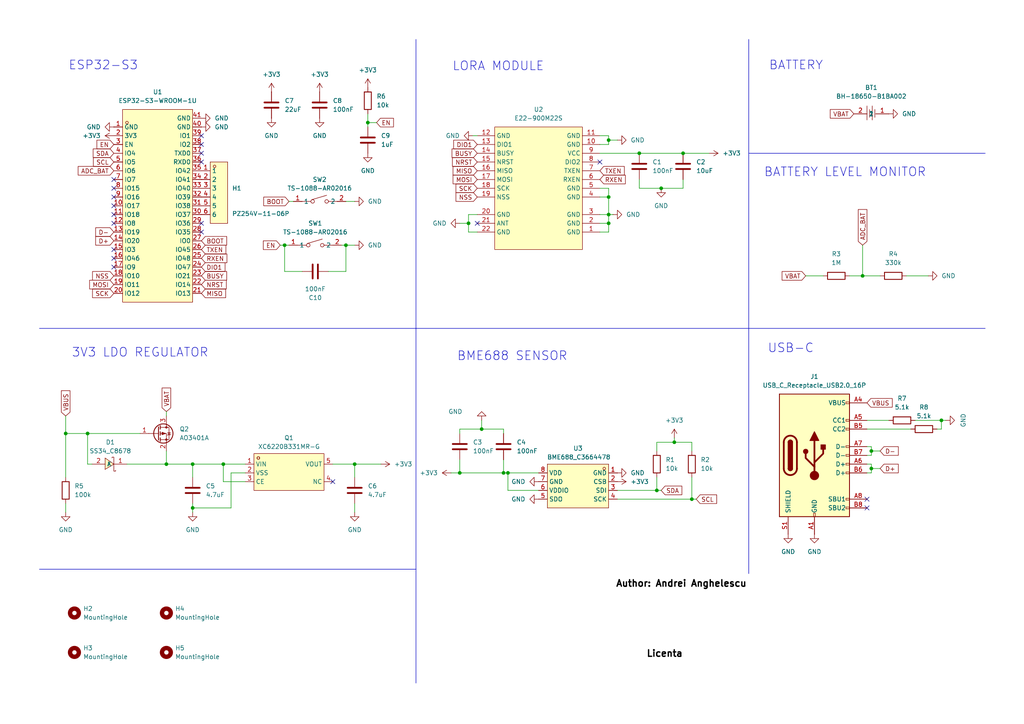
<source format=kicad_sch>
(kicad_sch
	(version 20250114)
	(generator "eeschema")
	(generator_version "9.0")
	(uuid "2baedf96-9aa2-48df-9ec7-0d9df528cb01")
	(paper "A4")
	(lib_symbols
		(symbol "Connector:USB_C_Receptacle_USB2.0_16P"
			(pin_names
				(offset 1.016)
			)
			(exclude_from_sim no)
			(in_bom yes)
			(on_board yes)
			(property "Reference" "J"
				(at 0 22.225 0)
				(effects
					(font
						(size 1.27 1.27)
					)
				)
			)
			(property "Value" "USB_C_Receptacle_USB2.0_16P"
				(at 0 19.685 0)
				(effects
					(font
						(size 1.27 1.27)
					)
				)
			)
			(property "Footprint" ""
				(at 3.81 0 0)
				(effects
					(font
						(size 1.27 1.27)
					)
					(hide yes)
				)
			)
			(property "Datasheet" "https://www.usb.org/sites/default/files/documents/usb_type-c.zip"
				(at 3.81 0 0)
				(effects
					(font
						(size 1.27 1.27)
					)
					(hide yes)
				)
			)
			(property "Description" "USB 2.0-only 16P Type-C Receptacle connector"
				(at 0 0 0)
				(effects
					(font
						(size 1.27 1.27)
					)
					(hide yes)
				)
			)
			(property "ki_keywords" "usb universal serial bus type-C USB2.0"
				(at 0 0 0)
				(effects
					(font
						(size 1.27 1.27)
					)
					(hide yes)
				)
			)
			(property "ki_fp_filters" "USB*C*Receptacle*"
				(at 0 0 0)
				(effects
					(font
						(size 1.27 1.27)
					)
					(hide yes)
				)
			)
			(symbol "USB_C_Receptacle_USB2.0_16P_0_0"
				(rectangle
					(start -0.254 -17.78)
					(end 0.254 -16.764)
					(stroke
						(width 0)
						(type default)
					)
					(fill
						(type none)
					)
				)
				(rectangle
					(start 10.16 15.494)
					(end 9.144 14.986)
					(stroke
						(width 0)
						(type default)
					)
					(fill
						(type none)
					)
				)
				(rectangle
					(start 10.16 10.414)
					(end 9.144 9.906)
					(stroke
						(width 0)
						(type default)
					)
					(fill
						(type none)
					)
				)
				(rectangle
					(start 10.16 7.874)
					(end 9.144 7.366)
					(stroke
						(width 0)
						(type default)
					)
					(fill
						(type none)
					)
				)
				(rectangle
					(start 10.16 2.794)
					(end 9.144 2.286)
					(stroke
						(width 0)
						(type default)
					)
					(fill
						(type none)
					)
				)
				(rectangle
					(start 10.16 0.254)
					(end 9.144 -0.254)
					(stroke
						(width 0)
						(type default)
					)
					(fill
						(type none)
					)
				)
				(rectangle
					(start 10.16 -2.286)
					(end 9.144 -2.794)
					(stroke
						(width 0)
						(type default)
					)
					(fill
						(type none)
					)
				)
				(rectangle
					(start 10.16 -4.826)
					(end 9.144 -5.334)
					(stroke
						(width 0)
						(type default)
					)
					(fill
						(type none)
					)
				)
				(rectangle
					(start 10.16 -12.446)
					(end 9.144 -12.954)
					(stroke
						(width 0)
						(type default)
					)
					(fill
						(type none)
					)
				)
				(rectangle
					(start 10.16 -14.986)
					(end 9.144 -15.494)
					(stroke
						(width 0)
						(type default)
					)
					(fill
						(type none)
					)
				)
			)
			(symbol "USB_C_Receptacle_USB2.0_16P_0_1"
				(rectangle
					(start -10.16 17.78)
					(end 10.16 -17.78)
					(stroke
						(width 0.254)
						(type default)
					)
					(fill
						(type background)
					)
				)
				(polyline
					(pts
						(xy -8.89 -3.81) (xy -8.89 3.81)
					)
					(stroke
						(width 0.508)
						(type default)
					)
					(fill
						(type none)
					)
				)
				(rectangle
					(start -7.62 -3.81)
					(end -6.35 3.81)
					(stroke
						(width 0.254)
						(type default)
					)
					(fill
						(type outline)
					)
				)
				(arc
					(start -7.62 3.81)
					(mid -6.985 4.4423)
					(end -6.35 3.81)
					(stroke
						(width 0.254)
						(type default)
					)
					(fill
						(type none)
					)
				)
				(arc
					(start -7.62 3.81)
					(mid -6.985 4.4423)
					(end -6.35 3.81)
					(stroke
						(width 0.254)
						(type default)
					)
					(fill
						(type outline)
					)
				)
				(arc
					(start -8.89 3.81)
					(mid -6.985 5.7067)
					(end -5.08 3.81)
					(stroke
						(width 0.508)
						(type default)
					)
					(fill
						(type none)
					)
				)
				(arc
					(start -5.08 -3.81)
					(mid -6.985 -5.7067)
					(end -8.89 -3.81)
					(stroke
						(width 0.508)
						(type default)
					)
					(fill
						(type none)
					)
				)
				(arc
					(start -6.35 -3.81)
					(mid -6.985 -4.4423)
					(end -7.62 -3.81)
					(stroke
						(width 0.254)
						(type default)
					)
					(fill
						(type none)
					)
				)
				(arc
					(start -6.35 -3.81)
					(mid -6.985 -4.4423)
					(end -7.62 -3.81)
					(stroke
						(width 0.254)
						(type default)
					)
					(fill
						(type outline)
					)
				)
				(polyline
					(pts
						(xy -5.08 3.81) (xy -5.08 -3.81)
					)
					(stroke
						(width 0.508)
						(type default)
					)
					(fill
						(type none)
					)
				)
				(circle
					(center -2.54 1.143)
					(radius 0.635)
					(stroke
						(width 0.254)
						(type default)
					)
					(fill
						(type outline)
					)
				)
				(polyline
					(pts
						(xy -1.27 4.318) (xy 0 6.858) (xy 1.27 4.318) (xy -1.27 4.318)
					)
					(stroke
						(width 0.254)
						(type default)
					)
					(fill
						(type outline)
					)
				)
				(polyline
					(pts
						(xy 0 -2.032) (xy 2.54 0.508) (xy 2.54 1.778)
					)
					(stroke
						(width 0.508)
						(type default)
					)
					(fill
						(type none)
					)
				)
				(polyline
					(pts
						(xy 0 -3.302) (xy -2.54 -0.762) (xy -2.54 0.508)
					)
					(stroke
						(width 0.508)
						(type default)
					)
					(fill
						(type none)
					)
				)
				(polyline
					(pts
						(xy 0 -5.842) (xy 0 4.318)
					)
					(stroke
						(width 0.508)
						(type default)
					)
					(fill
						(type none)
					)
				)
				(circle
					(center 0 -5.842)
					(radius 1.27)
					(stroke
						(width 0)
						(type default)
					)
					(fill
						(type outline)
					)
				)
				(rectangle
					(start 1.905 1.778)
					(end 3.175 3.048)
					(stroke
						(width 0.254)
						(type default)
					)
					(fill
						(type outline)
					)
				)
			)
			(symbol "USB_C_Receptacle_USB2.0_16P_1_1"
				(pin passive line
					(at -7.62 -22.86 90)
					(length 5.08)
					(name "SHIELD"
						(effects
							(font
								(size 1.27 1.27)
							)
						)
					)
					(number "S1"
						(effects
							(font
								(size 1.27 1.27)
							)
						)
					)
				)
				(pin passive line
					(at 0 -22.86 90)
					(length 5.08)
					(name "GND"
						(effects
							(font
								(size 1.27 1.27)
							)
						)
					)
					(number "A1"
						(effects
							(font
								(size 1.27 1.27)
							)
						)
					)
				)
				(pin passive line
					(at 0 -22.86 90)
					(length 5.08)
					(hide yes)
					(name "GND"
						(effects
							(font
								(size 1.27 1.27)
							)
						)
					)
					(number "A12"
						(effects
							(font
								(size 1.27 1.27)
							)
						)
					)
				)
				(pin passive line
					(at 0 -22.86 90)
					(length 5.08)
					(hide yes)
					(name "GND"
						(effects
							(font
								(size 1.27 1.27)
							)
						)
					)
					(number "B1"
						(effects
							(font
								(size 1.27 1.27)
							)
						)
					)
				)
				(pin passive line
					(at 0 -22.86 90)
					(length 5.08)
					(hide yes)
					(name "GND"
						(effects
							(font
								(size 1.27 1.27)
							)
						)
					)
					(number "B12"
						(effects
							(font
								(size 1.27 1.27)
							)
						)
					)
				)
				(pin passive line
					(at 15.24 15.24 180)
					(length 5.08)
					(name "VBUS"
						(effects
							(font
								(size 1.27 1.27)
							)
						)
					)
					(number "A4"
						(effects
							(font
								(size 1.27 1.27)
							)
						)
					)
				)
				(pin passive line
					(at 15.24 15.24 180)
					(length 5.08)
					(hide yes)
					(name "VBUS"
						(effects
							(font
								(size 1.27 1.27)
							)
						)
					)
					(number "A9"
						(effects
							(font
								(size 1.27 1.27)
							)
						)
					)
				)
				(pin passive line
					(at 15.24 15.24 180)
					(length 5.08)
					(hide yes)
					(name "VBUS"
						(effects
							(font
								(size 1.27 1.27)
							)
						)
					)
					(number "B4"
						(effects
							(font
								(size 1.27 1.27)
							)
						)
					)
				)
				(pin passive line
					(at 15.24 15.24 180)
					(length 5.08)
					(hide yes)
					(name "VBUS"
						(effects
							(font
								(size 1.27 1.27)
							)
						)
					)
					(number "B9"
						(effects
							(font
								(size 1.27 1.27)
							)
						)
					)
				)
				(pin bidirectional line
					(at 15.24 10.16 180)
					(length 5.08)
					(name "CC1"
						(effects
							(font
								(size 1.27 1.27)
							)
						)
					)
					(number "A5"
						(effects
							(font
								(size 1.27 1.27)
							)
						)
					)
				)
				(pin bidirectional line
					(at 15.24 7.62 180)
					(length 5.08)
					(name "CC2"
						(effects
							(font
								(size 1.27 1.27)
							)
						)
					)
					(number "B5"
						(effects
							(font
								(size 1.27 1.27)
							)
						)
					)
				)
				(pin bidirectional line
					(at 15.24 2.54 180)
					(length 5.08)
					(name "D-"
						(effects
							(font
								(size 1.27 1.27)
							)
						)
					)
					(number "A7"
						(effects
							(font
								(size 1.27 1.27)
							)
						)
					)
				)
				(pin bidirectional line
					(at 15.24 0 180)
					(length 5.08)
					(name "D-"
						(effects
							(font
								(size 1.27 1.27)
							)
						)
					)
					(number "B7"
						(effects
							(font
								(size 1.27 1.27)
							)
						)
					)
				)
				(pin bidirectional line
					(at 15.24 -2.54 180)
					(length 5.08)
					(name "D+"
						(effects
							(font
								(size 1.27 1.27)
							)
						)
					)
					(number "A6"
						(effects
							(font
								(size 1.27 1.27)
							)
						)
					)
				)
				(pin bidirectional line
					(at 15.24 -5.08 180)
					(length 5.08)
					(name "D+"
						(effects
							(font
								(size 1.27 1.27)
							)
						)
					)
					(number "B6"
						(effects
							(font
								(size 1.27 1.27)
							)
						)
					)
				)
				(pin bidirectional line
					(at 15.24 -12.7 180)
					(length 5.08)
					(name "SBU1"
						(effects
							(font
								(size 1.27 1.27)
							)
						)
					)
					(number "A8"
						(effects
							(font
								(size 1.27 1.27)
							)
						)
					)
				)
				(pin bidirectional line
					(at 15.24 -15.24 180)
					(length 5.08)
					(name "SBU2"
						(effects
							(font
								(size 1.27 1.27)
							)
						)
					)
					(number "B8"
						(effects
							(font
								(size 1.27 1.27)
							)
						)
					)
				)
			)
			(embedded_fonts no)
		)
		(symbol "Device:C"
			(pin_numbers
				(hide yes)
			)
			(pin_names
				(offset 0.254)
			)
			(exclude_from_sim no)
			(in_bom yes)
			(on_board yes)
			(property "Reference" "C"
				(at 0.635 2.54 0)
				(effects
					(font
						(size 1.27 1.27)
					)
					(justify left)
				)
			)
			(property "Value" "C"
				(at 0.635 -2.54 0)
				(effects
					(font
						(size 1.27 1.27)
					)
					(justify left)
				)
			)
			(property "Footprint" ""
				(at 0.9652 -3.81 0)
				(effects
					(font
						(size 1.27 1.27)
					)
					(hide yes)
				)
			)
			(property "Datasheet" "~"
				(at 0 0 0)
				(effects
					(font
						(size 1.27 1.27)
					)
					(hide yes)
				)
			)
			(property "Description" "Unpolarized capacitor"
				(at 0 0 0)
				(effects
					(font
						(size 1.27 1.27)
					)
					(hide yes)
				)
			)
			(property "ki_keywords" "cap capacitor"
				(at 0 0 0)
				(effects
					(font
						(size 1.27 1.27)
					)
					(hide yes)
				)
			)
			(property "ki_fp_filters" "C_*"
				(at 0 0 0)
				(effects
					(font
						(size 1.27 1.27)
					)
					(hide yes)
				)
			)
			(symbol "C_0_1"
				(polyline
					(pts
						(xy -2.032 0.762) (xy 2.032 0.762)
					)
					(stroke
						(width 0.508)
						(type default)
					)
					(fill
						(type none)
					)
				)
				(polyline
					(pts
						(xy -2.032 -0.762) (xy 2.032 -0.762)
					)
					(stroke
						(width 0.508)
						(type default)
					)
					(fill
						(type none)
					)
				)
			)
			(symbol "C_1_1"
				(pin passive line
					(at 0 3.81 270)
					(length 2.794)
					(name "~"
						(effects
							(font
								(size 1.27 1.27)
							)
						)
					)
					(number "1"
						(effects
							(font
								(size 1.27 1.27)
							)
						)
					)
				)
				(pin passive line
					(at 0 -3.81 90)
					(length 2.794)
					(name "~"
						(effects
							(font
								(size 1.27 1.27)
							)
						)
					)
					(number "2"
						(effects
							(font
								(size 1.27 1.27)
							)
						)
					)
				)
			)
			(embedded_fonts no)
		)
		(symbol "Device:R"
			(pin_numbers
				(hide yes)
			)
			(pin_names
				(offset 0)
			)
			(exclude_from_sim no)
			(in_bom yes)
			(on_board yes)
			(property "Reference" "R"
				(at 2.032 0 90)
				(effects
					(font
						(size 1.27 1.27)
					)
				)
			)
			(property "Value" "R"
				(at 0 0 90)
				(effects
					(font
						(size 1.27 1.27)
					)
				)
			)
			(property "Footprint" ""
				(at -1.778 0 90)
				(effects
					(font
						(size 1.27 1.27)
					)
					(hide yes)
				)
			)
			(property "Datasheet" "~"
				(at 0 0 0)
				(effects
					(font
						(size 1.27 1.27)
					)
					(hide yes)
				)
			)
			(property "Description" "Resistor"
				(at 0 0 0)
				(effects
					(font
						(size 1.27 1.27)
					)
					(hide yes)
				)
			)
			(property "ki_keywords" "R res resistor"
				(at 0 0 0)
				(effects
					(font
						(size 1.27 1.27)
					)
					(hide yes)
				)
			)
			(property "ki_fp_filters" "R_*"
				(at 0 0 0)
				(effects
					(font
						(size 1.27 1.27)
					)
					(hide yes)
				)
			)
			(symbol "R_0_1"
				(rectangle
					(start -1.016 -2.54)
					(end 1.016 2.54)
					(stroke
						(width 0.254)
						(type default)
					)
					(fill
						(type none)
					)
				)
			)
			(symbol "R_1_1"
				(pin passive line
					(at 0 3.81 270)
					(length 1.27)
					(name "~"
						(effects
							(font
								(size 1.27 1.27)
							)
						)
					)
					(number "1"
						(effects
							(font
								(size 1.27 1.27)
							)
						)
					)
				)
				(pin passive line
					(at 0 -3.81 90)
					(length 1.27)
					(name "~"
						(effects
							(font
								(size 1.27 1.27)
							)
						)
					)
					(number "2"
						(effects
							(font
								(size 1.27 1.27)
							)
						)
					)
				)
			)
			(embedded_fonts no)
		)
		(symbol "Mechanical:MountingHole"
			(pin_names
				(offset 1.016)
			)
			(exclude_from_sim yes)
			(in_bom no)
			(on_board yes)
			(property "Reference" "H"
				(at 0 5.08 0)
				(effects
					(font
						(size 1.27 1.27)
					)
				)
			)
			(property "Value" "MountingHole"
				(at 0 3.175 0)
				(effects
					(font
						(size 1.27 1.27)
					)
				)
			)
			(property "Footprint" ""
				(at 0 0 0)
				(effects
					(font
						(size 1.27 1.27)
					)
					(hide yes)
				)
			)
			(property "Datasheet" "~"
				(at 0 0 0)
				(effects
					(font
						(size 1.27 1.27)
					)
					(hide yes)
				)
			)
			(property "Description" "Mounting Hole without connection"
				(at 0 0 0)
				(effects
					(font
						(size 1.27 1.27)
					)
					(hide yes)
				)
			)
			(property "ki_keywords" "mounting hole"
				(at 0 0 0)
				(effects
					(font
						(size 1.27 1.27)
					)
					(hide yes)
				)
			)
			(property "ki_fp_filters" "MountingHole*"
				(at 0 0 0)
				(effects
					(font
						(size 1.27 1.27)
					)
					(hide yes)
				)
			)
			(symbol "MountingHole_0_1"
				(circle
					(center 0 0)
					(radius 1.27)
					(stroke
						(width 1.27)
						(type default)
					)
					(fill
						(type none)
					)
				)
			)
			(embedded_fonts no)
		)
		(symbol "Transistor_FET:AO3401A"
			(pin_names
				(hide yes)
			)
			(exclude_from_sim no)
			(in_bom yes)
			(on_board yes)
			(property "Reference" "Q"
				(at 5.08 1.905 0)
				(effects
					(font
						(size 1.27 1.27)
					)
					(justify left)
				)
			)
			(property "Value" "AO3401A"
				(at 5.08 0 0)
				(effects
					(font
						(size 1.27 1.27)
					)
					(justify left)
				)
			)
			(property "Footprint" "Package_TO_SOT_SMD:SOT-23"
				(at 5.08 -1.905 0)
				(effects
					(font
						(size 1.27 1.27)
						(italic yes)
					)
					(justify left)
					(hide yes)
				)
			)
			(property "Datasheet" "http://www.aosmd.com/pdfs/datasheet/AO3401A.pdf"
				(at 5.08 -3.81 0)
				(effects
					(font
						(size 1.27 1.27)
					)
					(justify left)
					(hide yes)
				)
			)
			(property "Description" "-4.0A Id, -30V Vds, P-Channel MOSFET, SOT-23"
				(at 0 0 0)
				(effects
					(font
						(size 1.27 1.27)
					)
					(hide yes)
				)
			)
			(property "ki_keywords" "P-Channel MOSFET"
				(at 0 0 0)
				(effects
					(font
						(size 1.27 1.27)
					)
					(hide yes)
				)
			)
			(property "ki_fp_filters" "SOT?23*"
				(at 0 0 0)
				(effects
					(font
						(size 1.27 1.27)
					)
					(hide yes)
				)
			)
			(symbol "AO3401A_0_1"
				(polyline
					(pts
						(xy 0.254 1.905) (xy 0.254 -1.905)
					)
					(stroke
						(width 0.254)
						(type default)
					)
					(fill
						(type none)
					)
				)
				(polyline
					(pts
						(xy 0.254 0) (xy -2.54 0)
					)
					(stroke
						(width 0)
						(type default)
					)
					(fill
						(type none)
					)
				)
				(polyline
					(pts
						(xy 0.762 2.286) (xy 0.762 1.27)
					)
					(stroke
						(width 0.254)
						(type default)
					)
					(fill
						(type none)
					)
				)
				(polyline
					(pts
						(xy 0.762 1.778) (xy 3.302 1.778) (xy 3.302 -1.778) (xy 0.762 -1.778)
					)
					(stroke
						(width 0)
						(type default)
					)
					(fill
						(type none)
					)
				)
				(polyline
					(pts
						(xy 0.762 0.508) (xy 0.762 -0.508)
					)
					(stroke
						(width 0.254)
						(type default)
					)
					(fill
						(type none)
					)
				)
				(polyline
					(pts
						(xy 0.762 -1.27) (xy 0.762 -2.286)
					)
					(stroke
						(width 0.254)
						(type default)
					)
					(fill
						(type none)
					)
				)
				(circle
					(center 1.651 0)
					(radius 2.794)
					(stroke
						(width 0.254)
						(type default)
					)
					(fill
						(type none)
					)
				)
				(polyline
					(pts
						(xy 2.286 0) (xy 1.27 0.381) (xy 1.27 -0.381) (xy 2.286 0)
					)
					(stroke
						(width 0)
						(type default)
					)
					(fill
						(type outline)
					)
				)
				(polyline
					(pts
						(xy 2.54 2.54) (xy 2.54 1.778)
					)
					(stroke
						(width 0)
						(type default)
					)
					(fill
						(type none)
					)
				)
				(circle
					(center 2.54 1.778)
					(radius 0.254)
					(stroke
						(width 0)
						(type default)
					)
					(fill
						(type outline)
					)
				)
				(circle
					(center 2.54 -1.778)
					(radius 0.254)
					(stroke
						(width 0)
						(type default)
					)
					(fill
						(type outline)
					)
				)
				(polyline
					(pts
						(xy 2.54 -2.54) (xy 2.54 0) (xy 0.762 0)
					)
					(stroke
						(width 0)
						(type default)
					)
					(fill
						(type none)
					)
				)
				(polyline
					(pts
						(xy 2.794 -0.508) (xy 2.921 -0.381) (xy 3.683 -0.381) (xy 3.81 -0.254)
					)
					(stroke
						(width 0)
						(type default)
					)
					(fill
						(type none)
					)
				)
				(polyline
					(pts
						(xy 3.302 -0.381) (xy 2.921 0.254) (xy 3.683 0.254) (xy 3.302 -0.381)
					)
					(stroke
						(width 0)
						(type default)
					)
					(fill
						(type none)
					)
				)
			)
			(symbol "AO3401A_1_1"
				(pin input line
					(at -5.08 0 0)
					(length 2.54)
					(name "G"
						(effects
							(font
								(size 1.27 1.27)
							)
						)
					)
					(number "1"
						(effects
							(font
								(size 1.27 1.27)
							)
						)
					)
				)
				(pin passive line
					(at 2.54 5.08 270)
					(length 2.54)
					(name "D"
						(effects
							(font
								(size 1.27 1.27)
							)
						)
					)
					(number "3"
						(effects
							(font
								(size 1.27 1.27)
							)
						)
					)
				)
				(pin passive line
					(at 2.54 -5.08 90)
					(length 2.54)
					(name "S"
						(effects
							(font
								(size 1.27 1.27)
							)
						)
					)
					(number "2"
						(effects
							(font
								(size 1.27 1.27)
							)
						)
					)
				)
			)
			(embedded_fonts no)
		)
		(symbol "easyeda2kicad:BH-18650-B1BA002"
			(exclude_from_sim no)
			(in_bom yes)
			(on_board yes)
			(property "Reference" "BT"
				(at 0 5.08 0)
				(effects
					(font
						(size 1.27 1.27)
					)
				)
			)
			(property "Value" "BH-18650-B1BA002"
				(at 0 -5.08 0)
				(effects
					(font
						(size 1.27 1.27)
					)
				)
			)
			(property "Footprint" "easyeda2kicad:BATTERY-SMD_18650-1S-L77.1-W20.7-1"
				(at 0 -7.62 0)
				(effects
					(font
						(size 1.27 1.27)
					)
					(hide yes)
				)
			)
			(property "Datasheet" ""
				(at 0 0 0)
				(effects
					(font
						(size 1.27 1.27)
					)
					(hide yes)
				)
			)
			(property "Description" ""
				(at 0 0 0)
				(effects
					(font
						(size 1.27 1.27)
					)
					(hide yes)
				)
			)
			(property "LCSC Part" "C2988620"
				(at 0 -10.16 0)
				(effects
					(font
						(size 1.27 1.27)
					)
					(hide yes)
				)
			)
			(symbol "BH-18650-B1BA002_0_1"
				(polyline
					(pts
						(xy -1.27 2.29) (xy -1.27 -1.78)
					)
					(stroke
						(width 0)
						(type default)
					)
					(fill
						(type none)
					)
				)
				(polyline
					(pts
						(xy -0.51 1.27) (xy -0.51 -1.02)
					)
					(stroke
						(width 0)
						(type default)
					)
					(fill
						(type none)
					)
				)
				(polyline
					(pts
						(xy 0.25 2.29) (xy 0.25 -1.78)
					)
					(stroke
						(width 0)
						(type default)
					)
					(fill
						(type none)
					)
				)
				(polyline
					(pts
						(xy 1.02 1.27) (xy 1.02 -1.02)
					)
					(stroke
						(width 0)
						(type default)
					)
					(fill
						(type none)
					)
				)
				(pin input line
					(at -5.08 0 0)
					(length 3.81)
					(name "2"
						(effects
							(font
								(size 1.27 1.27)
							)
						)
					)
					(number "2"
						(effects
							(font
								(size 1.27 1.27)
							)
						)
					)
				)
				(pin input line
					(at 5.08 0 180)
					(length 3.81)
					(name "1"
						(effects
							(font
								(size 1.27 1.27)
							)
						)
					)
					(number "1"
						(effects
							(font
								(size 1.27 1.27)
							)
						)
					)
				)
			)
			(embedded_fonts no)
		)
		(symbol "easyeda2kicad:BME688_C3664478"
			(exclude_from_sim no)
			(in_bom yes)
			(on_board yes)
			(property "Reference" "U"
				(at 0 8.89 0)
				(effects
					(font
						(size 1.27 1.27)
					)
				)
			)
			(property "Value" "BME688_C3664478"
				(at 0 -8.89 0)
				(effects
					(font
						(size 1.27 1.27)
					)
				)
			)
			(property "Footprint" "easyeda2kicad:LGA-8_L3.0-W3.0-P0.80_BME688"
				(at 0 -11.43 0)
				(effects
					(font
						(size 1.27 1.27)
					)
					(hide yes)
				)
			)
			(property "Datasheet" ""
				(at 0 0 0)
				(effects
					(font
						(size 1.27 1.27)
					)
					(hide yes)
				)
			)
			(property "Description" ""
				(at 0 0 0)
				(effects
					(font
						(size 1.27 1.27)
					)
					(hide yes)
				)
			)
			(property "LCSC Part" "C3664478"
				(at 0 -13.97 0)
				(effects
					(font
						(size 1.27 1.27)
					)
					(hide yes)
				)
			)
			(symbol "BME688_C3664478_0_1"
				(rectangle
					(start -8.89 6.35)
					(end 8.89 -6.35)
					(stroke
						(width 0)
						(type default)
					)
					(fill
						(type background)
					)
				)
				(circle
					(center 7.62 5.08)
					(radius 0.38)
					(stroke
						(width 0)
						(type default)
					)
					(fill
						(type none)
					)
				)
				(pin unspecified line
					(at -11.43 3.81 0)
					(length 2.54)
					(name "VDD"
						(effects
							(font
								(size 1.27 1.27)
							)
						)
					)
					(number "8"
						(effects
							(font
								(size 1.27 1.27)
							)
						)
					)
				)
				(pin unspecified line
					(at -11.43 1.27 0)
					(length 2.54)
					(name "GND"
						(effects
							(font
								(size 1.27 1.27)
							)
						)
					)
					(number "7"
						(effects
							(font
								(size 1.27 1.27)
							)
						)
					)
				)
				(pin unspecified line
					(at -11.43 -1.27 0)
					(length 2.54)
					(name "VDDIO"
						(effects
							(font
								(size 1.27 1.27)
							)
						)
					)
					(number "6"
						(effects
							(font
								(size 1.27 1.27)
							)
						)
					)
				)
				(pin unspecified line
					(at -11.43 -3.81 0)
					(length 2.54)
					(name "SDO"
						(effects
							(font
								(size 1.27 1.27)
							)
						)
					)
					(number "5"
						(effects
							(font
								(size 1.27 1.27)
							)
						)
					)
				)
				(pin unspecified line
					(at 11.43 3.81 180)
					(length 2.54)
					(name "GND"
						(effects
							(font
								(size 1.27 1.27)
							)
						)
					)
					(number "1"
						(effects
							(font
								(size 1.27 1.27)
							)
						)
					)
				)
				(pin unspecified line
					(at 11.43 1.27 180)
					(length 2.54)
					(name "CSB"
						(effects
							(font
								(size 1.27 1.27)
							)
						)
					)
					(number "2"
						(effects
							(font
								(size 1.27 1.27)
							)
						)
					)
				)
				(pin unspecified line
					(at 11.43 -1.27 180)
					(length 2.54)
					(name "SDI"
						(effects
							(font
								(size 1.27 1.27)
							)
						)
					)
					(number "3"
						(effects
							(font
								(size 1.27 1.27)
							)
						)
					)
				)
				(pin unspecified line
					(at 11.43 -3.81 180)
					(length 2.54)
					(name "SCK"
						(effects
							(font
								(size 1.27 1.27)
							)
						)
					)
					(number "4"
						(effects
							(font
								(size 1.27 1.27)
							)
						)
					)
				)
			)
			(embedded_fonts no)
		)
		(symbol "easyeda2kicad:E22-900M22S"
			(exclude_from_sim no)
			(in_bom yes)
			(on_board yes)
			(property "Reference" "U"
				(at 0 20.32 0)
				(effects
					(font
						(size 1.27 1.27)
					)
				)
			)
			(property "Value" "E22-900M22S"
				(at 0 -17.78 0)
				(effects
					(font
						(size 1.27 1.27)
					)
				)
			)
			(property "Footprint" "easyeda2kicad:WIRELM-SMD_E22-900M22S"
				(at 0 -20.32 0)
				(effects
					(font
						(size 1.27 1.27)
					)
					(hide yes)
				)
			)
			(property "Datasheet" "https://lcsc.com/product-detail/Wireless-Modules_Chengdu-Ebyte-Elec-Tech-E22-900M22S_C411293.html"
				(at 0 -22.86 0)
				(effects
					(font
						(size 1.27 1.27)
					)
					(hide yes)
				)
			)
			(property "Description" ""
				(at 0 0 0)
				(effects
					(font
						(size 1.27 1.27)
					)
					(hide yes)
				)
			)
			(property "LCSC Part" "C411293"
				(at 0 -25.4 0)
				(effects
					(font
						(size 1.27 1.27)
					)
					(hide yes)
				)
			)
			(symbol "E22-900M22S_0_1"
				(rectangle
					(start -12.7 17.78)
					(end 12.7 -17.78)
					(stroke
						(width 0)
						(type default)
					)
					(fill
						(type background)
					)
				)
				(pin unspecified line
					(at -17.78 15.24 0)
					(length 5.08)
					(name "GND"
						(effects
							(font
								(size 1.27 1.27)
							)
						)
					)
					(number "12"
						(effects
							(font
								(size 1.27 1.27)
							)
						)
					)
				)
				(pin unspecified line
					(at -17.78 12.7 0)
					(length 5.08)
					(name "DIO1"
						(effects
							(font
								(size 1.27 1.27)
							)
						)
					)
					(number "13"
						(effects
							(font
								(size 1.27 1.27)
							)
						)
					)
				)
				(pin unspecified line
					(at -17.78 10.16 0)
					(length 5.08)
					(name "BUSY"
						(effects
							(font
								(size 1.27 1.27)
							)
						)
					)
					(number "14"
						(effects
							(font
								(size 1.27 1.27)
							)
						)
					)
				)
				(pin unspecified line
					(at -17.78 7.62 0)
					(length 5.08)
					(name "NRST"
						(effects
							(font
								(size 1.27 1.27)
							)
						)
					)
					(number "15"
						(effects
							(font
								(size 1.27 1.27)
							)
						)
					)
				)
				(pin unspecified line
					(at -17.78 5.08 0)
					(length 5.08)
					(name "MISO"
						(effects
							(font
								(size 1.27 1.27)
							)
						)
					)
					(number "16"
						(effects
							(font
								(size 1.27 1.27)
							)
						)
					)
				)
				(pin unspecified line
					(at -17.78 2.54 0)
					(length 5.08)
					(name "MOSI"
						(effects
							(font
								(size 1.27 1.27)
							)
						)
					)
					(number "17"
						(effects
							(font
								(size 1.27 1.27)
							)
						)
					)
				)
				(pin unspecified line
					(at -17.78 0 0)
					(length 5.08)
					(name "SCK"
						(effects
							(font
								(size 1.27 1.27)
							)
						)
					)
					(number "18"
						(effects
							(font
								(size 1.27 1.27)
							)
						)
					)
				)
				(pin unspecified line
					(at -17.78 -2.54 0)
					(length 5.08)
					(name "NSS"
						(effects
							(font
								(size 1.27 1.27)
							)
						)
					)
					(number "19"
						(effects
							(font
								(size 1.27 1.27)
							)
						)
					)
				)
				(pin unspecified line
					(at -17.78 -7.62 0)
					(length 5.08)
					(name "GND"
						(effects
							(font
								(size 1.27 1.27)
							)
						)
					)
					(number "20"
						(effects
							(font
								(size 1.27 1.27)
							)
						)
					)
				)
				(pin unspecified line
					(at -17.78 -10.16 0)
					(length 5.08)
					(name "ANT"
						(effects
							(font
								(size 1.27 1.27)
							)
						)
					)
					(number "21"
						(effects
							(font
								(size 1.27 1.27)
							)
						)
					)
				)
				(pin unspecified line
					(at -17.78 -12.7 0)
					(length 5.08)
					(name "GND"
						(effects
							(font
								(size 1.27 1.27)
							)
						)
					)
					(number "22"
						(effects
							(font
								(size 1.27 1.27)
							)
						)
					)
				)
				(pin unspecified line
					(at 17.78 15.24 180)
					(length 5.08)
					(name "GND"
						(effects
							(font
								(size 1.27 1.27)
							)
						)
					)
					(number "11"
						(effects
							(font
								(size 1.27 1.27)
							)
						)
					)
				)
				(pin unspecified line
					(at 17.78 12.7 180)
					(length 5.08)
					(name "GND"
						(effects
							(font
								(size 1.27 1.27)
							)
						)
					)
					(number "10"
						(effects
							(font
								(size 1.27 1.27)
							)
						)
					)
				)
				(pin unspecified line
					(at 17.78 10.16 180)
					(length 5.08)
					(name "VCC"
						(effects
							(font
								(size 1.27 1.27)
							)
						)
					)
					(number "9"
						(effects
							(font
								(size 1.27 1.27)
							)
						)
					)
				)
				(pin unspecified line
					(at 17.78 7.62 180)
					(length 5.08)
					(name "DIO2"
						(effects
							(font
								(size 1.27 1.27)
							)
						)
					)
					(number "8"
						(effects
							(font
								(size 1.27 1.27)
							)
						)
					)
				)
				(pin unspecified line
					(at 17.78 5.08 180)
					(length 5.08)
					(name "TXEN"
						(effects
							(font
								(size 1.27 1.27)
							)
						)
					)
					(number "7"
						(effects
							(font
								(size 1.27 1.27)
							)
						)
					)
				)
				(pin unspecified line
					(at 17.78 2.54 180)
					(length 5.08)
					(name "RXEN"
						(effects
							(font
								(size 1.27 1.27)
							)
						)
					)
					(number "6"
						(effects
							(font
								(size 1.27 1.27)
							)
						)
					)
				)
				(pin unspecified line
					(at 17.78 0 180)
					(length 5.08)
					(name "GND"
						(effects
							(font
								(size 1.27 1.27)
							)
						)
					)
					(number "5"
						(effects
							(font
								(size 1.27 1.27)
							)
						)
					)
				)
				(pin unspecified line
					(at 17.78 -2.54 180)
					(length 5.08)
					(name "GND"
						(effects
							(font
								(size 1.27 1.27)
							)
						)
					)
					(number "4"
						(effects
							(font
								(size 1.27 1.27)
							)
						)
					)
				)
				(pin unspecified line
					(at 17.78 -7.62 180)
					(length 5.08)
					(name "GND"
						(effects
							(font
								(size 1.27 1.27)
							)
						)
					)
					(number "3"
						(effects
							(font
								(size 1.27 1.27)
							)
						)
					)
				)
				(pin unspecified line
					(at 17.78 -10.16 180)
					(length 5.08)
					(name "GND"
						(effects
							(font
								(size 1.27 1.27)
							)
						)
					)
					(number "2"
						(effects
							(font
								(size 1.27 1.27)
							)
						)
					)
				)
				(pin unspecified line
					(at 17.78 -12.7 180)
					(length 5.08)
					(name "GND"
						(effects
							(font
								(size 1.27 1.27)
							)
						)
					)
					(number "1"
						(effects
							(font
								(size 1.27 1.27)
							)
						)
					)
				)
			)
			(embedded_fonts no)
		)
		(symbol "easyeda2kicad:ESP32-S3-WROOM-1U"
			(exclude_from_sim no)
			(in_bom yes)
			(on_board yes)
			(property "Reference" "U"
				(at 0 30.48 0)
				(effects
					(font
						(size 1.27 1.27)
					)
				)
			)
			(property "Value" "ESP32-S3-WROOM-1U"
				(at 0 -30.48 0)
				(effects
					(font
						(size 1.27 1.27)
					)
				)
			)
			(property "Footprint" "easyeda2kicad:WIRELM-SMD_ESP32-S3-WROOM-1U"
				(at 0 -33.02 0)
				(effects
					(font
						(size 1.27 1.27)
					)
					(hide yes)
				)
			)
			(property "Datasheet" ""
				(at 0 0 0)
				(effects
					(font
						(size 1.27 1.27)
					)
					(hide yes)
				)
			)
			(property "Description" ""
				(at 0 0 0)
				(effects
					(font
						(size 1.27 1.27)
					)
					(hide yes)
				)
			)
			(property "LCSC Part" "C9900027631"
				(at 0 -35.56 0)
				(effects
					(font
						(size 1.27 1.27)
					)
					(hide yes)
				)
			)
			(symbol "ESP32-S3-WROOM-1U_0_1"
				(rectangle
					(start -10.16 27.94)
					(end 10.16 -27.94)
					(stroke
						(width 0)
						(type default)
					)
					(fill
						(type background)
					)
				)
				(circle
					(center -8.89 24.13)
					(radius 0.38)
					(stroke
						(width 0)
						(type default)
					)
					(fill
						(type none)
					)
				)
				(pin unspecified line
					(at -12.7 22.86 0)
					(length 2.54)
					(name "GND"
						(effects
							(font
								(size 1.27 1.27)
							)
						)
					)
					(number "1"
						(effects
							(font
								(size 1.27 1.27)
							)
						)
					)
				)
				(pin unspecified line
					(at -12.7 20.32 0)
					(length 2.54)
					(name "3V3"
						(effects
							(font
								(size 1.27 1.27)
							)
						)
					)
					(number "2"
						(effects
							(font
								(size 1.27 1.27)
							)
						)
					)
				)
				(pin unspecified line
					(at -12.7 17.78 0)
					(length 2.54)
					(name "EN"
						(effects
							(font
								(size 1.27 1.27)
							)
						)
					)
					(number "3"
						(effects
							(font
								(size 1.27 1.27)
							)
						)
					)
				)
				(pin unspecified line
					(at -12.7 15.24 0)
					(length 2.54)
					(name "IO4"
						(effects
							(font
								(size 1.27 1.27)
							)
						)
					)
					(number "4"
						(effects
							(font
								(size 1.27 1.27)
							)
						)
					)
				)
				(pin unspecified line
					(at -12.7 12.7 0)
					(length 2.54)
					(name "IO5"
						(effects
							(font
								(size 1.27 1.27)
							)
						)
					)
					(number "5"
						(effects
							(font
								(size 1.27 1.27)
							)
						)
					)
				)
				(pin unspecified line
					(at -12.7 10.16 0)
					(length 2.54)
					(name "IO6"
						(effects
							(font
								(size 1.27 1.27)
							)
						)
					)
					(number "6"
						(effects
							(font
								(size 1.27 1.27)
							)
						)
					)
				)
				(pin unspecified line
					(at -12.7 7.62 0)
					(length 2.54)
					(name "IO7"
						(effects
							(font
								(size 1.27 1.27)
							)
						)
					)
					(number "7"
						(effects
							(font
								(size 1.27 1.27)
							)
						)
					)
				)
				(pin unspecified line
					(at -12.7 5.08 0)
					(length 2.54)
					(name "IO15"
						(effects
							(font
								(size 1.27 1.27)
							)
						)
					)
					(number "8"
						(effects
							(font
								(size 1.27 1.27)
							)
						)
					)
				)
				(pin unspecified line
					(at -12.7 2.54 0)
					(length 2.54)
					(name "IO16"
						(effects
							(font
								(size 1.27 1.27)
							)
						)
					)
					(number "9"
						(effects
							(font
								(size 1.27 1.27)
							)
						)
					)
				)
				(pin unspecified line
					(at -12.7 0 0)
					(length 2.54)
					(name "IO17"
						(effects
							(font
								(size 1.27 1.27)
							)
						)
					)
					(number "10"
						(effects
							(font
								(size 1.27 1.27)
							)
						)
					)
				)
				(pin unspecified line
					(at -12.7 -2.54 0)
					(length 2.54)
					(name "IO18"
						(effects
							(font
								(size 1.27 1.27)
							)
						)
					)
					(number "11"
						(effects
							(font
								(size 1.27 1.27)
							)
						)
					)
				)
				(pin unspecified line
					(at -12.7 -5.08 0)
					(length 2.54)
					(name "IO8"
						(effects
							(font
								(size 1.27 1.27)
							)
						)
					)
					(number "12"
						(effects
							(font
								(size 1.27 1.27)
							)
						)
					)
				)
				(pin unspecified line
					(at -12.7 -7.62 0)
					(length 2.54)
					(name "IO19"
						(effects
							(font
								(size 1.27 1.27)
							)
						)
					)
					(number "13"
						(effects
							(font
								(size 1.27 1.27)
							)
						)
					)
				)
				(pin unspecified line
					(at -12.7 -10.16 0)
					(length 2.54)
					(name "IO20"
						(effects
							(font
								(size 1.27 1.27)
							)
						)
					)
					(number "14"
						(effects
							(font
								(size 1.27 1.27)
							)
						)
					)
				)
				(pin unspecified line
					(at -12.7 -12.7 0)
					(length 2.54)
					(name "IO3"
						(effects
							(font
								(size 1.27 1.27)
							)
						)
					)
					(number "15"
						(effects
							(font
								(size 1.27 1.27)
							)
						)
					)
				)
				(pin unspecified line
					(at -12.7 -15.24 0)
					(length 2.54)
					(name "IO46"
						(effects
							(font
								(size 1.27 1.27)
							)
						)
					)
					(number "16"
						(effects
							(font
								(size 1.27 1.27)
							)
						)
					)
				)
				(pin unspecified line
					(at -12.7 -17.78 0)
					(length 2.54)
					(name "IO9"
						(effects
							(font
								(size 1.27 1.27)
							)
						)
					)
					(number "17"
						(effects
							(font
								(size 1.27 1.27)
							)
						)
					)
				)
				(pin unspecified line
					(at -12.7 -20.32 0)
					(length 2.54)
					(name "IO10"
						(effects
							(font
								(size 1.27 1.27)
							)
						)
					)
					(number "18"
						(effects
							(font
								(size 1.27 1.27)
							)
						)
					)
				)
				(pin unspecified line
					(at -12.7 -22.86 0)
					(length 2.54)
					(name "IO11"
						(effects
							(font
								(size 1.27 1.27)
							)
						)
					)
					(number "19"
						(effects
							(font
								(size 1.27 1.27)
							)
						)
					)
				)
				(pin unspecified line
					(at -12.7 -25.4 0)
					(length 2.54)
					(name "IO12"
						(effects
							(font
								(size 1.27 1.27)
							)
						)
					)
					(number "20"
						(effects
							(font
								(size 1.27 1.27)
							)
						)
					)
				)
				(pin unspecified line
					(at 12.7 25.4 180)
					(length 2.54)
					(name "GND"
						(effects
							(font
								(size 1.27 1.27)
							)
						)
					)
					(number "41"
						(effects
							(font
								(size 1.27 1.27)
							)
						)
					)
				)
				(pin unspecified line
					(at 12.7 22.86 180)
					(length 2.54)
					(name "GND"
						(effects
							(font
								(size 1.27 1.27)
							)
						)
					)
					(number "40"
						(effects
							(font
								(size 1.27 1.27)
							)
						)
					)
				)
				(pin unspecified line
					(at 12.7 20.32 180)
					(length 2.54)
					(name "IO1"
						(effects
							(font
								(size 1.27 1.27)
							)
						)
					)
					(number "39"
						(effects
							(font
								(size 1.27 1.27)
							)
						)
					)
				)
				(pin unspecified line
					(at 12.7 17.78 180)
					(length 2.54)
					(name "IO2"
						(effects
							(font
								(size 1.27 1.27)
							)
						)
					)
					(number "38"
						(effects
							(font
								(size 1.27 1.27)
							)
						)
					)
				)
				(pin unspecified line
					(at 12.7 15.24 180)
					(length 2.54)
					(name "TXD0"
						(effects
							(font
								(size 1.27 1.27)
							)
						)
					)
					(number "37"
						(effects
							(font
								(size 1.27 1.27)
							)
						)
					)
				)
				(pin unspecified line
					(at 12.7 12.7 180)
					(length 2.54)
					(name "RXD0"
						(effects
							(font
								(size 1.27 1.27)
							)
						)
					)
					(number "36"
						(effects
							(font
								(size 1.27 1.27)
							)
						)
					)
				)
				(pin unspecified line
					(at 12.7 10.16 180)
					(length 2.54)
					(name "IO42"
						(effects
							(font
								(size 1.27 1.27)
							)
						)
					)
					(number "35"
						(effects
							(font
								(size 1.27 1.27)
							)
						)
					)
				)
				(pin unspecified line
					(at 12.7 7.62 180)
					(length 2.54)
					(name "IO41"
						(effects
							(font
								(size 1.27 1.27)
							)
						)
					)
					(number "34"
						(effects
							(font
								(size 1.27 1.27)
							)
						)
					)
				)
				(pin unspecified line
					(at 12.7 5.08 180)
					(length 2.54)
					(name "IO40"
						(effects
							(font
								(size 1.27 1.27)
							)
						)
					)
					(number "33"
						(effects
							(font
								(size 1.27 1.27)
							)
						)
					)
				)
				(pin unspecified line
					(at 12.7 2.54 180)
					(length 2.54)
					(name "IO39"
						(effects
							(font
								(size 1.27 1.27)
							)
						)
					)
					(number "32"
						(effects
							(font
								(size 1.27 1.27)
							)
						)
					)
				)
				(pin unspecified line
					(at 12.7 0 180)
					(length 2.54)
					(name "IO38"
						(effects
							(font
								(size 1.27 1.27)
							)
						)
					)
					(number "31"
						(effects
							(font
								(size 1.27 1.27)
							)
						)
					)
				)
				(pin unspecified line
					(at 12.7 -2.54 180)
					(length 2.54)
					(name "IO37"
						(effects
							(font
								(size 1.27 1.27)
							)
						)
					)
					(number "30"
						(effects
							(font
								(size 1.27 1.27)
							)
						)
					)
				)
				(pin unspecified line
					(at 12.7 -5.08 180)
					(length 2.54)
					(name "IO36"
						(effects
							(font
								(size 1.27 1.27)
							)
						)
					)
					(number "29"
						(effects
							(font
								(size 1.27 1.27)
							)
						)
					)
				)
				(pin unspecified line
					(at 12.7 -7.62 180)
					(length 2.54)
					(name "IO35"
						(effects
							(font
								(size 1.27 1.27)
							)
						)
					)
					(number "28"
						(effects
							(font
								(size 1.27 1.27)
							)
						)
					)
				)
				(pin unspecified line
					(at 12.7 -10.16 180)
					(length 2.54)
					(name "IO0"
						(effects
							(font
								(size 1.27 1.27)
							)
						)
					)
					(number "27"
						(effects
							(font
								(size 1.27 1.27)
							)
						)
					)
				)
				(pin unspecified line
					(at 12.7 -12.7 180)
					(length 2.54)
					(name "IO45"
						(effects
							(font
								(size 1.27 1.27)
							)
						)
					)
					(number "26"
						(effects
							(font
								(size 1.27 1.27)
							)
						)
					)
				)
				(pin unspecified line
					(at 12.7 -15.24 180)
					(length 2.54)
					(name "IO48"
						(effects
							(font
								(size 1.27 1.27)
							)
						)
					)
					(number "25"
						(effects
							(font
								(size 1.27 1.27)
							)
						)
					)
				)
				(pin unspecified line
					(at 12.7 -17.78 180)
					(length 2.54)
					(name "IO47"
						(effects
							(font
								(size 1.27 1.27)
							)
						)
					)
					(number "24"
						(effects
							(font
								(size 1.27 1.27)
							)
						)
					)
				)
				(pin unspecified line
					(at 12.7 -20.32 180)
					(length 2.54)
					(name "IO21"
						(effects
							(font
								(size 1.27 1.27)
							)
						)
					)
					(number "23"
						(effects
							(font
								(size 1.27 1.27)
							)
						)
					)
				)
				(pin unspecified line
					(at 12.7 -22.86 180)
					(length 2.54)
					(name "IO14"
						(effects
							(font
								(size 1.27 1.27)
							)
						)
					)
					(number "22"
						(effects
							(font
								(size 1.27 1.27)
							)
						)
					)
				)
				(pin unspecified line
					(at 12.7 -25.4 180)
					(length 2.54)
					(name "IO13"
						(effects
							(font
								(size 1.27 1.27)
							)
						)
					)
					(number "21"
						(effects
							(font
								(size 1.27 1.27)
							)
						)
					)
				)
			)
			(embedded_fonts no)
		)
		(symbol "easyeda2kicad:PZ254V-11-06P"
			(exclude_from_sim no)
			(in_bom yes)
			(on_board yes)
			(property "Reference" "H"
				(at 0 11.43 0)
				(effects
					(font
						(size 1.27 1.27)
					)
				)
			)
			(property "Value" "PZ254V-11-06P"
				(at 0 -11.43 0)
				(effects
					(font
						(size 1.27 1.27)
					)
				)
			)
			(property "Footprint" "easyeda2kicad:HDR-TH_6P-P2.54-V-M"
				(at 0 -13.97 0)
				(effects
					(font
						(size 1.27 1.27)
					)
					(hide yes)
				)
			)
			(property "Datasheet" "https://lcsc.com/product-detail/New-Arrivals_XFCN-PZ254V-11-06P_C492405.html"
				(at 0 -16.51 0)
				(effects
					(font
						(size 1.27 1.27)
					)
					(hide yes)
				)
			)
			(property "Description" ""
				(at 0 0 0)
				(effects
					(font
						(size 1.27 1.27)
					)
					(hide yes)
				)
			)
			(property "LCSC Part" "C492405"
				(at 0 -19.05 0)
				(effects
					(font
						(size 1.27 1.27)
					)
					(hide yes)
				)
			)
			(symbol "PZ254V-11-06P_0_1"
				(rectangle
					(start -2.54 8.89)
					(end 2.54 -8.89)
					(stroke
						(width 0)
						(type default)
					)
					(fill
						(type background)
					)
				)
				(circle
					(center -1.27 7.62)
					(radius 0.38)
					(stroke
						(width 0)
						(type default)
					)
					(fill
						(type none)
					)
				)
				(pin unspecified line
					(at -5.08 6.35 0)
					(length 2.54)
					(name "1"
						(effects
							(font
								(size 1.27 1.27)
							)
						)
					)
					(number "1"
						(effects
							(font
								(size 1.27 1.27)
							)
						)
					)
				)
				(pin unspecified line
					(at -5.08 3.81 0)
					(length 2.54)
					(name "2"
						(effects
							(font
								(size 1.27 1.27)
							)
						)
					)
					(number "2"
						(effects
							(font
								(size 1.27 1.27)
							)
						)
					)
				)
				(pin unspecified line
					(at -5.08 1.27 0)
					(length 2.54)
					(name "3"
						(effects
							(font
								(size 1.27 1.27)
							)
						)
					)
					(number "3"
						(effects
							(font
								(size 1.27 1.27)
							)
						)
					)
				)
				(pin unspecified line
					(at -5.08 -1.27 0)
					(length 2.54)
					(name "4"
						(effects
							(font
								(size 1.27 1.27)
							)
						)
					)
					(number "4"
						(effects
							(font
								(size 1.27 1.27)
							)
						)
					)
				)
				(pin unspecified line
					(at -5.08 -3.81 0)
					(length 2.54)
					(name "5"
						(effects
							(font
								(size 1.27 1.27)
							)
						)
					)
					(number "5"
						(effects
							(font
								(size 1.27 1.27)
							)
						)
					)
				)
				(pin unspecified line
					(at -5.08 -6.35 0)
					(length 2.54)
					(name "6"
						(effects
							(font
								(size 1.27 1.27)
							)
						)
					)
					(number "6"
						(effects
							(font
								(size 1.27 1.27)
							)
						)
					)
				)
			)
			(embedded_fonts no)
		)
		(symbol "easyeda2kicad:SS34_C8678"
			(exclude_from_sim no)
			(in_bom yes)
			(on_board yes)
			(property "Reference" "D"
				(at 0 5.08 0)
				(effects
					(font
						(size 1.27 1.27)
					)
				)
			)
			(property "Value" "SS34_C8678"
				(at 0 -5.08 0)
				(effects
					(font
						(size 1.27 1.27)
					)
				)
			)
			(property "Footprint" "easyeda2kicad:SMA_L4.3-W2.6-LS5.2-RD"
				(at 0 -7.62 0)
				(effects
					(font
						(size 1.27 1.27)
					)
					(hide yes)
				)
			)
			(property "Datasheet" "https://lcsc.com/product-detail/Schottky-Barrier-Diodes-SBD_SS34_C8678.html"
				(at 0 -10.16 0)
				(effects
					(font
						(size 1.27 1.27)
					)
					(hide yes)
				)
			)
			(property "Description" ""
				(at 0 0 0)
				(effects
					(font
						(size 1.27 1.27)
					)
					(hide yes)
				)
			)
			(property "LCSC Part" "C8678"
				(at 0 -12.7 0)
				(effects
					(font
						(size 1.27 1.27)
					)
					(hide yes)
				)
			)
			(symbol "SS34_C8678_0_1"
				(polyline
					(pts
						(xy -1.27 0) (xy -1.27 2.03) (xy -1.78 2.03) (xy -1.78 1.78)
					)
					(stroke
						(width 0)
						(type default)
					)
					(fill
						(type none)
					)
				)
				(polyline
					(pts
						(xy -1.27 0) (xy -1.27 -2.03) (xy -0.76 -2.03) (xy -0.76 -1.78)
					)
					(stroke
						(width 0)
						(type default)
					)
					(fill
						(type none)
					)
				)
				(polyline
					(pts
						(xy 1.27 1.52) (xy -1.27 0) (xy 1.27 -1.78) (xy 1.27 1.52)
					)
					(stroke
						(width 0)
						(type default)
					)
					(fill
						(type background)
					)
				)
				(pin unspecified line
					(at -5.08 0 0)
					(length 3.81)
					(name "K"
						(effects
							(font
								(size 1.27 1.27)
							)
						)
					)
					(number "1"
						(effects
							(font
								(size 1.27 1.27)
							)
						)
					)
				)
				(pin unspecified line
					(at 5.08 0 180)
					(length 3.81)
					(name "A"
						(effects
							(font
								(size 1.27 1.27)
							)
						)
					)
					(number "2"
						(effects
							(font
								(size 1.27 1.27)
							)
						)
					)
				)
			)
			(embedded_fonts no)
		)
		(symbol "easyeda2kicad:TS-1088-AR02016"
			(exclude_from_sim no)
			(in_bom yes)
			(on_board yes)
			(property "Reference" "SW"
				(at 0 5.08 0)
				(effects
					(font
						(size 1.27 1.27)
					)
				)
			)
			(property "Value" "TS-1088-AR02016"
				(at 0 -5.08 0)
				(effects
					(font
						(size 1.27 1.27)
					)
				)
			)
			(property "Footprint" "easyeda2kicad:SW-SMD_L3.9-W3.0-P4.45"
				(at 0 -7.62 0)
				(effects
					(font
						(size 1.27 1.27)
					)
					(hide yes)
				)
			)
			(property "Datasheet" "https://lcsc.com/product-detail/Tactile-Switches_XUNPU-TS-1088-AR02016_C720477.html"
				(at 0 -10.16 0)
				(effects
					(font
						(size 1.27 1.27)
					)
					(hide yes)
				)
			)
			(property "Description" ""
				(at 0 0 0)
				(effects
					(font
						(size 1.27 1.27)
					)
					(hide yes)
				)
			)
			(property "LCSC Part" "C720477"
				(at 0 -12.7 0)
				(effects
					(font
						(size 1.27 1.27)
					)
					(hide yes)
				)
			)
			(symbol "TS-1088-AR02016_0_1"
				(polyline
					(pts
						(xy -5.08 0) (xy -2.54 0)
					)
					(stroke
						(width 0)
						(type default)
					)
					(fill
						(type none)
					)
				)
				(polyline
					(pts
						(xy -2.29 0.51) (xy 2.03 1.78)
					)
					(stroke
						(width 0)
						(type default)
					)
					(fill
						(type none)
					)
				)
				(circle
					(center -2.03 0)
					(radius 0.51)
					(stroke
						(width 0)
						(type default)
					)
					(fill
						(type none)
					)
				)
				(circle
					(center 2.03 0)
					(radius 0.51)
					(stroke
						(width 0)
						(type default)
					)
					(fill
						(type none)
					)
				)
				(polyline
					(pts
						(xy 5.08 0) (xy 2.54 0)
					)
					(stroke
						(width 0)
						(type default)
					)
					(fill
						(type none)
					)
				)
				(pin unspecified line
					(at -7.62 0 0)
					(length 2.54)
					(name "1"
						(effects
							(font
								(size 1.27 1.27)
							)
						)
					)
					(number "1"
						(effects
							(font
								(size 1.27 1.27)
							)
						)
					)
				)
				(pin unspecified line
					(at 7.62 0 180)
					(length 2.54)
					(name "2"
						(effects
							(font
								(size 1.27 1.27)
							)
						)
					)
					(number "2"
						(effects
							(font
								(size 1.27 1.27)
							)
						)
					)
				)
			)
			(embedded_fonts no)
		)
		(symbol "easyeda2kicad:XC6220B331MR-G"
			(exclude_from_sim no)
			(in_bom yes)
			(on_board yes)
			(property "Reference" "Q"
				(at 0 7.62 0)
				(effects
					(font
						(size 1.27 1.27)
					)
				)
			)
			(property "Value" "XC6220B331MR-G"
				(at 0 -7.62 0)
				(effects
					(font
						(size 1.27 1.27)
					)
				)
			)
			(property "Footprint" "easyeda2kicad:SOT-25_L3.0-W1.6-P0.95-LS2.8-TL"
				(at 0 -10.16 0)
				(effects
					(font
						(size 1.27 1.27)
					)
					(hide yes)
				)
			)
			(property "Datasheet" "https://lcsc.com/product-detail/Low-Dropout-Regulators-LDO_XC6220B331MR-G_C86534.html"
				(at 0 -12.7 0)
				(effects
					(font
						(size 1.27 1.27)
					)
					(hide yes)
				)
			)
			(property "Description" ""
				(at 0 0 0)
				(effects
					(font
						(size 1.27 1.27)
					)
					(hide yes)
				)
			)
			(property "LCSC Part" "C86534"
				(at 0 -15.24 0)
				(effects
					(font
						(size 1.27 1.27)
					)
					(hide yes)
				)
			)
			(symbol "XC6220B331MR-G_0_1"
				(rectangle
					(start -10.16 5.59)
					(end 10.16 -5.08)
					(stroke
						(width 0)
						(type default)
					)
					(fill
						(type background)
					)
				)
				(circle
					(center -8.89 4.32)
					(radius 0.38)
					(stroke
						(width 0)
						(type default)
					)
					(fill
						(type none)
					)
				)
				(circle
					(center -8.89 4.32)
					(radius 0.38)
					(stroke
						(width 0)
						(type default)
					)
					(fill
						(type none)
					)
				)
				(pin unspecified line
					(at -12.7 2.54 0)
					(length 2.54)
					(name "VIN"
						(effects
							(font
								(size 1.27 1.27)
							)
						)
					)
					(number "1"
						(effects
							(font
								(size 1.27 1.27)
							)
						)
					)
				)
				(pin unspecified line
					(at -12.7 0 0)
					(length 2.54)
					(name "VSS"
						(effects
							(font
								(size 1.27 1.27)
							)
						)
					)
					(number "2"
						(effects
							(font
								(size 1.27 1.27)
							)
						)
					)
				)
				(pin unspecified line
					(at -12.7 -2.54 0)
					(length 2.54)
					(name "CE"
						(effects
							(font
								(size 1.27 1.27)
							)
						)
					)
					(number "3"
						(effects
							(font
								(size 1.27 1.27)
							)
						)
					)
				)
				(pin unspecified line
					(at 12.7 2.54 180)
					(length 2.54)
					(name "VOUT"
						(effects
							(font
								(size 1.27 1.27)
							)
						)
					)
					(number "5"
						(effects
							(font
								(size 1.27 1.27)
							)
						)
					)
				)
				(pin unspecified line
					(at 12.7 -2.54 180)
					(length 2.54)
					(name "NC"
						(effects
							(font
								(size 1.27 1.27)
							)
						)
					)
					(number "4"
						(effects
							(font
								(size 1.27 1.27)
							)
						)
					)
				)
			)
			(embedded_fonts no)
		)
		(symbol "power:+3V3"
			(power)
			(pin_numbers
				(hide yes)
			)
			(pin_names
				(offset 0)
				(hide yes)
			)
			(exclude_from_sim no)
			(in_bom yes)
			(on_board yes)
			(property "Reference" "#PWR"
				(at 0 -3.81 0)
				(effects
					(font
						(size 1.27 1.27)
					)
					(hide yes)
				)
			)
			(property "Value" "+3V3"
				(at 0 3.556 0)
				(effects
					(font
						(size 1.27 1.27)
					)
				)
			)
			(property "Footprint" ""
				(at 0 0 0)
				(effects
					(font
						(size 1.27 1.27)
					)
					(hide yes)
				)
			)
			(property "Datasheet" ""
				(at 0 0 0)
				(effects
					(font
						(size 1.27 1.27)
					)
					(hide yes)
				)
			)
			(property "Description" "Power symbol creates a global label with name \"+3V3\""
				(at 0 0 0)
				(effects
					(font
						(size 1.27 1.27)
					)
					(hide yes)
				)
			)
			(property "ki_keywords" "global power"
				(at 0 0 0)
				(effects
					(font
						(size 1.27 1.27)
					)
					(hide yes)
				)
			)
			(symbol "+3V3_0_1"
				(polyline
					(pts
						(xy -0.762 1.27) (xy 0 2.54)
					)
					(stroke
						(width 0)
						(type default)
					)
					(fill
						(type none)
					)
				)
				(polyline
					(pts
						(xy 0 2.54) (xy 0.762 1.27)
					)
					(stroke
						(width 0)
						(type default)
					)
					(fill
						(type none)
					)
				)
				(polyline
					(pts
						(xy 0 0) (xy 0 2.54)
					)
					(stroke
						(width 0)
						(type default)
					)
					(fill
						(type none)
					)
				)
			)
			(symbol "+3V3_1_1"
				(pin power_in line
					(at 0 0 90)
					(length 0)
					(name "~"
						(effects
							(font
								(size 1.27 1.27)
							)
						)
					)
					(number "1"
						(effects
							(font
								(size 1.27 1.27)
							)
						)
					)
				)
			)
			(embedded_fonts no)
		)
		(symbol "power:GND"
			(power)
			(pin_numbers
				(hide yes)
			)
			(pin_names
				(offset 0)
				(hide yes)
			)
			(exclude_from_sim no)
			(in_bom yes)
			(on_board yes)
			(property "Reference" "#PWR"
				(at 0 -6.35 0)
				(effects
					(font
						(size 1.27 1.27)
					)
					(hide yes)
				)
			)
			(property "Value" "GND"
				(at 0 -3.81 0)
				(effects
					(font
						(size 1.27 1.27)
					)
				)
			)
			(property "Footprint" ""
				(at 0 0 0)
				(effects
					(font
						(size 1.27 1.27)
					)
					(hide yes)
				)
			)
			(property "Datasheet" ""
				(at 0 0 0)
				(effects
					(font
						(size 1.27 1.27)
					)
					(hide yes)
				)
			)
			(property "Description" "Power symbol creates a global label with name \"GND\" , ground"
				(at 0 0 0)
				(effects
					(font
						(size 1.27 1.27)
					)
					(hide yes)
				)
			)
			(property "ki_keywords" "global power"
				(at 0 0 0)
				(effects
					(font
						(size 1.27 1.27)
					)
					(hide yes)
				)
			)
			(symbol "GND_0_1"
				(polyline
					(pts
						(xy 0 0) (xy 0 -1.27) (xy 1.27 -1.27) (xy 0 -2.54) (xy -1.27 -1.27) (xy 0 -1.27)
					)
					(stroke
						(width 0)
						(type default)
					)
					(fill
						(type none)
					)
				)
			)
			(symbol "GND_1_1"
				(pin power_in line
					(at 0 0 270)
					(length 0)
					(name "~"
						(effects
							(font
								(size 1.27 1.27)
							)
						)
					)
					(number "1"
						(effects
							(font
								(size 1.27 1.27)
							)
						)
					)
				)
			)
			(embedded_fonts no)
		)
	)
	(text "BATTERY"
		(exclude_from_sim no)
		(at 230.886 19.05 0)
		(effects
			(font
				(size 2.54 2.54)
			)
		)
		(uuid "09d202d8-611f-4e2e-9100-23ae3184b9a4")
	)
	(text "USB-C"
		(exclude_from_sim no)
		(at 229.362 101.092 0)
		(effects
			(font
				(size 2.54 2.54)
			)
		)
		(uuid "24ab5a73-b9e5-4581-a747-294bd2acf0f3")
	)
	(text "BATTERY LEVEL MONITOR\n"
		(exclude_from_sim no)
		(at 245.11 50.038 0)
		(effects
			(font
				(size 2.54 2.54)
			)
		)
		(uuid "325ea47c-0096-44f0-9929-129733cddbbd")
	)
	(text "3V3 LDO REGULATOR"
		(exclude_from_sim no)
		(at 40.64 102.362 0)
		(effects
			(font
				(size 2.54 2.54)
			)
		)
		(uuid "330d0201-3591-462f-82ae-c98851a3ea3f")
	)
	(text "Author: Andrei Anghelescu"
		(exclude_from_sim no)
		(at 197.612 169.418 0)
		(effects
			(font
				(size 1.905 1.905)
				(thickness 0.381)
				(bold yes)
				(color 0 0 0 1)
			)
		)
		(uuid "69e9b5b8-61da-467c-9b3c-4878e572952a")
	)
	(text "ESP32-S3\n"
		(exclude_from_sim no)
		(at 29.972 19.05 0)
		(effects
			(font
				(size 2.54 2.54)
			)
		)
		(uuid "72b50c56-72c8-46d1-9285-cd5035e8a910")
	)
	(text "Licenta"
		(exclude_from_sim no)
		(at 192.786 189.738 0)
		(effects
			(font
				(size 1.905 1.905)
				(thickness 0.381)
				(bold yes)
				(color 0 0 0 1)
			)
		)
		(uuid "ce2bcc3f-dd1b-4aef-981d-7d80aa3e9ec8")
	)
	(text "LORA MODULE"
		(exclude_from_sim no)
		(at 144.526 19.304 0)
		(effects
			(font
				(size 2.54 2.54)
			)
		)
		(uuid "cfe9a6d9-e461-47fa-bc5f-743c8d9f8c26")
	)
	(text "BME688 SENSOR"
		(exclude_from_sim no)
		(at 148.59 103.378 0)
		(effects
			(font
				(size 2.54 2.54)
			)
		)
		(uuid "fd141a44-0a30-4a8e-b744-7c40206ba2b0")
	)
	(junction
		(at 102.87 134.62)
		(diameter 0)
		(color 0 0 0 0)
		(uuid "048450d1-29be-4646-8143-6535e433251f")
	)
	(junction
		(at 185.42 44.45)
		(diameter 0)
		(color 0 0 0 0)
		(uuid "12f31c43-342b-4f63-9a60-dafc883b0cbe")
	)
	(junction
		(at 55.88 134.62)
		(diameter 0)
		(color 0 0 0 0)
		(uuid "14eae1af-e8b7-4761-8bce-89bd973bf056")
	)
	(junction
		(at 176.53 64.77)
		(diameter 0)
		(color 0 0 0 0)
		(uuid "18de1810-7f66-472f-8f9a-2b944a31feee")
	)
	(junction
		(at 176.53 62.23)
		(diameter 0)
		(color 0 0 0 0)
		(uuid "1cf74c79-9f3c-41e3-aac8-1ec3dc30e9af")
	)
	(junction
		(at 19.05 125.73)
		(diameter 0)
		(color 0 0 0 0)
		(uuid "270ad4ba-63c7-48a9-99ee-0835042cb4c3")
	)
	(junction
		(at 82.55 71.12)
		(diameter 0)
		(color 0 0 0 0)
		(uuid "3ac1a53e-6f12-4cf9-9c3e-ed31b67f8228")
	)
	(junction
		(at 273.05 121.92)
		(diameter 0)
		(color 0 0 0 0)
		(uuid "468f5882-0e06-4792-a23e-a10e01fda497")
	)
	(junction
		(at 190.5 142.24)
		(diameter 0)
		(color 0 0 0 0)
		(uuid "527ae5b6-6345-4e2e-9c99-11cb8c5ef50f")
	)
	(junction
		(at 64.77 134.62)
		(diameter 0)
		(color 0 0 0 0)
		(uuid "5735c2b2-d81c-4c02-b5ee-a96b73324fca")
	)
	(junction
		(at 146.05 137.16)
		(diameter 0)
		(color 0 0 0 0)
		(uuid "6542dbdf-9547-4263-a633-364d9b3e77b7")
	)
	(junction
		(at 135.89 64.77)
		(diameter 0)
		(color 0 0 0 0)
		(uuid "68f83c4c-b1c7-4e47-81b9-5179f911ee89")
	)
	(junction
		(at 252.73 130.81)
		(diameter 0)
		(color 0 0 0 0)
		(uuid "6a1410dd-b0ca-4bc6-b431-1dbd381eebcf")
	)
	(junction
		(at 198.12 44.45)
		(diameter 0)
		(color 0 0 0 0)
		(uuid "7313387e-124c-4c4f-a539-f0b14e0c7173")
	)
	(junction
		(at 133.35 137.16)
		(diameter 0)
		(color 0 0 0 0)
		(uuid "8b95f5d3-cab9-4c31-884a-c3d0fd7398cb")
	)
	(junction
		(at 25.4 125.73)
		(diameter 0)
		(color 0 0 0 0)
		(uuid "9401fcd5-b58a-430d-91f0-22360393fc5d")
	)
	(junction
		(at 176.53 57.15)
		(diameter 0)
		(color 0 0 0 0)
		(uuid "9922beb0-f547-45c5-986d-73d251bf0652")
	)
	(junction
		(at 106.68 35.56)
		(diameter 0)
		(color 0 0 0 0)
		(uuid "a57122ff-2fb8-47df-b2a8-c19f5aca5b40")
	)
	(junction
		(at 176.53 40.64)
		(diameter 0)
		(color 0 0 0 0)
		(uuid "a6cf7208-859a-4120-96db-174e20a88f22")
	)
	(junction
		(at 252.73 135.89)
		(diameter 0)
		(color 0 0 0 0)
		(uuid "b722b011-771d-47d1-a5a6-15c05a538213")
	)
	(junction
		(at 191.77 54.61)
		(diameter 0)
		(color 0 0 0 0)
		(uuid "bdf216cf-b123-4937-b3c1-a6671a2d2581")
	)
	(junction
		(at 200.66 144.78)
		(diameter 0)
		(color 0 0 0 0)
		(uuid "c1c3fb33-fa9a-4069-9aeb-26d121834122")
	)
	(junction
		(at 139.7 124.46)
		(diameter 0)
		(color 0 0 0 0)
		(uuid "d24f7f5b-8e38-4329-a651-50301403e559")
	)
	(junction
		(at 147.32 137.16)
		(diameter 0)
		(color 0 0 0 0)
		(uuid "d58d1422-2189-4fe1-b0ff-a11b994e8ad4")
	)
	(junction
		(at 48.26 134.62)
		(diameter 0)
		(color 0 0 0 0)
		(uuid "d7133c4c-b66c-44b5-9e69-a0bfbb92ed32")
	)
	(junction
		(at 250.19 80.01)
		(diameter 0)
		(color 0 0 0 0)
		(uuid "f80bb5cb-2f16-4a29-b237-69d533be685c")
	)
	(junction
		(at 55.88 147.32)
		(diameter 0)
		(color 0 0 0 0)
		(uuid "fc4efc7f-5a7b-437f-b75e-089e3b462526")
	)
	(junction
		(at 195.58 128.27)
		(diameter 0)
		(color 0 0 0 0)
		(uuid "fcec5be1-738f-4259-a4fc-963a810c68f6")
	)
	(junction
		(at 100.33 71.12)
		(diameter 0)
		(color 0 0 0 0)
		(uuid "ffaf1fd6-3619-45f4-81f8-05c2d8720fc8")
	)
	(no_connect
		(at 58.42 67.31)
		(uuid "25c0aebd-625e-4f22-b227-4b9383d507ab")
	)
	(no_connect
		(at 33.02 74.93)
		(uuid "30a0389e-d8cf-4519-a97f-83d4c679f9ae")
	)
	(no_connect
		(at 138.43 64.77)
		(uuid "3c42c907-cff1-46e5-87fe-a53d7ba8a221")
	)
	(no_connect
		(at 33.02 64.77)
		(uuid "45924be0-def4-4e95-abf8-62f14145fd00")
	)
	(no_connect
		(at 33.02 77.47)
		(uuid "494f2f3c-1b53-4557-8299-b8ff917f3a85")
	)
	(no_connect
		(at 251.46 147.32)
		(uuid "63e363d7-58e5-4fd1-bd12-bd7f3daaf580")
	)
	(no_connect
		(at 251.46 144.78)
		(uuid "7bfb2316-b9a1-4a1b-90d9-ebac6ad5ab76")
	)
	(no_connect
		(at 173.99 46.99)
		(uuid "85c5fb0a-5caa-48c6-9d1e-b7ba1316abf0")
	)
	(no_connect
		(at 33.02 72.39)
		(uuid "b6c9627f-31fc-42e4-b57d-b981d171225e")
	)
	(no_connect
		(at 58.42 39.37)
		(uuid "be2ffb8f-687d-44fb-b043-648be5693662")
	)
	(no_connect
		(at 58.42 46.99)
		(uuid "bf504600-987a-4128-a46a-a23226d5824b")
	)
	(no_connect
		(at 33.02 57.15)
		(uuid "c00ec184-9287-4704-b733-8cb12775ac80")
	)
	(no_connect
		(at 33.02 54.61)
		(uuid "c3db2ec8-513a-4a44-942e-691e20fad593")
	)
	(no_connect
		(at 96.52 139.7)
		(uuid "cf0477a3-c8bb-4092-9b60-41b46e6d8a3c")
	)
	(no_connect
		(at 33.02 52.07)
		(uuid "d43bb9ac-d6a0-4631-83b6-77261b8f979c")
	)
	(no_connect
		(at 58.42 64.77)
		(uuid "de03fce0-d1ff-4ca0-a6d2-92b50b0a122d")
	)
	(no_connect
		(at 58.42 41.91)
		(uuid "df353f65-ddc8-43ce-bd04-d93c5cf9c5b5")
	)
	(no_connect
		(at 33.02 62.23)
		(uuid "e90b2a15-2c76-4f16-8931-ef0d03fb5a29")
	)
	(no_connect
		(at 58.42 44.45)
		(uuid "eb0290b6-e937-41c1-8106-f93c896909eb")
	)
	(no_connect
		(at 33.02 59.69)
		(uuid "eb469c19-f9a3-4eb4-b0b9-3774b3deeade")
	)
	(wire
		(pts
			(xy 176.53 67.31) (xy 173.99 67.31)
		)
		(stroke
			(width 0)
			(type default)
		)
		(uuid "031fb49d-1759-4a81-8211-f457ffab1872")
	)
	(wire
		(pts
			(xy 176.53 54.61) (xy 176.53 57.15)
		)
		(stroke
			(width 0)
			(type default)
		)
		(uuid "0581533a-801a-4691-8c26-3727663f3629")
	)
	(wire
		(pts
			(xy 19.05 146.05) (xy 19.05 148.59)
		)
		(stroke
			(width 0)
			(type default)
		)
		(uuid "085bcd93-67a7-4eeb-aec7-e4818378baa5")
	)
	(wire
		(pts
			(xy 135.89 62.23) (xy 135.89 64.77)
		)
		(stroke
			(width 0)
			(type default)
		)
		(uuid "0bcd7bdc-dd73-472f-b05d-2695c917419b")
	)
	(wire
		(pts
			(xy 176.53 40.64) (xy 176.53 41.91)
		)
		(stroke
			(width 0)
			(type default)
		)
		(uuid "0c77613e-3c11-41e4-9f56-a07fab31a1c0")
	)
	(wire
		(pts
			(xy 200.66 128.27) (xy 200.66 130.81)
		)
		(stroke
			(width 0)
			(type default)
		)
		(uuid "115ad63c-e058-48a5-8c5e-075f48fdd0ae")
	)
	(wire
		(pts
			(xy 102.87 134.62) (xy 110.49 134.62)
		)
		(stroke
			(width 0)
			(type default)
		)
		(uuid "11a0495b-e449-49f7-bebf-1348a6abdd08")
	)
	(wire
		(pts
			(xy 185.42 44.45) (xy 173.99 44.45)
		)
		(stroke
			(width 0)
			(type default)
		)
		(uuid "124eb074-ceda-4090-8bdc-72fb80676bab")
	)
	(wire
		(pts
			(xy 82.55 78.74) (xy 82.55 71.12)
		)
		(stroke
			(width 0)
			(type default)
		)
		(uuid "140c9c11-b75d-48e0-af3d-24bc27064fca")
	)
	(wire
		(pts
			(xy 99.06 71.12) (xy 100.33 71.12)
		)
		(stroke
			(width 0)
			(type default)
		)
		(uuid "143224d3-f0cd-439a-b20e-ce37dceda40d")
	)
	(wire
		(pts
			(xy 48.26 119.38) (xy 48.26 120.65)
		)
		(stroke
			(width 0)
			(type default)
		)
		(uuid "1531de21-4b04-41b3-b8af-ce9dcc72c364")
	)
	(wire
		(pts
			(xy 19.05 125.73) (xy 19.05 138.43)
		)
		(stroke
			(width 0)
			(type default)
		)
		(uuid "16521075-6627-474d-80c9-38ef589e3eae")
	)
	(wire
		(pts
			(xy 198.12 54.61) (xy 198.12 52.07)
		)
		(stroke
			(width 0)
			(type default)
		)
		(uuid "183a87ad-d03b-42b9-9ed3-7f9980dc2054")
	)
	(wire
		(pts
			(xy 100.33 78.74) (xy 100.33 71.12)
		)
		(stroke
			(width 0)
			(type default)
		)
		(uuid "18567dbe-23d8-4738-ac92-91eb1552254e")
	)
	(wire
		(pts
			(xy 102.87 146.05) (xy 102.87 148.59)
		)
		(stroke
			(width 0)
			(type default)
		)
		(uuid "19f17f00-d29c-4542-9fab-7b60ebd9f0cf")
	)
	(wire
		(pts
			(xy 195.58 127) (xy 195.58 128.27)
		)
		(stroke
			(width 0)
			(type default)
		)
		(uuid "1e1ccf1a-34ea-45c9-b150-49e72cc910da")
	)
	(wire
		(pts
			(xy 173.99 57.15) (xy 176.53 57.15)
		)
		(stroke
			(width 0)
			(type default)
		)
		(uuid "1f508b51-082e-41c1-bd94-0443ac7e3781")
	)
	(wire
		(pts
			(xy 233.68 80.01) (xy 238.76 80.01)
		)
		(stroke
			(width 0)
			(type default)
		)
		(uuid "26c4c5da-022d-4ecc-9933-e716d1e2a5d4")
	)
	(polyline
		(pts
			(xy 120.65 95.25) (xy 217.17 95.25)
		)
		(stroke
			(width 0)
			(type default)
		)
		(uuid "2a38af5b-865d-4e58-8a80-bf0c8cbf3925")
	)
	(wire
		(pts
			(xy 81.28 71.12) (xy 82.55 71.12)
		)
		(stroke
			(width 0)
			(type default)
		)
		(uuid "2d7cfe89-3204-4cd1-8a3e-042b1383e79c")
	)
	(wire
		(pts
			(xy 176.53 40.64) (xy 179.07 40.64)
		)
		(stroke
			(width 0)
			(type default)
		)
		(uuid "2f8ddc0b-ca7a-43be-a154-de0f90a49a65")
	)
	(wire
		(pts
			(xy 190.5 128.27) (xy 195.58 128.27)
		)
		(stroke
			(width 0)
			(type default)
		)
		(uuid "2ffa6575-4cb6-4b16-9a25-498d05cc33eb")
	)
	(wire
		(pts
			(xy 273.05 121.92) (xy 274.32 121.92)
		)
		(stroke
			(width 0)
			(type default)
		)
		(uuid "30315367-5dbe-4bac-a838-066295949cee")
	)
	(wire
		(pts
			(xy 106.68 33.02) (xy 106.68 35.56)
		)
		(stroke
			(width 0)
			(type default)
		)
		(uuid "309a4f2e-4d26-42df-b907-33011aee2cd6")
	)
	(wire
		(pts
			(xy 55.88 147.32) (xy 55.88 148.59)
		)
		(stroke
			(width 0)
			(type default)
		)
		(uuid "314cb5bd-66ac-4ff9-9209-2384bdc2d581")
	)
	(wire
		(pts
			(xy 102.87 58.42) (xy 100.33 58.42)
		)
		(stroke
			(width 0)
			(type default)
		)
		(uuid "32d7b8a3-fe74-4467-8ccf-cde0228ff611")
	)
	(wire
		(pts
			(xy 40.64 125.73) (xy 25.4 125.73)
		)
		(stroke
			(width 0)
			(type default)
		)
		(uuid "32dee95b-a50c-414f-b00b-9f98a214ea8a")
	)
	(wire
		(pts
			(xy 252.73 130.81) (xy 252.73 132.08)
		)
		(stroke
			(width 0)
			(type default)
		)
		(uuid "336a39b9-c7a4-41b5-8dbd-5dcb76f16a47")
	)
	(wire
		(pts
			(xy 251.46 121.92) (xy 257.81 121.92)
		)
		(stroke
			(width 0)
			(type default)
		)
		(uuid "3573b666-d495-4af4-9f6a-2fa0c4128841")
	)
	(wire
		(pts
			(xy 67.0146 147.32) (xy 55.88 147.32)
		)
		(stroke
			(width 0)
			(type default)
		)
		(uuid "3575be4f-be75-481a-bd47-086f35e57140")
	)
	(wire
		(pts
			(xy 139.7 121.92) (xy 139.7 124.46)
		)
		(stroke
			(width 0)
			(type default)
		)
		(uuid "35fb42b0-e33a-4eef-ab99-f4dc60118c47")
	)
	(wire
		(pts
			(xy 139.7 124.46) (xy 146.05 124.46)
		)
		(stroke
			(width 0)
			(type default)
		)
		(uuid "370f6d43-b37c-48c7-a32c-5b0ae7d88711")
	)
	(wire
		(pts
			(xy 48.26 134.62) (xy 55.88 134.62)
		)
		(stroke
			(width 0)
			(type default)
		)
		(uuid "3bfdaaf7-d9f4-49ef-9f6a-d7adaef8f015")
	)
	(wire
		(pts
			(xy 250.19 71.12) (xy 250.19 80.01)
		)
		(stroke
			(width 0)
			(type default)
		)
		(uuid "3e614ee6-c24a-48d4-8dc0-2db1b9e70250")
	)
	(wire
		(pts
			(xy 147.32 142.24) (xy 147.32 137.16)
		)
		(stroke
			(width 0)
			(type default)
		)
		(uuid "404cc12d-9804-48f4-8548-f8f652ef4341")
	)
	(wire
		(pts
			(xy 273.05 124.46) (xy 273.05 121.92)
		)
		(stroke
			(width 0)
			(type default)
		)
		(uuid "416d8d16-0478-4fb3-bcd6-0b6ead9a658f")
	)
	(wire
		(pts
			(xy 64.77 139.7) (xy 64.77 134.62)
		)
		(stroke
			(width 0)
			(type default)
		)
		(uuid "44419120-f5b0-41a8-8217-843ce0e83701")
	)
	(wire
		(pts
			(xy 102.87 134.62) (xy 102.87 138.43)
		)
		(stroke
			(width 0)
			(type default)
		)
		(uuid "47af9fd2-0f33-4fdf-b69e-6f4089a6f9b8")
	)
	(wire
		(pts
			(xy 133.35 64.77) (xy 135.89 64.77)
		)
		(stroke
			(width 0)
			(type default)
		)
		(uuid "4825e1ee-cbf7-458b-8504-cf47f2709885")
	)
	(wire
		(pts
			(xy 173.99 64.77) (xy 176.53 64.77)
		)
		(stroke
			(width 0)
			(type default)
		)
		(uuid "499d9137-2150-4942-8c36-84cd21765968")
	)
	(wire
		(pts
			(xy 156.21 142.24) (xy 147.32 142.24)
		)
		(stroke
			(width 0)
			(type default)
		)
		(uuid "49f9f04e-79ac-4ca5-aeb4-bd25e8131dd7")
	)
	(wire
		(pts
			(xy 71.12 137.16) (xy 67.0146 137.16)
		)
		(stroke
			(width 0)
			(type default)
		)
		(uuid "4b84b7a7-92d4-4ae4-983e-c2ed80d36779")
	)
	(wire
		(pts
			(xy 271.78 124.46) (xy 273.05 124.46)
		)
		(stroke
			(width 0)
			(type default)
		)
		(uuid "4f80e3d7-e17e-41bb-81ac-29fa30186852")
	)
	(wire
		(pts
			(xy 177.8 62.23) (xy 176.53 62.23)
		)
		(stroke
			(width 0)
			(type default)
		)
		(uuid "4ff88ca4-590d-41df-9c37-a9be4ab5a139")
	)
	(wire
		(pts
			(xy 185.42 54.61) (xy 191.77 54.61)
		)
		(stroke
			(width 0)
			(type default)
		)
		(uuid "51f7dcb1-f0c9-4adc-a452-9b8de40435a3")
	)
	(wire
		(pts
			(xy 146.05 124.46) (xy 146.05 125.73)
		)
		(stroke
			(width 0)
			(type default)
		)
		(uuid "5386f7fe-f521-46b6-a725-1136fffc9d02")
	)
	(wire
		(pts
			(xy 19.05 120.65) (xy 19.05 125.73)
		)
		(stroke
			(width 0)
			(type default)
		)
		(uuid "5d56ac86-da73-4b41-948f-3b5543cc3f41")
	)
	(wire
		(pts
			(xy 48.26 130.81) (xy 48.26 134.62)
		)
		(stroke
			(width 0)
			(type default)
		)
		(uuid "5fbf7e95-6d6c-43aa-8285-b5df82418c07")
	)
	(wire
		(pts
			(xy 137.16 39.37) (xy 138.43 39.37)
		)
		(stroke
			(width 0)
			(type default)
		)
		(uuid "6086b9fb-9220-4d39-89b0-de4e259e87bf")
	)
	(polyline
		(pts
			(xy 217.17 11.43) (xy 217.17 95.25)
		)
		(stroke
			(width 0)
			(type default)
		)
		(uuid "61e951a8-e51e-4758-a135-6b3f79286d61")
	)
	(wire
		(pts
			(xy 200.66 138.43) (xy 200.66 144.78)
		)
		(stroke
			(width 0)
			(type default)
		)
		(uuid "659406e0-c0e1-4ab5-aa74-d97fc43e6bd4")
	)
	(wire
		(pts
			(xy 36.83 134.62) (xy 48.26 134.62)
		)
		(stroke
			(width 0)
			(type default)
		)
		(uuid "68cf4439-8757-4c6a-bf83-4eac8d1d6ac5")
	)
	(wire
		(pts
			(xy 146.05 133.35) (xy 146.05 137.16)
		)
		(stroke
			(width 0)
			(type default)
		)
		(uuid "68fb18d7-41d5-437d-95a7-7cb5f4182bd8")
	)
	(wire
		(pts
			(xy 252.73 134.62) (xy 252.73 135.89)
		)
		(stroke
			(width 0)
			(type default)
		)
		(uuid "69455cdc-fe10-48ef-b983-5ffd6533b4b5")
	)
	(wire
		(pts
			(xy 251.46 129.54) (xy 252.73 129.54)
		)
		(stroke
			(width 0)
			(type default)
		)
		(uuid "6c7de55f-e7c3-44ce-9be1-9e479e11cceb")
	)
	(wire
		(pts
			(xy 55.88 138.43) (xy 55.88 134.62)
		)
		(stroke
			(width 0)
			(type default)
		)
		(uuid "70cd2487-60d1-4411-bd19-91f7e35e8af6")
	)
	(wire
		(pts
			(xy 147.32 137.16) (xy 156.21 137.16)
		)
		(stroke
			(width 0)
			(type default)
		)
		(uuid "719a269d-c0ab-4d71-84bb-367ed5544c7b")
	)
	(wire
		(pts
			(xy 251.46 124.46) (xy 264.16 124.46)
		)
		(stroke
			(width 0)
			(type default)
		)
		(uuid "7385aebe-4799-4ef9-8ea7-c5cfc8ffbe19")
	)
	(wire
		(pts
			(xy 176.53 39.37) (xy 176.53 40.64)
		)
		(stroke
			(width 0)
			(type default)
		)
		(uuid "743179af-2ea3-4522-82f1-a3858a5de68a")
	)
	(polyline
		(pts
			(xy 217.17 95.25) (xy 285.75 95.25)
		)
		(stroke
			(width 0)
			(type default)
		)
		(uuid "748ee152-31e1-4a67-95e6-b0578272caed")
	)
	(wire
		(pts
			(xy 109.22 35.56) (xy 106.68 35.56)
		)
		(stroke
			(width 0)
			(type default)
		)
		(uuid "7a53dc38-7af7-40c8-884a-04a55138bf96")
	)
	(wire
		(pts
			(xy 252.73 135.89) (xy 252.73 137.16)
		)
		(stroke
			(width 0)
			(type default)
		)
		(uuid "7a84b153-172e-4eff-90f3-e4e6036234dc")
	)
	(wire
		(pts
			(xy 106.68 35.56) (xy 106.68 36.83)
		)
		(stroke
			(width 0)
			(type default)
		)
		(uuid "7b2bc97e-4ffa-4a7b-bd11-2dad3e49e2de")
	)
	(wire
		(pts
			(xy 133.35 124.46) (xy 139.7 124.46)
		)
		(stroke
			(width 0)
			(type default)
		)
		(uuid "7bff5935-2598-47b6-afed-7553af7e1fce")
	)
	(wire
		(pts
			(xy 71.12 139.7) (xy 64.77 139.7)
		)
		(stroke
			(width 0)
			(type default)
		)
		(uuid "7f8d236a-0558-4243-b0f8-781f600f2934")
	)
	(wire
		(pts
			(xy 176.53 57.15) (xy 176.53 62.23)
		)
		(stroke
			(width 0)
			(type default)
		)
		(uuid "81a59d24-898c-4632-98f1-244611da2ed1")
	)
	(wire
		(pts
			(xy 55.88 146.05) (xy 55.88 147.32)
		)
		(stroke
			(width 0)
			(type default)
		)
		(uuid "82fcf905-f9b1-453b-9d32-14d66c5a2f68")
	)
	(wire
		(pts
			(xy 195.58 128.27) (xy 200.66 128.27)
		)
		(stroke
			(width 0)
			(type default)
		)
		(uuid "86e645e5-b3ba-4d4f-98ea-b40d1bb3fd89")
	)
	(wire
		(pts
			(xy 190.5 138.43) (xy 190.5 142.24)
		)
		(stroke
			(width 0)
			(type default)
		)
		(uuid "8f663768-6e5e-42d6-a084-93a425caaf82")
	)
	(wire
		(pts
			(xy 176.53 62.23) (xy 176.53 64.77)
		)
		(stroke
			(width 0)
			(type default)
		)
		(uuid "8fb62e5f-b245-447d-90ae-a7ce3f35b4d6")
	)
	(wire
		(pts
			(xy 173.99 39.37) (xy 176.53 39.37)
		)
		(stroke
			(width 0)
			(type default)
		)
		(uuid "8fcfc433-ed2f-42f4-8f37-bfc80d05af45")
	)
	(wire
		(pts
			(xy 173.99 62.23) (xy 176.53 62.23)
		)
		(stroke
			(width 0)
			(type default)
		)
		(uuid "90030b8f-d582-4767-8d6c-8278f6a48071")
	)
	(polyline
		(pts
			(xy 120.65 11.43) (xy 120.65 95.25)
		)
		(stroke
			(width 0)
			(type default)
		)
		(uuid "93d05786-b735-41b1-8e3f-9271297f1765")
	)
	(wire
		(pts
			(xy 176.53 41.91) (xy 173.99 41.91)
		)
		(stroke
			(width 0)
			(type default)
		)
		(uuid "956f0a4d-e2ab-44bb-83f2-f95646c145d5")
	)
	(wire
		(pts
			(xy 252.73 130.81) (xy 255.27 130.81)
		)
		(stroke
			(width 0)
			(type default)
		)
		(uuid "96e377a3-c606-4740-b269-5b8cc6bd31d2")
	)
	(wire
		(pts
			(xy 87.63 78.74) (xy 82.55 78.74)
		)
		(stroke
			(width 0)
			(type default)
		)
		(uuid "9805f4cf-f3ce-4616-a168-140d71ce6721")
	)
	(wire
		(pts
			(xy 55.88 134.62) (xy 64.77 134.62)
		)
		(stroke
			(width 0)
			(type default)
		)
		(uuid "98284223-e6bc-443a-a74c-bcd287d8f965")
	)
	(polyline
		(pts
			(xy 217.17 95.25) (xy 217.17 166.37)
		)
		(stroke
			(width 0)
			(type default)
		)
		(uuid "99c008e7-c5cb-489a-8826-df09f4d93188")
	)
	(polyline
		(pts
			(xy 11.43 165.1) (xy 120.65 165.1)
		)
		(stroke
			(width 0)
			(type default)
		)
		(uuid "9c2083f9-6ae7-4cd5-a171-c6fd0db0e0f6")
	)
	(wire
		(pts
			(xy 252.73 135.89) (xy 255.27 135.89)
		)
		(stroke
			(width 0)
			(type default)
		)
		(uuid "9e0281af-b288-4df7-ae91-1edaab04f1a1")
	)
	(wire
		(pts
			(xy 191.77 142.24) (xy 190.5 142.24)
		)
		(stroke
			(width 0)
			(type default)
		)
		(uuid "9e6f27f2-ee19-4c07-bf27-6f3448186192")
	)
	(wire
		(pts
			(xy 185.42 44.45) (xy 198.12 44.45)
		)
		(stroke
			(width 0)
			(type default)
		)
		(uuid "9ea48a00-d382-4432-9573-ecaee74fe258")
	)
	(wire
		(pts
			(xy 190.5 130.81) (xy 190.5 128.27)
		)
		(stroke
			(width 0)
			(type default)
		)
		(uuid "a4029590-315f-43fb-8779-12b39f6b2f08")
	)
	(polyline
		(pts
			(xy 217.17 44.45) (xy 285.75 44.45)
		)
		(stroke
			(width 0)
			(type default)
		)
		(uuid "a97865ba-eca1-41b8-bad3-cc6ab98ff62f")
	)
	(wire
		(pts
			(xy 133.35 137.16) (xy 146.05 137.16)
		)
		(stroke
			(width 0)
			(type default)
		)
		(uuid "aa7eaf1c-ec2f-432c-8e85-74e4e2cdad44")
	)
	(wire
		(pts
			(xy 252.73 132.08) (xy 251.46 132.08)
		)
		(stroke
			(width 0)
			(type default)
		)
		(uuid "aa8de90e-79ca-496e-b85c-056472c2da4d")
	)
	(wire
		(pts
			(xy 82.55 71.12) (xy 83.82 71.12)
		)
		(stroke
			(width 0)
			(type default)
		)
		(uuid "bc73fa63-a4be-465d-978d-d8841c1f1272")
	)
	(wire
		(pts
			(xy 133.35 125.73) (xy 133.35 124.46)
		)
		(stroke
			(width 0)
			(type default)
		)
		(uuid "bcf04a1e-7c83-404c-b433-efb43406d867")
	)
	(wire
		(pts
			(xy 25.4 134.62) (xy 26.67 134.62)
		)
		(stroke
			(width 0)
			(type default)
		)
		(uuid "bd8d1ae8-44a5-4260-8fdf-2f65d5d22947")
	)
	(polyline
		(pts
			(xy 120.65 95.25) (xy 120.65 198.12)
		)
		(stroke
			(width 0)
			(type default)
		)
		(uuid "c26e9569-df35-455c-8856-09a1d192ead9")
	)
	(wire
		(pts
			(xy 265.43 121.92) (xy 273.05 121.92)
		)
		(stroke
			(width 0)
			(type default)
		)
		(uuid "c50b87f4-fd26-4fbd-b684-88fe3b4e1091")
	)
	(wire
		(pts
			(xy 251.46 134.62) (xy 252.73 134.62)
		)
		(stroke
			(width 0)
			(type default)
		)
		(uuid "c56e09db-ae96-4171-8dd6-51e2635c84b4")
	)
	(wire
		(pts
			(xy 205.74 44.45) (xy 198.12 44.45)
		)
		(stroke
			(width 0)
			(type default)
		)
		(uuid "c59f00dd-4737-47a6-8355-3ee436d82366")
	)
	(wire
		(pts
			(xy 100.33 71.12) (xy 102.87 71.12)
		)
		(stroke
			(width 0)
			(type default)
		)
		(uuid "c6c3d7e5-86fa-4a10-b525-d81811628cbe")
	)
	(wire
		(pts
			(xy 179.07 144.78) (xy 200.66 144.78)
		)
		(stroke
			(width 0)
			(type default)
		)
		(uuid "c8020cf0-9fa3-4e1b-81f9-40888fd68451")
	)
	(wire
		(pts
			(xy 19.05 125.73) (xy 25.4 125.73)
		)
		(stroke
			(width 0)
			(type default)
		)
		(uuid "c8d7757a-b960-4124-aa68-60f36ca6af4d")
	)
	(wire
		(pts
			(xy 64.77 134.62) (xy 71.12 134.62)
		)
		(stroke
			(width 0)
			(type default)
		)
		(uuid "cabb90c1-de3a-46ef-af1d-6baabdec3f15")
	)
	(wire
		(pts
			(xy 262.89 80.01) (xy 269.24 80.01)
		)
		(stroke
			(width 0)
			(type default)
		)
		(uuid "cb16976d-252d-478c-b74b-fbfbd9367e67")
	)
	(wire
		(pts
			(xy 135.89 67.31) (xy 138.43 67.31)
		)
		(stroke
			(width 0)
			(type default)
		)
		(uuid "d1c9b9a8-137b-47a2-b262-7ce3054c47a3")
	)
	(wire
		(pts
			(xy 83.82 58.42) (xy 85.09 58.42)
		)
		(stroke
			(width 0)
			(type default)
		)
		(uuid "d5c6791a-a7f9-4a06-b603-fbdb5fdfd37b")
	)
	(wire
		(pts
			(xy 191.77 54.61) (xy 198.12 54.61)
		)
		(stroke
			(width 0)
			(type default)
		)
		(uuid "df7695fa-b963-45ad-bfcc-aa72b65c1c4a")
	)
	(wire
		(pts
			(xy 95.25 78.74) (xy 100.33 78.74)
		)
		(stroke
			(width 0)
			(type default)
		)
		(uuid "e002749d-8509-445c-88a8-93f6f96dbad7")
	)
	(wire
		(pts
			(xy 250.19 80.01) (xy 255.27 80.01)
		)
		(stroke
			(width 0)
			(type default)
		)
		(uuid "e01137fe-5071-4c5b-9c26-73f866639d6c")
	)
	(polyline
		(pts
			(xy 11.43 95.25) (xy 120.65 95.25)
		)
		(stroke
			(width 0)
			(type default)
		)
		(uuid "e3589bdd-96cc-4463-a94a-4c7c88ac9910")
	)
	(wire
		(pts
			(xy 146.05 137.16) (xy 147.32 137.16)
		)
		(stroke
			(width 0)
			(type default)
		)
		(uuid "e3a620b6-3876-4e8d-94ba-08a9f043cb0d")
	)
	(wire
		(pts
			(xy 67.0146 137.16) (xy 67.0146 147.32)
		)
		(stroke
			(width 0)
			(type default)
		)
		(uuid "e3f4437a-74e1-43dd-b523-27fcda80cdf5")
	)
	(wire
		(pts
			(xy 176.53 64.77) (xy 176.53 67.31)
		)
		(stroke
			(width 0)
			(type default)
		)
		(uuid "e60e2e04-e4fd-4a18-a645-a94c3491fc33")
	)
	(wire
		(pts
			(xy 185.42 52.07) (xy 185.42 54.61)
		)
		(stroke
			(width 0)
			(type default)
		)
		(uuid "e7878bb6-86a5-4617-a78b-92d4e71e35dc")
	)
	(wire
		(pts
			(xy 201.93 144.78) (xy 200.66 144.78)
		)
		(stroke
			(width 0)
			(type default)
		)
		(uuid "e7b4484c-1cb0-4ed1-b186-83f873d2c83f")
	)
	(wire
		(pts
			(xy 130.81 137.16) (xy 133.35 137.16)
		)
		(stroke
			(width 0)
			(type default)
		)
		(uuid "e94b2cd7-de81-4bb2-b9ee-2351ede60bb3")
	)
	(wire
		(pts
			(xy 96.52 134.62) (xy 102.87 134.62)
		)
		(stroke
			(width 0)
			(type default)
		)
		(uuid "eada8c4d-3326-4543-a20b-1c131220ef23")
	)
	(wire
		(pts
			(xy 138.43 62.23) (xy 135.89 62.23)
		)
		(stroke
			(width 0)
			(type default)
		)
		(uuid "ee5b8674-cc56-4316-8bcd-f49c61f31ef4")
	)
	(wire
		(pts
			(xy 133.35 133.35) (xy 133.35 137.16)
		)
		(stroke
			(width 0)
			(type default)
		)
		(uuid "efb20cb0-6901-4dd3-b20f-561101261020")
	)
	(wire
		(pts
			(xy 190.5 142.24) (xy 179.07 142.24)
		)
		(stroke
			(width 0)
			(type default)
		)
		(uuid "f0741787-8dbe-4a31-bc01-842bb25b6693")
	)
	(wire
		(pts
			(xy 246.38 80.01) (xy 250.19 80.01)
		)
		(stroke
			(width 0)
			(type default)
		)
		(uuid "f157cd2e-b762-44d5-a91e-20273d29de81")
	)
	(wire
		(pts
			(xy 252.73 137.16) (xy 251.46 137.16)
		)
		(stroke
			(width 0)
			(type default)
		)
		(uuid "f2173bfb-0601-497a-a490-40554181b516")
	)
	(wire
		(pts
			(xy 173.99 54.61) (xy 176.53 54.61)
		)
		(stroke
			(width 0)
			(type default)
		)
		(uuid "f638c50d-ed37-4d2a-86f1-06b25e4c1483")
	)
	(wire
		(pts
			(xy 135.89 64.77) (xy 135.89 67.31)
		)
		(stroke
			(width 0)
			(type default)
		)
		(uuid "f9287799-eae4-4100-927f-16ac70865d61")
	)
	(wire
		(pts
			(xy 25.4 125.73) (xy 25.4 134.62)
		)
		(stroke
			(width 0)
			(type default)
		)
		(uuid "f9ad9544-ebb5-481f-b52d-0917a601a756")
	)
	(wire
		(pts
			(xy 252.73 129.54) (xy 252.73 130.81)
		)
		(stroke
			(width 0)
			(type default)
		)
		(uuid "f9f65d92-2975-410c-b39a-e06f349bac94")
	)
	(global_label "DIO1"
		(shape input)
		(at 58.42 77.47 0)
		(fields_autoplaced yes)
		(effects
			(font
				(size 1.27 1.27)
			)
			(justify left)
		)
		(uuid "0ddbdc9d-f366-4d56-bb6a-c0242882995d")
		(property "Intersheetrefs" "${INTERSHEET_REFS}"
			(at 65.82 77.47 0)
			(effects
				(font
					(size 1.27 1.27)
				)
				(justify left)
				(hide yes)
			)
		)
	)
	(global_label "BOOT"
		(shape input)
		(at 83.82 58.42 180)
		(fields_autoplaced yes)
		(effects
			(font
				(size 1.27 1.27)
			)
			(justify right)
		)
		(uuid "13686e7e-e0df-4df7-85df-219027c422b4")
		(property "Intersheetrefs" "${INTERSHEET_REFS}"
			(at 75.9362 58.42 0)
			(effects
				(font
					(size 1.27 1.27)
				)
				(justify right)
				(hide yes)
			)
		)
	)
	(global_label "BUSY"
		(shape input)
		(at 58.42 80.01 0)
		(fields_autoplaced yes)
		(effects
			(font
				(size 1.27 1.27)
			)
			(justify left)
		)
		(uuid "154fde54-d8c9-4352-b029-fe7fe274fac6")
		(property "Intersheetrefs" "${INTERSHEET_REFS}"
			(at 66.3038 80.01 0)
			(effects
				(font
					(size 1.27 1.27)
				)
				(justify left)
				(hide yes)
			)
		)
	)
	(global_label "VBAT"
		(shape input)
		(at 247.65 33.02 180)
		(fields_autoplaced yes)
		(effects
			(font
				(size 1.27 1.27)
			)
			(justify right)
		)
		(uuid "235e7021-9c32-421d-9a4f-e3079f248cef")
		(property "Intersheetrefs" "${INTERSHEET_REFS}"
			(at 240.25 33.02 0)
			(effects
				(font
					(size 1.27 1.27)
				)
				(justify right)
				(hide yes)
			)
		)
	)
	(global_label "ADC_BAT"
		(shape input)
		(at 250.19 71.12 90)
		(fields_autoplaced yes)
		(effects
			(font
				(size 1.27 1.27)
			)
			(justify left)
		)
		(uuid "270294fc-ef20-43d3-8ba3-99af413feed9")
		(property "Intersheetrefs" "${INTERSHEET_REFS}"
			(at 250.19 60.2124 90)
			(effects
				(font
					(size 1.27 1.27)
				)
				(justify left)
				(hide yes)
			)
		)
	)
	(global_label "NSS"
		(shape input)
		(at 33.02 80.01 180)
		(fields_autoplaced yes)
		(effects
			(font
				(size 1.27 1.27)
			)
			(justify right)
		)
		(uuid "310de7f6-a318-4bd1-a728-f2f099c2bfc6")
		(property "Intersheetrefs" "${INTERSHEET_REFS}"
			(at 26.2853 80.01 0)
			(effects
				(font
					(size 1.27 1.27)
				)
				(justify right)
				(hide yes)
			)
		)
	)
	(global_label "EN"
		(shape input)
		(at 109.22 35.56 0)
		(fields_autoplaced yes)
		(effects
			(font
				(size 1.27 1.27)
			)
			(justify left)
		)
		(uuid "377322d7-aaa4-4f02-b050-fee2f3384fcd")
		(property "Intersheetrefs" "${INTERSHEET_REFS}"
			(at 114.6847 35.56 0)
			(effects
				(font
					(size 1.27 1.27)
				)
				(justify left)
				(hide yes)
			)
		)
	)
	(global_label "EN"
		(shape input)
		(at 33.02 41.91 180)
		(fields_autoplaced yes)
		(effects
			(font
				(size 1.27 1.27)
			)
			(justify right)
		)
		(uuid "37c99403-fe7e-4d9e-893a-8099c0a1f177")
		(property "Intersheetrefs" "${INTERSHEET_REFS}"
			(at 27.5553 41.91 0)
			(effects
				(font
					(size 1.27 1.27)
				)
				(justify right)
				(hide yes)
			)
		)
	)
	(global_label "BUSY"
		(shape input)
		(at 138.43 44.45 180)
		(fields_autoplaced yes)
		(effects
			(font
				(size 1.27 1.27)
			)
			(justify right)
		)
		(uuid "38557e2c-4a19-4c05-9d18-c128c35cc006")
		(property "Intersheetrefs" "${INTERSHEET_REFS}"
			(at 130.5462 44.45 0)
			(effects
				(font
					(size 1.27 1.27)
				)
				(justify right)
				(hide yes)
			)
		)
	)
	(global_label "VBAT"
		(shape input)
		(at 48.26 119.38 90)
		(fields_autoplaced yes)
		(effects
			(font
				(size 1.27 1.27)
			)
			(justify left)
		)
		(uuid "3c527c59-81b5-4d1f-b24e-ad1b2ff007ba")
		(property "Intersheetrefs" "${INTERSHEET_REFS}"
			(at 48.26 111.98 90)
			(effects
				(font
					(size 1.27 1.27)
				)
				(justify left)
				(hide yes)
			)
		)
	)
	(global_label "D-"
		(shape input)
		(at 33.02 67.31 180)
		(fields_autoplaced yes)
		(effects
			(font
				(size 1.27 1.27)
			)
			(justify right)
		)
		(uuid "4111ddb3-7e35-484d-88c5-910d405f0561")
		(property "Intersheetrefs" "${INTERSHEET_REFS}"
			(at 27.1924 67.31 0)
			(effects
				(font
					(size 1.27 1.27)
				)
				(justify right)
				(hide yes)
			)
		)
	)
	(global_label "MOSI"
		(shape input)
		(at 33.02 82.55 180)
		(fields_autoplaced yes)
		(effects
			(font
				(size 1.27 1.27)
			)
			(justify right)
		)
		(uuid "4a9c04cb-6e80-41aa-b762-4b267f71ad5c")
		(property "Intersheetrefs" "${INTERSHEET_REFS}"
			(at 25.4386 82.55 0)
			(effects
				(font
					(size 1.27 1.27)
				)
				(justify right)
				(hide yes)
			)
		)
	)
	(global_label "VBAT"
		(shape input)
		(at 233.68 80.01 180)
		(fields_autoplaced yes)
		(effects
			(font
				(size 1.27 1.27)
			)
			(justify right)
		)
		(uuid "4aa9c50f-16d6-4ffc-9d93-e423c594448f")
		(property "Intersheetrefs" "${INTERSHEET_REFS}"
			(at 226.28 80.01 0)
			(effects
				(font
					(size 1.27 1.27)
				)
				(justify right)
				(hide yes)
			)
		)
	)
	(global_label "SCK"
		(shape input)
		(at 33.02 85.09 180)
		(fields_autoplaced yes)
		(effects
			(font
				(size 1.27 1.27)
			)
			(justify right)
		)
		(uuid "515a20cc-34d9-4fc8-b16d-d845396d047f")
		(property "Intersheetrefs" "${INTERSHEET_REFS}"
			(at 26.2853 85.09 0)
			(effects
				(font
					(size 1.27 1.27)
				)
				(justify right)
				(hide yes)
			)
		)
	)
	(global_label "SDA"
		(shape input)
		(at 191.77 142.24 0)
		(fields_autoplaced yes)
		(effects
			(font
				(size 1.27 1.27)
			)
			(justify left)
		)
		(uuid "570caa0c-183f-414d-a328-b2fa4e136b9f")
		(property "Intersheetrefs" "${INTERSHEET_REFS}"
			(at 198.3233 142.24 0)
			(effects
				(font
					(size 1.27 1.27)
				)
				(justify left)
				(hide yes)
			)
		)
	)
	(global_label "NRST"
		(shape input)
		(at 138.43 46.99 180)
		(fields_autoplaced yes)
		(effects
			(font
				(size 1.27 1.27)
			)
			(justify right)
		)
		(uuid "639e3522-2b12-442f-97cd-fe48ce368528")
		(property "Intersheetrefs" "${INTERSHEET_REFS}"
			(at 130.6672 46.99 0)
			(effects
				(font
					(size 1.27 1.27)
				)
				(justify right)
				(hide yes)
			)
		)
	)
	(global_label "NSS"
		(shape input)
		(at 138.43 57.15 180)
		(fields_autoplaced yes)
		(effects
			(font
				(size 1.27 1.27)
			)
			(justify right)
		)
		(uuid "648ff211-032e-4945-bd53-f2fafa9eeffd")
		(property "Intersheetrefs" "${INTERSHEET_REFS}"
			(at 131.6953 57.15 0)
			(effects
				(font
					(size 1.27 1.27)
				)
				(justify right)
				(hide yes)
			)
		)
	)
	(global_label "MISO"
		(shape input)
		(at 58.42 85.09 0)
		(fields_autoplaced yes)
		(effects
			(font
				(size 1.27 1.27)
			)
			(justify left)
		)
		(uuid "670d4e2a-c5bf-49ec-9876-95ea69449cca")
		(property "Intersheetrefs" "${INTERSHEET_REFS}"
			(at 66.0014 85.09 0)
			(effects
				(font
					(size 1.27 1.27)
				)
				(justify left)
				(hide yes)
			)
		)
	)
	(global_label "MISO"
		(shape input)
		(at 138.43 49.53 180)
		(fields_autoplaced yes)
		(effects
			(font
				(size 1.27 1.27)
			)
			(justify right)
		)
		(uuid "7dcffac6-a615-4824-8d84-251f7b36c45a")
		(property "Intersheetrefs" "${INTERSHEET_REFS}"
			(at 130.8486 49.53 0)
			(effects
				(font
					(size 1.27 1.27)
				)
				(justify right)
				(hide yes)
			)
		)
	)
	(global_label "TXEN"
		(shape input)
		(at 58.42 72.39 0)
		(fields_autoplaced yes)
		(effects
			(font
				(size 1.27 1.27)
			)
			(justify left)
		)
		(uuid "8081ed89-0217-4916-a331-2436ceb05954")
		(property "Intersheetrefs" "${INTERSHEET_REFS}"
			(at 66.0618 72.39 0)
			(effects
				(font
					(size 1.27 1.27)
				)
				(justify left)
				(hide yes)
			)
		)
	)
	(global_label "RXEN"
		(shape input)
		(at 173.99 52.07 0)
		(fields_autoplaced yes)
		(effects
			(font
				(size 1.27 1.27)
			)
			(justify left)
		)
		(uuid "9463bfd2-bc4f-41fd-969c-1e624cd5728a")
		(property "Intersheetrefs" "${INTERSHEET_REFS}"
			(at 181.9342 52.07 0)
			(effects
				(font
					(size 1.27 1.27)
				)
				(justify left)
				(hide yes)
			)
		)
	)
	(global_label "SCK"
		(shape input)
		(at 138.43 54.61 180)
		(fields_autoplaced yes)
		(effects
			(font
				(size 1.27 1.27)
			)
			(justify right)
		)
		(uuid "9d749dd9-3547-4065-8eeb-6657507e32e7")
		(property "Intersheetrefs" "${INTERSHEET_REFS}"
			(at 131.6953 54.61 0)
			(effects
				(font
					(size 1.27 1.27)
				)
				(justify right)
				(hide yes)
			)
		)
	)
	(global_label "VBUS"
		(shape input)
		(at 19.05 120.65 90)
		(fields_autoplaced yes)
		(effects
			(font
				(size 1.27 1.27)
			)
			(justify left)
		)
		(uuid "a4d5b72c-7915-49fe-af5f-ce70f74dadc3")
		(property "Intersheetrefs" "${INTERSHEET_REFS}"
			(at 19.05 112.7662 90)
			(effects
				(font
					(size 1.27 1.27)
				)
				(justify left)
				(hide yes)
			)
		)
	)
	(global_label "SCL"
		(shape input)
		(at 201.93 144.78 0)
		(fields_autoplaced yes)
		(effects
			(font
				(size 1.27 1.27)
			)
			(justify left)
		)
		(uuid "a58e6dea-2ff0-46a9-b1fe-6d00ec1e8cf9")
		(property "Intersheetrefs" "${INTERSHEET_REFS}"
			(at 208.4228 144.78 0)
			(effects
				(font
					(size 1.27 1.27)
				)
				(justify left)
				(hide yes)
			)
		)
	)
	(global_label "RXEN"
		(shape input)
		(at 58.42 74.93 0)
		(fields_autoplaced yes)
		(effects
			(font
				(size 1.27 1.27)
			)
			(justify left)
		)
		(uuid "a6e20e46-cca8-4a1f-a9e2-0153dd3c2635")
		(property "Intersheetrefs" "${INTERSHEET_REFS}"
			(at 66.3642 74.93 0)
			(effects
				(font
					(size 1.27 1.27)
				)
				(justify left)
				(hide yes)
			)
		)
	)
	(global_label "VBUS"
		(shape input)
		(at 251.46 116.84 0)
		(fields_autoplaced yes)
		(effects
			(font
				(size 1.27 1.27)
			)
			(justify left)
		)
		(uuid "a708dd48-108d-47c1-aa88-f6b025c70efe")
		(property "Intersheetrefs" "${INTERSHEET_REFS}"
			(at 259.3438 116.84 0)
			(effects
				(font
					(size 1.27 1.27)
				)
				(justify left)
				(hide yes)
			)
		)
	)
	(global_label "DIO1"
		(shape input)
		(at 138.43 41.91 180)
		(fields_autoplaced yes)
		(effects
			(font
				(size 1.27 1.27)
			)
			(justify right)
		)
		(uuid "aedb574c-2279-4330-968c-9f3fcfa48a99")
		(property "Intersheetrefs" "${INTERSHEET_REFS}"
			(at 131.03 41.91 0)
			(effects
				(font
					(size 1.27 1.27)
				)
				(justify right)
				(hide yes)
			)
		)
	)
	(global_label "SDA"
		(shape input)
		(at 33.02 44.45 180)
		(fields_autoplaced yes)
		(effects
			(font
				(size 1.27 1.27)
			)
			(justify right)
		)
		(uuid "afa1f503-af03-469a-b127-5b823813477f")
		(property "Intersheetrefs" "${INTERSHEET_REFS}"
			(at 26.4667 44.45 0)
			(effects
				(font
					(size 1.27 1.27)
				)
				(justify right)
				(hide yes)
			)
		)
	)
	(global_label "D-"
		(shape input)
		(at 255.27 130.81 0)
		(fields_autoplaced yes)
		(effects
			(font
				(size 1.27 1.27)
			)
			(justify left)
		)
		(uuid "b3e9d661-bf2b-4632-9cdb-a7ea5614da95")
		(property "Intersheetrefs" "${INTERSHEET_REFS}"
			(at 261.0976 130.81 0)
			(effects
				(font
					(size 1.27 1.27)
				)
				(justify left)
				(hide yes)
			)
		)
	)
	(global_label "ADC_BAT"
		(shape input)
		(at 33.02 49.53 180)
		(fields_autoplaced yes)
		(effects
			(font
				(size 1.27 1.27)
			)
			(justify right)
		)
		(uuid "c4385f8d-37a5-4aeb-8664-51f468e8f8b9")
		(property "Intersheetrefs" "${INTERSHEET_REFS}"
			(at 22.1124 49.53 0)
			(effects
				(font
					(size 1.27 1.27)
				)
				(justify right)
				(hide yes)
			)
		)
	)
	(global_label "BOOT"
		(shape input)
		(at 58.42 69.85 0)
		(fields_autoplaced yes)
		(effects
			(font
				(size 1.27 1.27)
			)
			(justify left)
		)
		(uuid "c6cb4ff9-e759-498f-b5f4-019021f63f69")
		(property "Intersheetrefs" "${INTERSHEET_REFS}"
			(at 66.3038 69.85 0)
			(effects
				(font
					(size 1.27 1.27)
				)
				(justify left)
				(hide yes)
			)
		)
	)
	(global_label "NRST"
		(shape input)
		(at 58.42 82.55 0)
		(fields_autoplaced yes)
		(effects
			(font
				(size 1.27 1.27)
			)
			(justify left)
		)
		(uuid "c93d58f3-698a-45fd-a10e-f66e0b01f1cb")
		(property "Intersheetrefs" "${INTERSHEET_REFS}"
			(at 66.1828 82.55 0)
			(effects
				(font
					(size 1.27 1.27)
				)
				(justify left)
				(hide yes)
			)
		)
	)
	(global_label "D+"
		(shape input)
		(at 255.27 135.89 0)
		(fields_autoplaced yes)
		(effects
			(font
				(size 1.27 1.27)
			)
			(justify left)
		)
		(uuid "e79bd8dc-57ae-4c19-b181-b553eb5f2d3d")
		(property "Intersheetrefs" "${INTERSHEET_REFS}"
			(at 261.0976 135.89 0)
			(effects
				(font
					(size 1.27 1.27)
				)
				(justify left)
				(hide yes)
			)
		)
	)
	(global_label "TXEN"
		(shape input)
		(at 173.99 49.53 0)
		(fields_autoplaced yes)
		(effects
			(font
				(size 1.27 1.27)
			)
			(justify left)
		)
		(uuid "eba29be4-a83d-4fa9-bdfa-9c3de3a85252")
		(property "Intersheetrefs" "${INTERSHEET_REFS}"
			(at 181.6318 49.53 0)
			(effects
				(font
					(size 1.27 1.27)
				)
				(justify left)
				(hide yes)
			)
		)
	)
	(global_label "D+"
		(shape input)
		(at 33.02 69.85 180)
		(fields_autoplaced yes)
		(effects
			(font
				(size 1.27 1.27)
			)
			(justify right)
		)
		(uuid "ecbf4045-7675-47c6-9c5c-e294c0cc1a2d")
		(property "Intersheetrefs" "${INTERSHEET_REFS}"
			(at 27.1924 69.85 0)
			(effects
				(font
					(size 1.27 1.27)
				)
				(justify right)
				(hide yes)
			)
		)
	)
	(global_label "EN"
		(shape input)
		(at 81.28 71.12 180)
		(fields_autoplaced yes)
		(effects
			(font
				(size 1.27 1.27)
			)
			(justify right)
		)
		(uuid "f113acb8-8f43-4f06-840d-136596061fac")
		(property "Intersheetrefs" "${INTERSHEET_REFS}"
			(at 75.8153 71.12 0)
			(effects
				(font
					(size 1.27 1.27)
				)
				(justify right)
				(hide yes)
			)
		)
	)
	(global_label "SCL"
		(shape input)
		(at 33.02 46.99 180)
		(fields_autoplaced yes)
		(effects
			(font
				(size 1.27 1.27)
			)
			(justify right)
		)
		(uuid "f1bd0179-7061-4b31-80b6-87b992c4b322")
		(property "Intersheetrefs" "${INTERSHEET_REFS}"
			(at 26.5272 46.99 0)
			(effects
				(font
					(size 1.27 1.27)
				)
				(justify right)
				(hide yes)
			)
		)
	)
	(global_label "MOSI"
		(shape input)
		(at 138.43 52.07 180)
		(fields_autoplaced yes)
		(effects
			(font
				(size 1.27 1.27)
			)
			(justify right)
		)
		(uuid "f65429a4-33ff-411c-af0f-ebde09b342de")
		(property "Intersheetrefs" "${INTERSHEET_REFS}"
			(at 130.8486 52.07 0)
			(effects
				(font
					(size 1.27 1.27)
				)
				(justify right)
				(hide yes)
			)
		)
	)
	(symbol
		(lib_id "easyeda2kicad:SS34_C8678")
		(at 31.75 134.62 180)
		(unit 1)
		(exclude_from_sim no)
		(in_bom yes)
		(on_board yes)
		(dnp no)
		(fields_autoplaced yes)
		(uuid "060a90bd-adee-40aa-90ba-80074cdf9703")
		(property "Reference" "D1"
			(at 32.005 128.27 0)
			(effects
				(font
					(size 1.27 1.27)
				)
			)
		)
		(property "Value" "SS34_C8678"
			(at 32.005 130.81 0)
			(effects
				(font
					(size 1.27 1.27)
				)
			)
		)
		(property "Footprint" "easyeda2kicad:SMA_L4.3-W2.6-LS5.2-RD"
			(at 31.75 127 0)
			(effects
				(font
					(size 1.27 1.27)
				)
				(hide yes)
			)
		)
		(property "Datasheet" "https://lcsc.com/product-detail/Schottky-Barrier-Diodes-SBD_SS34_C8678.html"
			(at 31.75 124.46 0)
			(effects
				(font
					(size 1.27 1.27)
				)
				(hide yes)
			)
		)
		(property "Description" ""
			(at 31.75 134.62 0)
			(effects
				(font
					(size 1.27 1.27)
				)
				(hide yes)
			)
		)
		(property "LCSC Part" "C8678"
			(at 31.75 121.92 0)
			(effects
				(font
					(size 1.27 1.27)
				)
				(hide yes)
			)
		)
		(pin "2"
			(uuid "914d3a92-3bb5-4bfc-b35c-317eb6f6585a")
		)
		(pin "1"
			(uuid "e3ca556b-fc11-470a-8b16-8b0ce065087b")
		)
		(instances
			(project ""
				(path "/2baedf96-9aa2-48df-9ec7-0d9df528cb01"
					(reference "D1")
					(unit 1)
				)
			)
		)
	)
	(symbol
		(lib_id "power:GND")
		(at 19.05 148.59 0)
		(unit 1)
		(exclude_from_sim no)
		(in_bom yes)
		(on_board yes)
		(dnp no)
		(fields_autoplaced yes)
		(uuid "0a278f46-2fcb-40d2-bcd9-209fcf26349c")
		(property "Reference" "#PWR023"
			(at 19.05 154.94 0)
			(effects
				(font
					(size 1.27 1.27)
				)
				(hide yes)
			)
		)
		(property "Value" "GND"
			(at 19.05 153.67 0)
			(effects
				(font
					(size 1.27 1.27)
				)
			)
		)
		(property "Footprint" ""
			(at 19.05 148.59 0)
			(effects
				(font
					(size 1.27 1.27)
				)
				(hide yes)
			)
		)
		(property "Datasheet" ""
			(at 19.05 148.59 0)
			(effects
				(font
					(size 1.27 1.27)
				)
				(hide yes)
			)
		)
		(property "Description" "Power symbol creates a global label with name \"GND\" , ground"
			(at 19.05 148.59 0)
			(effects
				(font
					(size 1.27 1.27)
				)
				(hide yes)
			)
		)
		(pin "1"
			(uuid "90c447db-5c6b-4ee7-bac0-5e601451699b")
		)
		(instances
			(project "pcb_licenta"
				(path "/2baedf96-9aa2-48df-9ec7-0d9df528cb01"
					(reference "#PWR023")
					(unit 1)
				)
			)
		)
	)
	(symbol
		(lib_id "power:+3V3")
		(at 33.02 39.37 90)
		(unit 1)
		(exclude_from_sim no)
		(in_bom yes)
		(on_board yes)
		(dnp no)
		(fields_autoplaced yes)
		(uuid "0a7c1dee-bcee-48b6-a792-b937669d13b3")
		(property "Reference" "#PWR06"
			(at 36.83 39.37 0)
			(effects
				(font
					(size 1.27 1.27)
				)
				(hide yes)
			)
		)
		(property "Value" "+3V3"
			(at 29.21 39.3699 90)
			(effects
				(font
					(size 1.27 1.27)
				)
				(justify left)
			)
		)
		(property "Footprint" ""
			(at 33.02 39.37 0)
			(effects
				(font
					(size 1.27 1.27)
				)
				(hide yes)
			)
		)
		(property "Datasheet" ""
			(at 33.02 39.37 0)
			(effects
				(font
					(size 1.27 1.27)
				)
				(hide yes)
			)
		)
		(property "Description" "Power symbol creates a global label with name \"+3V3\""
			(at 33.02 39.37 0)
			(effects
				(font
					(size 1.27 1.27)
				)
				(hide yes)
			)
		)
		(pin "1"
			(uuid "17991959-d575-4be7-8308-48f983e936d4")
		)
		(instances
			(project "pcb_licenta"
				(path "/2baedf96-9aa2-48df-9ec7-0d9df528cb01"
					(reference "#PWR06")
					(unit 1)
				)
			)
		)
	)
	(symbol
		(lib_id "power:GND")
		(at 33.02 36.83 270)
		(unit 1)
		(exclude_from_sim no)
		(in_bom yes)
		(on_board yes)
		(dnp no)
		(fields_autoplaced yes)
		(uuid "0abe8765-675a-4a0d-917c-cb3d7e661840")
		(property "Reference" "#PWR05"
			(at 26.67 36.83 0)
			(effects
				(font
					(size 1.27 1.27)
				)
				(hide yes)
			)
		)
		(property "Value" "GND"
			(at 29.21 36.8299 90)
			(effects
				(font
					(size 1.27 1.27)
				)
				(justify right)
			)
		)
		(property "Footprint" ""
			(at 33.02 36.83 0)
			(effects
				(font
					(size 1.27 1.27)
				)
				(hide yes)
			)
		)
		(property "Datasheet" ""
			(at 33.02 36.83 0)
			(effects
				(font
					(size 1.27 1.27)
				)
				(hide yes)
			)
		)
		(property "Description" "Power symbol creates a global label with name \"GND\" , ground"
			(at 33.02 36.83 0)
			(effects
				(font
					(size 1.27 1.27)
				)
				(hide yes)
			)
		)
		(pin "1"
			(uuid "8332d8a3-c732-4f41-92ac-981a0dabff52")
		)
		(instances
			(project "pcb_licenta"
				(path "/2baedf96-9aa2-48df-9ec7-0d9df528cb01"
					(reference "#PWR05")
					(unit 1)
				)
			)
		)
	)
	(symbol
		(lib_id "power:GND")
		(at 191.77 54.61 0)
		(unit 1)
		(exclude_from_sim no)
		(in_bom yes)
		(on_board yes)
		(dnp no)
		(fields_autoplaced yes)
		(uuid "0fee0f56-619f-4eaf-b1ae-f6c73d9a4008")
		(property "Reference" "#PWR011"
			(at 191.77 60.96 0)
			(effects
				(font
					(size 1.27 1.27)
				)
				(hide yes)
			)
		)
		(property "Value" "GND"
			(at 191.77 59.69 0)
			(effects
				(font
					(size 1.27 1.27)
				)
			)
		)
		(property "Footprint" ""
			(at 191.77 54.61 0)
			(effects
				(font
					(size 1.27 1.27)
				)
				(hide yes)
			)
		)
		(property "Datasheet" ""
			(at 191.77 54.61 0)
			(effects
				(font
					(size 1.27 1.27)
				)
				(hide yes)
			)
		)
		(property "Description" "Power symbol creates a global label with name \"GND\" , ground"
			(at 191.77 54.61 0)
			(effects
				(font
					(size 1.27 1.27)
				)
				(hide yes)
			)
		)
		(pin "1"
			(uuid "51e3b263-81cc-4c4b-95df-34deacabc999")
		)
		(instances
			(project "pcb_licenta"
				(path "/2baedf96-9aa2-48df-9ec7-0d9df528cb01"
					(reference "#PWR011")
					(unit 1)
				)
			)
		)
	)
	(symbol
		(lib_id "power:GND")
		(at 102.87 148.59 0)
		(unit 1)
		(exclude_from_sim no)
		(in_bom yes)
		(on_board yes)
		(dnp no)
		(uuid "10c9363c-2d64-41b3-9233-c16660bc24a8")
		(property "Reference" "#PWR024"
			(at 102.87 154.94 0)
			(effects
				(font
					(size 1.27 1.27)
				)
				(hide yes)
			)
		)
		(property "Value" "GND"
			(at 102.87 153.67 0)
			(effects
				(font
					(size 1.27 1.27)
				)
			)
		)
		(property "Footprint" ""
			(at 102.87 148.59 0)
			(effects
				(font
					(size 1.27 1.27)
				)
				(hide yes)
			)
		)
		(property "Datasheet" ""
			(at 102.87 148.59 0)
			(effects
				(font
					(size 1.27 1.27)
				)
				(hide yes)
			)
		)
		(property "Description" "Power symbol creates a global label with name \"GND\" , ground"
			(at 102.87 148.59 0)
			(effects
				(font
					(size 1.27 1.27)
				)
				(hide yes)
			)
		)
		(pin "1"
			(uuid "230646be-50b7-4225-8506-0e0eeefff4c6")
		)
		(instances
			(project "pcb_licenta"
				(path "/2baedf96-9aa2-48df-9ec7-0d9df528cb01"
					(reference "#PWR024")
					(unit 1)
				)
			)
		)
	)
	(symbol
		(lib_id "Device:C")
		(at 198.12 48.26 0)
		(unit 1)
		(exclude_from_sim no)
		(in_bom yes)
		(on_board yes)
		(dnp no)
		(fields_autoplaced yes)
		(uuid "11995896-2dff-4a12-8a56-412f1548ad4b")
		(property "Reference" "C2"
			(at 201.93 46.9899 0)
			(effects
				(font
					(size 1.27 1.27)
				)
				(justify left)
			)
		)
		(property "Value" "10uF"
			(at 201.93 49.5299 0)
			(effects
				(font
					(size 1.27 1.27)
				)
				(justify left)
			)
		)
		(property "Footprint" "Capacitor_SMD:C_0603_1608Metric"
			(at 199.0852 52.07 0)
			(effects
				(font
					(size 1.27 1.27)
				)
				(hide yes)
			)
		)
		(property "Datasheet" "~"
			(at 198.12 48.26 0)
			(effects
				(font
					(size 1.27 1.27)
				)
				(hide yes)
			)
		)
		(property "Description" "Unpolarized capacitor"
			(at 198.12 48.26 0)
			(effects
				(font
					(size 1.27 1.27)
				)
				(hide yes)
			)
		)
		(pin "2"
			(uuid "7a8c49ce-7cec-48a0-89a1-a92c074433d7")
		)
		(pin "1"
			(uuid "bb62582a-0e84-4b3f-903a-40919759f7f1")
		)
		(instances
			(project "pcb_licenta"
				(path "/2baedf96-9aa2-48df-9ec7-0d9df528cb01"
					(reference "C2")
					(unit 1)
				)
			)
		)
	)
	(symbol
		(lib_id "easyeda2kicad:ESP32-S3-WROOM-1U")
		(at 45.72 59.69 0)
		(unit 1)
		(exclude_from_sim no)
		(in_bom yes)
		(on_board yes)
		(dnp no)
		(fields_autoplaced yes)
		(uuid "1280bf00-9666-47ce-ad70-7e877ef46326")
		(property "Reference" "U1"
			(at 45.72 26.67 0)
			(effects
				(font
					(size 1.27 1.27)
				)
			)
		)
		(property "Value" "ESP32-S3-WROOM-1U"
			(at 45.72 29.21 0)
			(effects
				(font
					(size 1.27 1.27)
				)
			)
		)
		(property "Footprint" "easyeda2kicad:WIRELM-SMD_ESP32-S3-WROOM-1U"
			(at 45.72 92.71 0)
			(effects
				(font
					(size 1.27 1.27)
				)
				(hide yes)
			)
		)
		(property "Datasheet" ""
			(at 45.72 59.69 0)
			(effects
				(font
					(size 1.27 1.27)
				)
				(hide yes)
			)
		)
		(property "Description" ""
			(at 45.72 59.69 0)
			(effects
				(font
					(size 1.27 1.27)
				)
				(hide yes)
			)
		)
		(property "LCSC Part" "C9900027631"
			(at 45.72 95.25 0)
			(effects
				(font
					(size 1.27 1.27)
				)
				(hide yes)
			)
		)
		(pin "3"
			(uuid "a76dc257-563e-4ea7-a6d6-a4ca38c7deff")
		)
		(pin "10"
			(uuid "f75cfef4-826a-4c64-9c46-bd129d332dbf")
		)
		(pin "8"
			(uuid "dc3218ad-6f3d-409f-b5b9-4fa3e9058213")
		)
		(pin "14"
			(uuid "10b39de3-fc31-48ea-9482-c1eb9c4bbf4f")
		)
		(pin "1"
			(uuid "c7b8a916-5200-4583-a6ed-6483f0cd518e")
		)
		(pin "13"
			(uuid "0b64e358-10ef-4e24-96d0-b0ca1c177b84")
		)
		(pin "19"
			(uuid "808548df-0d7a-469b-b111-8fc9e5eb2315")
		)
		(pin "38"
			(uuid "2cf3dea3-cf38-4745-9f6e-d894c82c3c4b")
		)
		(pin "2"
			(uuid "5507f209-85f5-45ff-9934-136eec6be245")
		)
		(pin "4"
			(uuid "ed424a98-497f-4036-a1ca-e6315febc556")
		)
		(pin "5"
			(uuid "ddcb6f7c-edfc-4ee8-9170-d934db26c9fd")
		)
		(pin "7"
			(uuid "73217fe5-3136-4979-ac47-75a5a8189e06")
		)
		(pin "6"
			(uuid "31228e96-35b9-418f-9052-3138144fce7f")
		)
		(pin "9"
			(uuid "47c9b1be-dce3-4df4-aeed-151ad3e79194")
		)
		(pin "11"
			(uuid "fbdf6f4e-a4c4-4933-8257-e23a1399b8bf")
		)
		(pin "12"
			(uuid "d9f2ec27-fc94-4226-8bbf-528c59f5f7e8")
		)
		(pin "15"
			(uuid "5646f158-a106-45b3-a637-ffe1753527b3")
		)
		(pin "16"
			(uuid "e4f31a3b-568b-4d27-9917-ea42114a58c7")
		)
		(pin "17"
			(uuid "96d48ed5-5f39-46eb-8675-33fd741015d3")
		)
		(pin "18"
			(uuid "914447a6-cb79-4663-b59e-759cafe5e491")
		)
		(pin "20"
			(uuid "1fd8b1f4-afed-428c-9907-ad6e2decd1d1")
		)
		(pin "41"
			(uuid "17072f0e-aebd-4bf0-9861-8a84cb3491c2")
		)
		(pin "40"
			(uuid "bcbab1b7-e9f8-492b-b83c-f3207bc0f4bd")
		)
		(pin "39"
			(uuid "392d5ce8-f37d-420f-9224-d95b3f7962b7")
		)
		(pin "22"
			(uuid "12bbc627-b1ab-4ad1-8f85-bf7a7d8aa532")
		)
		(pin "30"
			(uuid "8a3e1df9-eeca-4e06-93eb-1a0a1750edf6")
		)
		(pin "26"
			(uuid "5e4afd27-7533-4e14-886e-98157809e287")
		)
		(pin "33"
			(uuid "5a66accc-9c6c-44ed-905e-cbd20e3a738b")
		)
		(pin "34"
			(uuid "a7bf43cc-1fd1-4435-ba5c-298a1e4d1af7")
		)
		(pin "31"
			(uuid "5e8e5dc7-08c7-4c3e-8d4a-aa6f8e0f9c27")
		)
		(pin "29"
			(uuid "b7086169-bf8e-43df-9a55-6e2398426eed")
		)
		(pin "25"
			(uuid "e6cff748-b1b9-4e5a-a004-95e8b3796b99")
		)
		(pin "21"
			(uuid "92efa067-b54b-4923-b9b2-61be703a7362")
		)
		(pin "32"
			(uuid "6ac98c12-1805-4432-bff3-06ff02519a60")
		)
		(pin "24"
			(uuid "57dea7e4-8cc7-4cb7-9274-da833c05c3ec")
		)
		(pin "37"
			(uuid "276a670c-31d0-44b9-8bba-412db8b23be9")
		)
		(pin "35"
			(uuid "a6d72590-050f-4412-babe-04d38d2d56db")
		)
		(pin "28"
			(uuid "c72a6af6-5e53-43b6-a4cd-718935e6ee8f")
		)
		(pin "27"
			(uuid "c88196fe-f145-4bd3-af3e-dbda806deaf4")
		)
		(pin "23"
			(uuid "0111ccf7-8b8d-474a-b553-7058cfa73f22")
		)
		(pin "36"
			(uuid "be505654-358d-4c13-912f-ea594f533454")
		)
		(instances
			(project ""
				(path "/2baedf96-9aa2-48df-9ec7-0d9df528cb01"
					(reference "U1")
					(unit 1)
				)
			)
		)
	)
	(symbol
		(lib_id "power:GND")
		(at 137.16 39.37 270)
		(unit 1)
		(exclude_from_sim no)
		(in_bom yes)
		(on_board yes)
		(dnp no)
		(fields_autoplaced yes)
		(uuid "1324ad8c-1e51-41c7-8267-bfdb59a9d1e5")
		(property "Reference" "#PWR09"
			(at 130.81 39.37 0)
			(effects
				(font
					(size 1.27 1.27)
				)
				(hide yes)
			)
		)
		(property "Value" "GND"
			(at 133.35 39.3699 90)
			(effects
				(font
					(size 1.27 1.27)
				)
				(justify right)
			)
		)
		(property "Footprint" ""
			(at 137.16 39.37 0)
			(effects
				(font
					(size 1.27 1.27)
				)
				(hide yes)
			)
		)
		(property "Datasheet" ""
			(at 137.16 39.37 0)
			(effects
				(font
					(size 1.27 1.27)
				)
				(hide yes)
			)
		)
		(property "Description" "Power symbol creates a global label with name \"GND\" , ground"
			(at 137.16 39.37 0)
			(effects
				(font
					(size 1.27 1.27)
				)
				(hide yes)
			)
		)
		(pin "1"
			(uuid "5f677a59-daea-4208-900d-acf446fa7bdc")
		)
		(instances
			(project "pcb_licenta"
				(path "/2baedf96-9aa2-48df-9ec7-0d9df528cb01"
					(reference "#PWR09")
					(unit 1)
				)
			)
		)
	)
	(symbol
		(lib_id "Device:R")
		(at 259.08 80.01 90)
		(unit 1)
		(exclude_from_sim no)
		(in_bom yes)
		(on_board yes)
		(dnp no)
		(fields_autoplaced yes)
		(uuid "141848e0-198d-43e1-950f-0db91c95fec4")
		(property "Reference" "R4"
			(at 259.08 73.66 90)
			(effects
				(font
					(size 1.27 1.27)
				)
			)
		)
		(property "Value" "330k"
			(at 259.08 76.2 90)
			(effects
				(font
					(size 1.27 1.27)
				)
			)
		)
		(property "Footprint" "Resistor_SMD:R_0603_1608Metric"
			(at 259.08 81.788 90)
			(effects
				(font
					(size 1.27 1.27)
				)
				(hide yes)
			)
		)
		(property "Datasheet" "~"
			(at 259.08 80.01 0)
			(effects
				(font
					(size 1.27 1.27)
				)
				(hide yes)
			)
		)
		(property "Description" "Resistor"
			(at 259.08 80.01 0)
			(effects
				(font
					(size 1.27 1.27)
				)
				(hide yes)
			)
		)
		(pin "1"
			(uuid "90810aa0-10c8-493a-92ca-14edbc20bdb7")
		)
		(pin "2"
			(uuid "1aebf9f1-95f9-42e5-824c-ad3110f5b2c3")
		)
		(instances
			(project "pcb_licenta"
				(path "/2baedf96-9aa2-48df-9ec7-0d9df528cb01"
					(reference "R4")
					(unit 1)
				)
			)
		)
	)
	(symbol
		(lib_id "Connector:USB_C_Receptacle_USB2.0_16P")
		(at 236.22 132.08 0)
		(unit 1)
		(exclude_from_sim no)
		(in_bom yes)
		(on_board yes)
		(dnp no)
		(fields_autoplaced yes)
		(uuid "1456317a-3a4f-4c47-b266-ac90bd8a0853")
		(property "Reference" "J1"
			(at 236.22 109.22 0)
			(effects
				(font
					(size 1.27 1.27)
				)
			)
		)
		(property "Value" "USB_C_Receptacle_USB2.0_16P"
			(at 236.22 111.76 0)
			(effects
				(font
					(size 1.27 1.27)
				)
			)
		)
		(property "Footprint" "Connector_USB:USB_C_Receptacle_G-Switch_GT-USB-7010ASV"
			(at 240.03 132.08 0)
			(effects
				(font
					(size 1.27 1.27)
				)
				(hide yes)
			)
		)
		(property "Datasheet" "https://www.usb.org/sites/default/files/documents/usb_type-c.zip"
			(at 240.03 132.08 0)
			(effects
				(font
					(size 1.27 1.27)
				)
				(hide yes)
			)
		)
		(property "Description" "USB 2.0-only 16P Type-C Receptacle connector"
			(at 236.22 132.08 0)
			(effects
				(font
					(size 1.27 1.27)
				)
				(hide yes)
			)
		)
		(pin "A9"
			(uuid "9c1ab301-d9f8-485c-8429-b93aae8f6eb9")
		)
		(pin "B7"
			(uuid "8efb1041-db31-466e-b4d4-934212f2ee43")
		)
		(pin "A6"
			(uuid "f8d639b7-d061-4ca4-b494-c52dbc374b24")
		)
		(pin "A1"
			(uuid "0b777480-9e82-4aec-bf82-78ab840b5e49")
		)
		(pin "S1"
			(uuid "9402b3d3-deb3-4d3f-95cf-987b0d8b9ddc")
		)
		(pin "B9"
			(uuid "cac2a701-cc46-4b09-a5eb-53e8d556fdc7")
		)
		(pin "A5"
			(uuid "0e981231-efc0-4910-bf7d-d208c3ffdf18")
		)
		(pin "A12"
			(uuid "92c466a2-c822-46aa-bb4b-36c86188dd61")
		)
		(pin "B6"
			(uuid "1e4c679b-5b26-4e10-ad8e-4edd7c142a3c")
		)
		(pin "B12"
			(uuid "1afac0fc-f01c-4470-aea4-069ba0c844f2")
		)
		(pin "A4"
			(uuid "eaaf4d88-6095-4755-94ab-fdfe1b7edb75")
		)
		(pin "B1"
			(uuid "091003cd-a2de-4aa8-af4e-12c2b530bb84")
		)
		(pin "B4"
			(uuid "acde9a4e-2a5f-452e-afd8-7a65c7d6f81f")
		)
		(pin "B5"
			(uuid "13d769c8-abd2-4f69-baf6-013f740b2e6f")
		)
		(pin "A7"
			(uuid "05ed08d0-066e-47f7-a94d-ecdb29d71e6e")
		)
		(pin "A8"
			(uuid "41d18a08-1f15-4ab5-991a-612131a450ab")
		)
		(pin "B8"
			(uuid "4ba5e939-e68d-46ca-95f4-af5e2e578937")
		)
		(instances
			(project ""
				(path "/2baedf96-9aa2-48df-9ec7-0d9df528cb01"
					(reference "J1")
					(unit 1)
				)
			)
		)
	)
	(symbol
		(lib_id "Device:C")
		(at 106.68 40.64 0)
		(unit 1)
		(exclude_from_sim no)
		(in_bom yes)
		(on_board yes)
		(dnp no)
		(fields_autoplaced yes)
		(uuid "14f415a9-1e3b-4c9d-a345-9829fec01e94")
		(property "Reference" "C9"
			(at 110.49 39.3699 0)
			(effects
				(font
					(size 1.27 1.27)
				)
				(justify left)
			)
		)
		(property "Value" "1uF"
			(at 110.49 41.9099 0)
			(effects
				(font
					(size 1.27 1.27)
				)
				(justify left)
			)
		)
		(property "Footprint" "Capacitor_SMD:C_0603_1608Metric"
			(at 107.6452 44.45 0)
			(effects
				(font
					(size 1.27 1.27)
				)
				(hide yes)
			)
		)
		(property "Datasheet" "~"
			(at 106.68 40.64 0)
			(effects
				(font
					(size 1.27 1.27)
				)
				(hide yes)
			)
		)
		(property "Description" "Unpolarized capacitor"
			(at 106.68 40.64 0)
			(effects
				(font
					(size 1.27 1.27)
				)
				(hide yes)
			)
		)
		(pin "1"
			(uuid "f6669e8d-a8bb-4040-a0a5-e04f0a7c1368")
		)
		(pin "2"
			(uuid "0be8940f-e6b1-49fc-959e-6ce2cffe1da3")
		)
		(instances
			(project "pcb_licenta"
				(path "/2baedf96-9aa2-48df-9ec7-0d9df528cb01"
					(reference "C9")
					(unit 1)
				)
			)
		)
	)
	(symbol
		(lib_id "power:+3V3")
		(at 78.74 26.67 0)
		(unit 1)
		(exclude_from_sim no)
		(in_bom yes)
		(on_board yes)
		(dnp no)
		(fields_autoplaced yes)
		(uuid "1bd1336f-e149-4ab2-86ae-59fdf092c447")
		(property "Reference" "#PWR026"
			(at 78.74 30.48 0)
			(effects
				(font
					(size 1.27 1.27)
				)
				(hide yes)
			)
		)
		(property "Value" "+3V3"
			(at 78.74 21.59 0)
			(effects
				(font
					(size 1.27 1.27)
				)
			)
		)
		(property "Footprint" ""
			(at 78.74 26.67 0)
			(effects
				(font
					(size 1.27 1.27)
				)
				(hide yes)
			)
		)
		(property "Datasheet" ""
			(at 78.74 26.67 0)
			(effects
				(font
					(size 1.27 1.27)
				)
				(hide yes)
			)
		)
		(property "Description" "Power symbol creates a global label with name \"+3V3\""
			(at 78.74 26.67 0)
			(effects
				(font
					(size 1.27 1.27)
				)
				(hide yes)
			)
		)
		(pin "1"
			(uuid "7db342a1-a660-49d5-8f9c-1d73644222f0")
		)
		(instances
			(project "pcb_licenta"
				(path "/2baedf96-9aa2-48df-9ec7-0d9df528cb01"
					(reference "#PWR026")
					(unit 1)
				)
			)
		)
	)
	(symbol
		(lib_id "Mechanical:MountingHole")
		(at 21.59 189.23 0)
		(unit 1)
		(exclude_from_sim yes)
		(in_bom no)
		(on_board yes)
		(dnp no)
		(fields_autoplaced yes)
		(uuid "1c1fc2cf-e5b5-4cdc-a5ce-1834fbe29f2d")
		(property "Reference" "H3"
			(at 24.13 187.9599 0)
			(effects
				(font
					(size 1.27 1.27)
				)
				(justify left)
			)
		)
		(property "Value" "MountingHole"
			(at 24.13 190.4999 0)
			(effects
				(font
					(size 1.27 1.27)
				)
				(justify left)
			)
		)
		(property "Footprint" "MountingHole:MountingHole_3.2mm_M3"
			(at 21.59 189.23 0)
			(effects
				(font
					(size 1.27 1.27)
				)
				(hide yes)
			)
		)
		(property "Datasheet" "~"
			(at 21.59 189.23 0)
			(effects
				(font
					(size 1.27 1.27)
				)
				(hide yes)
			)
		)
		(property "Description" "Mounting Hole without connection"
			(at 21.59 189.23 0)
			(effects
				(font
					(size 1.27 1.27)
				)
				(hide yes)
			)
		)
		(instances
			(project "pcb_licenta"
				(path "/2baedf96-9aa2-48df-9ec7-0d9df528cb01"
					(reference "H3")
					(unit 1)
				)
			)
		)
	)
	(symbol
		(lib_id "Device:C")
		(at 78.74 30.48 0)
		(unit 1)
		(exclude_from_sim no)
		(in_bom yes)
		(on_board yes)
		(dnp no)
		(fields_autoplaced yes)
		(uuid "1cc8ddae-9a35-4d45-ac25-6924d3a987e6")
		(property "Reference" "C7"
			(at 82.55 29.2099 0)
			(effects
				(font
					(size 1.27 1.27)
				)
				(justify left)
			)
		)
		(property "Value" "22uF"
			(at 82.55 31.7499 0)
			(effects
				(font
					(size 1.27 1.27)
				)
				(justify left)
			)
		)
		(property "Footprint" "Capacitor_SMD:C_0603_1608Metric"
			(at 79.7052 34.29 0)
			(effects
				(font
					(size 1.27 1.27)
				)
				(hide yes)
			)
		)
		(property "Datasheet" "~"
			(at 78.74 30.48 0)
			(effects
				(font
					(size 1.27 1.27)
				)
				(hide yes)
			)
		)
		(property "Description" "Unpolarized capacitor"
			(at 78.74 30.48 0)
			(effects
				(font
					(size 1.27 1.27)
				)
				(hide yes)
			)
		)
		(pin "1"
			(uuid "cbeb7f0b-9b63-4bde-b425-fa5891a85341")
		)
		(pin "2"
			(uuid "4d3a7b58-ea39-4a3f-b483-df7c8d37e348")
		)
		(instances
			(project ""
				(path "/2baedf96-9aa2-48df-9ec7-0d9df528cb01"
					(reference "C7")
					(unit 1)
				)
			)
		)
	)
	(symbol
		(lib_id "Device:R")
		(at 267.97 124.46 90)
		(unit 1)
		(exclude_from_sim no)
		(in_bom yes)
		(on_board yes)
		(dnp no)
		(fields_autoplaced yes)
		(uuid "202d56a0-6a8b-4cef-a7c8-3416d10f531f")
		(property "Reference" "R8"
			(at 267.97 118.11 90)
			(effects
				(font
					(size 1.27 1.27)
				)
			)
		)
		(property "Value" "5.1k"
			(at 267.97 120.65 90)
			(effects
				(font
					(size 1.27 1.27)
				)
			)
		)
		(property "Footprint" "Resistor_SMD:R_0603_1608Metric"
			(at 267.97 126.238 90)
			(effects
				(font
					(size 1.27 1.27)
				)
				(hide yes)
			)
		)
		(property "Datasheet" "~"
			(at 267.97 124.46 0)
			(effects
				(font
					(size 1.27 1.27)
				)
				(hide yes)
			)
		)
		(property "Description" "Resistor"
			(at 267.97 124.46 0)
			(effects
				(font
					(size 1.27 1.27)
				)
				(hide yes)
			)
		)
		(pin "1"
			(uuid "62261cc0-12cc-4b07-b2a7-368eeb416b01")
		)
		(pin "2"
			(uuid "e21677c6-4b23-492e-ad40-493c9d9dbd57")
		)
		(instances
			(project "pcb_licenta"
				(path "/2baedf96-9aa2-48df-9ec7-0d9df528cb01"
					(reference "R8")
					(unit 1)
				)
			)
		)
	)
	(symbol
		(lib_id "Device:R")
		(at 261.62 121.92 90)
		(unit 1)
		(exclude_from_sim no)
		(in_bom yes)
		(on_board yes)
		(dnp no)
		(fields_autoplaced yes)
		(uuid "2276b8d0-ae40-4aca-82cd-67e5b65f358a")
		(property "Reference" "R7"
			(at 261.62 115.57 90)
			(effects
				(font
					(size 1.27 1.27)
				)
			)
		)
		(property "Value" "5.1k"
			(at 261.62 118.11 90)
			(effects
				(font
					(size 1.27 1.27)
				)
			)
		)
		(property "Footprint" "Resistor_SMD:R_0603_1608Metric"
			(at 261.62 123.698 90)
			(effects
				(font
					(size 1.27 1.27)
				)
				(hide yes)
			)
		)
		(property "Datasheet" "~"
			(at 261.62 121.92 0)
			(effects
				(font
					(size 1.27 1.27)
				)
				(hide yes)
			)
		)
		(property "Description" "Resistor"
			(at 261.62 121.92 0)
			(effects
				(font
					(size 1.27 1.27)
				)
				(hide yes)
			)
		)
		(pin "1"
			(uuid "0ee7c25d-0bb9-439b-9872-b51409d618bc")
		)
		(pin "2"
			(uuid "a5e00007-33d9-4b0f-afb0-f862ea7fd7db")
		)
		(instances
			(project "pcb_licenta"
				(path "/2baedf96-9aa2-48df-9ec7-0d9df528cb01"
					(reference "R7")
					(unit 1)
				)
			)
		)
	)
	(symbol
		(lib_id "Device:R")
		(at 190.5 134.62 0)
		(unit 1)
		(exclude_from_sim no)
		(in_bom yes)
		(on_board yes)
		(dnp no)
		(fields_autoplaced yes)
		(uuid "23cfa35e-28a8-4b1f-b002-ae45ee4136b0")
		(property "Reference" "R1"
			(at 193.04 133.3499 0)
			(effects
				(font
					(size 1.27 1.27)
				)
				(justify left)
			)
		)
		(property "Value" "10k"
			(at 193.04 135.8899 0)
			(effects
				(font
					(size 1.27 1.27)
				)
				(justify left)
			)
		)
		(property "Footprint" "Resistor_SMD:R_0603_1608Metric"
			(at 188.722 134.62 90)
			(effects
				(font
					(size 1.27 1.27)
				)
				(hide yes)
			)
		)
		(property "Datasheet" "~"
			(at 190.5 134.62 0)
			(effects
				(font
					(size 1.27 1.27)
				)
				(hide yes)
			)
		)
		(property "Description" "Resistor"
			(at 190.5 134.62 0)
			(effects
				(font
					(size 1.27 1.27)
				)
				(hide yes)
			)
		)
		(pin "1"
			(uuid "9ae66ed8-ad3d-4658-a162-d1046e770bff")
		)
		(pin "2"
			(uuid "fd0be0f5-f4e0-476d-b20b-bb47ef941e22")
		)
		(instances
			(project ""
				(path "/2baedf96-9aa2-48df-9ec7-0d9df528cb01"
					(reference "R1")
					(unit 1)
				)
			)
		)
	)
	(symbol
		(lib_id "power:GND")
		(at 236.22 154.94 0)
		(unit 1)
		(exclude_from_sim no)
		(in_bom yes)
		(on_board yes)
		(dnp no)
		(uuid "258421ce-4091-408c-adf2-01d5b350d65f")
		(property "Reference" "#PWR035"
			(at 236.22 161.29 0)
			(effects
				(font
					(size 1.27 1.27)
				)
				(hide yes)
			)
		)
		(property "Value" "GND"
			(at 236.22 160.02 0)
			(effects
				(font
					(size 1.27 1.27)
				)
			)
		)
		(property "Footprint" ""
			(at 236.22 154.94 0)
			(effects
				(font
					(size 1.27 1.27)
				)
				(hide yes)
			)
		)
		(property "Datasheet" ""
			(at 236.22 154.94 0)
			(effects
				(font
					(size 1.27 1.27)
				)
				(hide yes)
			)
		)
		(property "Description" "Power symbol creates a global label with name \"GND\" , ground"
			(at 236.22 154.94 0)
			(effects
				(font
					(size 1.27 1.27)
				)
				(hide yes)
			)
		)
		(pin "1"
			(uuid "0279a924-d5a3-443b-abc2-2c156c090a37")
		)
		(instances
			(project "pcb_licenta"
				(path "/2baedf96-9aa2-48df-9ec7-0d9df528cb01"
					(reference "#PWR035")
					(unit 1)
				)
			)
		)
	)
	(symbol
		(lib_id "power:+3V3")
		(at 130.81 137.16 90)
		(unit 1)
		(exclude_from_sim no)
		(in_bom yes)
		(on_board yes)
		(dnp no)
		(fields_autoplaced yes)
		(uuid "2b9d97d2-2fd3-43dd-adcd-62e123138ac8")
		(property "Reference" "#PWR014"
			(at 134.62 137.16 0)
			(effects
				(font
					(size 1.27 1.27)
				)
				(hide yes)
			)
		)
		(property "Value" "+3V3"
			(at 127 137.1599 90)
			(effects
				(font
					(size 1.27 1.27)
				)
				(justify left)
			)
		)
		(property "Footprint" ""
			(at 130.81 137.16 0)
			(effects
				(font
					(size 1.27 1.27)
				)
				(hide yes)
			)
		)
		(property "Datasheet" ""
			(at 130.81 137.16 0)
			(effects
				(font
					(size 1.27 1.27)
				)
				(hide yes)
			)
		)
		(property "Description" "Power symbol creates a global label with name \"+3V3\""
			(at 130.81 137.16 0)
			(effects
				(font
					(size 1.27 1.27)
				)
				(hide yes)
			)
		)
		(pin "1"
			(uuid "35e1ec95-af54-4336-b051-b9712d0582ca")
		)
		(instances
			(project "pcb_licenta"
				(path "/2baedf96-9aa2-48df-9ec7-0d9df528cb01"
					(reference "#PWR014")
					(unit 1)
				)
			)
		)
	)
	(symbol
		(lib_id "power:GND")
		(at 179.07 137.16 90)
		(unit 1)
		(exclude_from_sim no)
		(in_bom yes)
		(on_board yes)
		(dnp no)
		(fields_autoplaced yes)
		(uuid "3257d551-9e38-4585-aad5-f7e6dde60755")
		(property "Reference" "#PWR015"
			(at 185.42 137.16 0)
			(effects
				(font
					(size 1.27 1.27)
				)
				(hide yes)
			)
		)
		(property "Value" "GND"
			(at 182.88 137.1599 90)
			(effects
				(font
					(size 1.27 1.27)
				)
				(justify right)
			)
		)
		(property "Footprint" ""
			(at 179.07 137.16 0)
			(effects
				(font
					(size 1.27 1.27)
				)
				(hide yes)
			)
		)
		(property "Datasheet" ""
			(at 179.07 137.16 0)
			(effects
				(font
					(size 1.27 1.27)
				)
				(hide yes)
			)
		)
		(property "Description" "Power symbol creates a global label with name \"GND\" , ground"
			(at 179.07 137.16 0)
			(effects
				(font
					(size 1.27 1.27)
				)
				(hide yes)
			)
		)
		(pin "1"
			(uuid "9d635606-e560-47ff-b2a1-c27f121ec245")
		)
		(instances
			(project "pcb_licenta"
				(path "/2baedf96-9aa2-48df-9ec7-0d9df528cb01"
					(reference "#PWR015")
					(unit 1)
				)
			)
		)
	)
	(symbol
		(lib_id "power:+3V3")
		(at 205.74 44.45 270)
		(unit 1)
		(exclude_from_sim no)
		(in_bom yes)
		(on_board yes)
		(dnp no)
		(fields_autoplaced yes)
		(uuid "386119c6-df60-42a6-9e3a-02ace3e7e87e")
		(property "Reference" "#PWR07"
			(at 201.93 44.45 0)
			(effects
				(font
					(size 1.27 1.27)
				)
				(hide yes)
			)
		)
		(property "Value" "+3V3"
			(at 209.55 44.4499 90)
			(effects
				(font
					(size 1.27 1.27)
				)
				(justify left)
			)
		)
		(property "Footprint" ""
			(at 205.74 44.45 0)
			(effects
				(font
					(size 1.27 1.27)
				)
				(hide yes)
			)
		)
		(property "Datasheet" ""
			(at 205.74 44.45 0)
			(effects
				(font
					(size 1.27 1.27)
				)
				(hide yes)
			)
		)
		(property "Description" "Power symbol creates a global label with name \"+3V3\""
			(at 205.74 44.45 0)
			(effects
				(font
					(size 1.27 1.27)
				)
				(hide yes)
			)
		)
		(pin "1"
			(uuid "979efd17-c0a0-49c3-b617-8729e2b12ff7")
		)
		(instances
			(project "pcb_licenta"
				(path "/2baedf96-9aa2-48df-9ec7-0d9df528cb01"
					(reference "#PWR07")
					(unit 1)
				)
			)
		)
	)
	(symbol
		(lib_id "power:GND")
		(at 102.87 58.42 90)
		(unit 1)
		(exclude_from_sim no)
		(in_bom yes)
		(on_board yes)
		(dnp no)
		(fields_autoplaced yes)
		(uuid "3a772bcf-b9e3-4bfb-a567-0867a3ba0288")
		(property "Reference" "#PWR033"
			(at 109.22 58.42 0)
			(effects
				(font
					(size 1.27 1.27)
				)
				(hide yes)
			)
		)
		(property "Value" "GND"
			(at 106.68 58.4199 90)
			(effects
				(font
					(size 1.27 1.27)
				)
				(justify right)
			)
		)
		(property "Footprint" ""
			(at 102.87 58.42 0)
			(effects
				(font
					(size 1.27 1.27)
				)
				(hide yes)
			)
		)
		(property "Datasheet" ""
			(at 102.87 58.42 0)
			(effects
				(font
					(size 1.27 1.27)
				)
				(hide yes)
			)
		)
		(property "Description" "Power symbol creates a global label with name \"GND\" , ground"
			(at 102.87 58.42 0)
			(effects
				(font
					(size 1.27 1.27)
				)
				(hide yes)
			)
		)
		(pin "1"
			(uuid "89b12236-c5bf-4b01-86ab-bc0250ecb341")
		)
		(instances
			(project "pcb_licenta"
				(path "/2baedf96-9aa2-48df-9ec7-0d9df528cb01"
					(reference "#PWR033")
					(unit 1)
				)
			)
		)
	)
	(symbol
		(lib_id "power:GND")
		(at 55.88 148.59 0)
		(unit 1)
		(exclude_from_sim no)
		(in_bom yes)
		(on_board yes)
		(dnp no)
		(fields_autoplaced yes)
		(uuid "3ee3bf19-6007-4c19-9819-62985c31f8e6")
		(property "Reference" "#PWR022"
			(at 55.88 154.94 0)
			(effects
				(font
					(size 1.27 1.27)
				)
				(hide yes)
			)
		)
		(property "Value" "GND"
			(at 55.88 153.67 0)
			(effects
				(font
					(size 1.27 1.27)
				)
			)
		)
		(property "Footprint" ""
			(at 55.88 148.59 0)
			(effects
				(font
					(size 1.27 1.27)
				)
				(hide yes)
			)
		)
		(property "Datasheet" ""
			(at 55.88 148.59 0)
			(effects
				(font
					(size 1.27 1.27)
				)
				(hide yes)
			)
		)
		(property "Description" "Power symbol creates a global label with name \"GND\" , ground"
			(at 55.88 148.59 0)
			(effects
				(font
					(size 1.27 1.27)
				)
				(hide yes)
			)
		)
		(pin "1"
			(uuid "c41d317c-d1d6-48b9-9ec4-cea7fee11742")
		)
		(instances
			(project "pcb_licenta"
				(path "/2baedf96-9aa2-48df-9ec7-0d9df528cb01"
					(reference "#PWR022")
					(unit 1)
				)
			)
		)
	)
	(symbol
		(lib_id "Mechanical:MountingHole")
		(at 48.26 177.8 0)
		(unit 1)
		(exclude_from_sim yes)
		(in_bom no)
		(on_board yes)
		(dnp no)
		(fields_autoplaced yes)
		(uuid "3f3a81b5-339d-47e5-bc92-cde49ff7bebb")
		(property "Reference" "H4"
			(at 50.8 176.5299 0)
			(effects
				(font
					(size 1.27 1.27)
				)
				(justify left)
			)
		)
		(property "Value" "MountingHole"
			(at 50.8 179.0699 0)
			(effects
				(font
					(size 1.27 1.27)
				)
				(justify left)
			)
		)
		(property "Footprint" "MountingHole:MountingHole_3.2mm_M3"
			(at 48.26 177.8 0)
			(effects
				(font
					(size 1.27 1.27)
				)
				(hide yes)
			)
		)
		(property "Datasheet" "~"
			(at 48.26 177.8 0)
			(effects
				(font
					(size 1.27 1.27)
				)
				(hide yes)
			)
		)
		(property "Description" "Mounting Hole without connection"
			(at 48.26 177.8 0)
			(effects
				(font
					(size 1.27 1.27)
				)
				(hide yes)
			)
		)
		(instances
			(project "pcb_licenta"
				(path "/2baedf96-9aa2-48df-9ec7-0d9df528cb01"
					(reference "H4")
					(unit 1)
				)
			)
		)
	)
	(symbol
		(lib_id "Device:R")
		(at 106.68 29.21 0)
		(unit 1)
		(exclude_from_sim no)
		(in_bom yes)
		(on_board yes)
		(dnp no)
		(fields_autoplaced yes)
		(uuid "458486bc-5cd4-4a66-a405-b084ad4d8a77")
		(property "Reference" "R6"
			(at 109.22 27.9399 0)
			(effects
				(font
					(size 1.27 1.27)
				)
				(justify left)
			)
		)
		(property "Value" "10k"
			(at 109.22 30.4799 0)
			(effects
				(font
					(size 1.27 1.27)
				)
				(justify left)
			)
		)
		(property "Footprint" "Resistor_SMD:R_0603_1608Metric"
			(at 104.902 29.21 90)
			(effects
				(font
					(size 1.27 1.27)
				)
				(hide yes)
			)
		)
		(property "Datasheet" "~"
			(at 106.68 29.21 0)
			(effects
				(font
					(size 1.27 1.27)
				)
				(hide yes)
			)
		)
		(property "Description" "Resistor"
			(at 106.68 29.21 0)
			(effects
				(font
					(size 1.27 1.27)
				)
				(hide yes)
			)
		)
		(pin "2"
			(uuid "62d638b4-3050-4f07-8ced-2a6025e5ee11")
		)
		(pin "1"
			(uuid "e36a1ff8-f896-48aa-bd13-26b144d0350e")
		)
		(instances
			(project ""
				(path "/2baedf96-9aa2-48df-9ec7-0d9df528cb01"
					(reference "R6")
					(unit 1)
				)
			)
		)
	)
	(symbol
		(lib_id "easyeda2kicad:BH-18650-B1BA002")
		(at 252.73 33.02 0)
		(unit 1)
		(exclude_from_sim no)
		(in_bom yes)
		(on_board yes)
		(dnp no)
		(fields_autoplaced yes)
		(uuid "4f14fb57-72bd-4858-8d71-c812f32786b1")
		(property "Reference" "BT1"
			(at 252.73 25.4 0)
			(effects
				(font
					(size 1.27 1.27)
				)
			)
		)
		(property "Value" "BH-18650-B1BA002"
			(at 252.73 27.94 0)
			(effects
				(font
					(size 1.27 1.27)
				)
			)
		)
		(property "Footprint" "easyeda2kicad:BATTERY-SMD_18650-1S-L77.1-W20.7-1"
			(at 252.73 40.64 0)
			(effects
				(font
					(size 1.27 1.27)
				)
				(hide yes)
			)
		)
		(property "Datasheet" ""
			(at 252.73 33.02 0)
			(effects
				(font
					(size 1.27 1.27)
				)
				(hide yes)
			)
		)
		(property "Description" ""
			(at 252.73 33.02 0)
			(effects
				(font
					(size 1.27 1.27)
				)
				(hide yes)
			)
		)
		(property "LCSC Part" "C2988620"
			(at 252.73 43.18 0)
			(effects
				(font
					(size 1.27 1.27)
				)
				(hide yes)
			)
		)
		(pin "1"
			(uuid "aaa7ea33-935c-4851-b0d8-73999dc26e06")
		)
		(pin "2"
			(uuid "59229e1d-9a0a-44ff-96c9-6d7fcf7d3514")
		)
		(instances
			(project ""
				(path "/2baedf96-9aa2-48df-9ec7-0d9df528cb01"
					(reference "BT1")
					(unit 1)
				)
			)
		)
	)
	(symbol
		(lib_id "power:GND")
		(at 269.24 80.01 90)
		(unit 1)
		(exclude_from_sim no)
		(in_bom yes)
		(on_board yes)
		(dnp no)
		(fields_autoplaced yes)
		(uuid "4f561be5-4cc4-4222-b4c0-cc4fa1a5e8ac")
		(property "Reference" "#PWR021"
			(at 275.59 80.01 0)
			(effects
				(font
					(size 1.27 1.27)
				)
				(hide yes)
			)
		)
		(property "Value" "GND"
			(at 273.05 80.0099 90)
			(effects
				(font
					(size 1.27 1.27)
				)
				(justify right)
			)
		)
		(property "Footprint" ""
			(at 269.24 80.01 0)
			(effects
				(font
					(size 1.27 1.27)
				)
				(hide yes)
			)
		)
		(property "Datasheet" ""
			(at 269.24 80.01 0)
			(effects
				(font
					(size 1.27 1.27)
				)
				(hide yes)
			)
		)
		(property "Description" "Power symbol creates a global label with name \"GND\" , ground"
			(at 269.24 80.01 0)
			(effects
				(font
					(size 1.27 1.27)
				)
				(hide yes)
			)
		)
		(pin "1"
			(uuid "e0ca9c89-5cc0-46fe-aaa5-d745e27913de")
		)
		(instances
			(project "pcb_licenta"
				(path "/2baedf96-9aa2-48df-9ec7-0d9df528cb01"
					(reference "#PWR021")
					(unit 1)
				)
			)
		)
	)
	(symbol
		(lib_id "power:GND")
		(at 58.42 36.83 90)
		(unit 1)
		(exclude_from_sim no)
		(in_bom yes)
		(on_board yes)
		(dnp no)
		(fields_autoplaced yes)
		(uuid "5571a465-d31c-409d-9ea2-76e72fe0ea39")
		(property "Reference" "#PWR03"
			(at 64.77 36.83 0)
			(effects
				(font
					(size 1.27 1.27)
				)
				(hide yes)
			)
		)
		(property "Value" "GND"
			(at 62.23 36.8299 90)
			(effects
				(font
					(size 1.27 1.27)
				)
				(justify right)
			)
		)
		(property "Footprint" ""
			(at 58.42 36.83 0)
			(effects
				(font
					(size 1.27 1.27)
				)
				(hide yes)
			)
		)
		(property "Datasheet" ""
			(at 58.42 36.83 0)
			(effects
				(font
					(size 1.27 1.27)
				)
				(hide yes)
			)
		)
		(property "Description" "Power symbol creates a global label with name \"GND\" , ground"
			(at 58.42 36.83 0)
			(effects
				(font
					(size 1.27 1.27)
				)
				(hide yes)
			)
		)
		(pin "1"
			(uuid "91f5a27b-fc3c-4632-b664-9c0c919a5f81")
		)
		(instances
			(project "pcb_licenta"
				(path "/2baedf96-9aa2-48df-9ec7-0d9df528cb01"
					(reference "#PWR03")
					(unit 1)
				)
			)
		)
	)
	(symbol
		(lib_id "Mechanical:MountingHole")
		(at 48.26 189.23 0)
		(unit 1)
		(exclude_from_sim yes)
		(in_bom no)
		(on_board yes)
		(dnp no)
		(fields_autoplaced yes)
		(uuid "5960f2cc-4226-4f03-8248-2772d419b7b4")
		(property "Reference" "H5"
			(at 50.8 187.9599 0)
			(effects
				(font
					(size 1.27 1.27)
				)
				(justify left)
			)
		)
		(property "Value" "MountingHole"
			(at 50.8 190.4999 0)
			(effects
				(font
					(size 1.27 1.27)
				)
				(justify left)
			)
		)
		(property "Footprint" "MountingHole:MountingHole_3.2mm_M3"
			(at 48.26 189.23 0)
			(effects
				(font
					(size 1.27 1.27)
				)
				(hide yes)
			)
		)
		(property "Datasheet" "~"
			(at 48.26 189.23 0)
			(effects
				(font
					(size 1.27 1.27)
				)
				(hide yes)
			)
		)
		(property "Description" "Mounting Hole without connection"
			(at 48.26 189.23 0)
			(effects
				(font
					(size 1.27 1.27)
				)
				(hide yes)
			)
		)
		(instances
			(project "pcb_licenta"
				(path "/2baedf96-9aa2-48df-9ec7-0d9df528cb01"
					(reference "H5")
					(unit 1)
				)
			)
		)
	)
	(symbol
		(lib_id "Device:C")
		(at 146.05 129.54 0)
		(unit 1)
		(exclude_from_sim no)
		(in_bom yes)
		(on_board yes)
		(dnp no)
		(fields_autoplaced yes)
		(uuid "5d2000e0-3e6b-4758-bf34-e83ccc7bb7a2")
		(property "Reference" "C4"
			(at 149.86 128.2699 0)
			(effects
				(font
					(size 1.27 1.27)
				)
				(justify left)
			)
		)
		(property "Value" "100nF"
			(at 149.86 130.8099 0)
			(effects
				(font
					(size 1.27 1.27)
				)
				(justify left)
			)
		)
		(property "Footprint" "Capacitor_SMD:C_0603_1608Metric"
			(at 147.0152 133.35 0)
			(effects
				(font
					(size 1.27 1.27)
				)
				(hide yes)
			)
		)
		(property "Datasheet" "~"
			(at 146.05 129.54 0)
			(effects
				(font
					(size 1.27 1.27)
				)
				(hide yes)
			)
		)
		(property "Description" "Unpolarized capacitor"
			(at 146.05 129.54 0)
			(effects
				(font
					(size 1.27 1.27)
				)
				(hide yes)
			)
		)
		(pin "2"
			(uuid "2538f0f8-7eca-4beb-8d26-933eaf568f05")
		)
		(pin "1"
			(uuid "dc2c74b5-7f5e-45f1-9499-5fc089c10cc1")
		)
		(instances
			(project "pcb_licenta"
				(path "/2baedf96-9aa2-48df-9ec7-0d9df528cb01"
					(reference "C4")
					(unit 1)
				)
			)
		)
	)
	(symbol
		(lib_id "easyeda2kicad:XC6220B331MR-G")
		(at 83.82 137.16 0)
		(unit 1)
		(exclude_from_sim no)
		(in_bom yes)
		(on_board yes)
		(dnp no)
		(fields_autoplaced yes)
		(uuid "6e2de790-4289-45e5-84bf-bd2cdab54b98")
		(property "Reference" "Q1"
			(at 83.82 127 0)
			(effects
				(font
					(size 1.27 1.27)
				)
			)
		)
		(property "Value" "XC6220B331MR-G"
			(at 83.82 129.54 0)
			(effects
				(font
					(size 1.27 1.27)
				)
			)
		)
		(property "Footprint" "easyeda2kicad:SOT-25_L3.0-W1.6-P0.95-LS2.8-TL"
			(at 83.82 147.32 0)
			(effects
				(font
					(size 1.27 1.27)
				)
				(hide yes)
			)
		)
		(property "Datasheet" "https://lcsc.com/product-detail/Low-Dropout-Regulators-LDO_XC6220B331MR-G_C86534.html"
			(at 83.82 149.86 0)
			(effects
				(font
					(size 1.27 1.27)
				)
				(hide yes)
			)
		)
		(property "Description" ""
			(at 83.82 137.16 0)
			(effects
				(font
					(size 1.27 1.27)
				)
				(hide yes)
			)
		)
		(property "LCSC Part" "C86534"
			(at 83.82 152.4 0)
			(effects
				(font
					(size 1.27 1.27)
				)
				(hide yes)
			)
		)
		(pin "3"
			(uuid "85a7c3ca-1f08-43bd-8f98-91ce3dfd50e0")
		)
		(pin "4"
			(uuid "36c518fb-5ec0-44f3-af05-f37d79874025")
		)
		(pin "1"
			(uuid "82be8a8b-65d7-4316-9c1f-181ef32df7a3")
		)
		(pin "2"
			(uuid "15395495-8218-4919-a8a8-ba4c9c1870f1")
		)
		(pin "5"
			(uuid "f59f31e4-62c5-47b8-b567-ce7e799be18f")
		)
		(instances
			(project ""
				(path "/2baedf96-9aa2-48df-9ec7-0d9df528cb01"
					(reference "Q1")
					(unit 1)
				)
			)
		)
	)
	(symbol
		(lib_id "power:+3V3")
		(at 179.07 139.7 270)
		(unit 1)
		(exclude_from_sim no)
		(in_bom yes)
		(on_board yes)
		(dnp no)
		(fields_autoplaced yes)
		(uuid "6e3beb7a-47d5-4e41-8309-143c59de69ed")
		(property "Reference" "#PWR017"
			(at 175.26 139.7 0)
			(effects
				(font
					(size 1.27 1.27)
				)
				(hide yes)
			)
		)
		(property "Value" "+3V3"
			(at 182.88 139.6999 90)
			(effects
				(font
					(size 1.27 1.27)
				)
				(justify left)
			)
		)
		(property "Footprint" ""
			(at 179.07 139.7 0)
			(effects
				(font
					(size 1.27 1.27)
				)
				(hide yes)
			)
		)
		(property "Datasheet" ""
			(at 179.07 139.7 0)
			(effects
				(font
					(size 1.27 1.27)
				)
				(hide yes)
			)
		)
		(property "Description" "Power symbol creates a global label with name \"+3V3\""
			(at 179.07 139.7 0)
			(effects
				(font
					(size 1.27 1.27)
				)
				(hide yes)
			)
		)
		(pin "1"
			(uuid "3c03b768-a47b-49e7-b3fe-36008c884859")
		)
		(instances
			(project "pcb_licenta"
				(path "/2baedf96-9aa2-48df-9ec7-0d9df528cb01"
					(reference "#PWR017")
					(unit 1)
				)
			)
		)
	)
	(symbol
		(lib_id "Device:C")
		(at 102.87 142.24 180)
		(unit 1)
		(exclude_from_sim no)
		(in_bom yes)
		(on_board yes)
		(dnp no)
		(fields_autoplaced yes)
		(uuid "77ee70a2-142b-429a-936a-fec88f8c3c15")
		(property "Reference" "C6"
			(at 106.68 140.9699 0)
			(effects
				(font
					(size 1.27 1.27)
				)
				(justify right)
			)
		)
		(property "Value" "4.7uF"
			(at 106.68 143.5099 0)
			(effects
				(font
					(size 1.27 1.27)
				)
				(justify right)
			)
		)
		(property "Footprint" "Capacitor_SMD:C_0603_1608Metric"
			(at 101.9048 138.43 0)
			(effects
				(font
					(size 1.27 1.27)
				)
				(hide yes)
			)
		)
		(property "Datasheet" "~"
			(at 102.87 142.24 0)
			(effects
				(font
					(size 1.27 1.27)
				)
				(hide yes)
			)
		)
		(property "Description" "Unpolarized capacitor"
			(at 102.87 142.24 0)
			(effects
				(font
					(size 1.27 1.27)
				)
				(hide yes)
			)
		)
		(pin "1"
			(uuid "806a7a26-19a3-4f0a-9b7f-b30f1b525111")
		)
		(pin "2"
			(uuid "5e167a8d-0031-4e01-8b02-cd018d69cc72")
		)
		(instances
			(project ""
				(path "/2baedf96-9aa2-48df-9ec7-0d9df528cb01"
					(reference "C6")
					(unit 1)
				)
			)
		)
	)
	(symbol
		(lib_id "power:+3V3")
		(at 106.68 25.4 0)
		(unit 1)
		(exclude_from_sim no)
		(in_bom yes)
		(on_board yes)
		(dnp no)
		(fields_autoplaced yes)
		(uuid "7c7ea505-8b98-471b-84bb-3484f715a65d")
		(property "Reference" "#PWR028"
			(at 106.68 29.21 0)
			(effects
				(font
					(size 1.27 1.27)
				)
				(hide yes)
			)
		)
		(property "Value" "+3V3"
			(at 106.68 20.32 0)
			(effects
				(font
					(size 1.27 1.27)
				)
			)
		)
		(property "Footprint" ""
			(at 106.68 25.4 0)
			(effects
				(font
					(size 1.27 1.27)
				)
				(hide yes)
			)
		)
		(property "Datasheet" ""
			(at 106.68 25.4 0)
			(effects
				(font
					(size 1.27 1.27)
				)
				(hide yes)
			)
		)
		(property "Description" "Power symbol creates a global label with name \"+3V3\""
			(at 106.68 25.4 0)
			(effects
				(font
					(size 1.27 1.27)
				)
				(hide yes)
			)
		)
		(pin "1"
			(uuid "590fb289-c425-4692-b526-e40bd34f9f8e")
		)
		(instances
			(project "pcb_licenta"
				(path "/2baedf96-9aa2-48df-9ec7-0d9df528cb01"
					(reference "#PWR028")
					(unit 1)
				)
			)
		)
	)
	(symbol
		(lib_id "easyeda2kicad:BME688_C3664478")
		(at 167.64 140.97 0)
		(unit 1)
		(exclude_from_sim no)
		(in_bom yes)
		(on_board yes)
		(dnp no)
		(uuid "7cfac8f9-964d-475f-bfbd-7400be3f68f1")
		(property "Reference" "U3"
			(at 167.64 130.048 0)
			(effects
				(font
					(size 1.27 1.27)
				)
			)
		)
		(property "Value" "BME688_C3664478"
			(at 167.894 132.588 0)
			(effects
				(font
					(size 1.27 1.27)
				)
			)
		)
		(property "Footprint" "easyeda2kicad:LGA-8_L3.0-W3.0-P0.80_BME688"
			(at 167.64 152.4 0)
			(effects
				(font
					(size 1.27 1.27)
				)
				(hide yes)
			)
		)
		(property "Datasheet" ""
			(at 167.64 140.97 0)
			(effects
				(font
					(size 1.27 1.27)
				)
				(hide yes)
			)
		)
		(property "Description" ""
			(at 167.64 140.97 0)
			(effects
				(font
					(size 1.27 1.27)
				)
				(hide yes)
			)
		)
		(property "LCSC Part" "C3664478"
			(at 167.64 154.94 0)
			(effects
				(font
					(size 1.27 1.27)
				)
				(hide yes)
			)
		)
		(pin "7"
			(uuid "0927d90c-efd0-4716-93c8-329ec82250d6")
		)
		(pin "8"
			(uuid "68de456e-a736-4b64-bf02-0062619d5007")
		)
		(pin "1"
			(uuid "1d6c1832-2dca-44a8-86e9-445497133f76")
		)
		(pin "2"
			(uuid "3db80ee5-5386-42d4-80f8-2256adf14e1c")
		)
		(pin "6"
			(uuid "48a182cc-dd3e-448a-bfc2-dbbf4195505d")
		)
		(pin "5"
			(uuid "2ccc818d-94e3-4fc1-8447-eb630fba61e7")
		)
		(pin "4"
			(uuid "0f3b51bc-4cb7-4640-88e4-be1646a2399a")
		)
		(pin "3"
			(uuid "a357473d-741c-4dd1-ade5-ed8cf269a4a0")
		)
		(instances
			(project ""
				(path "/2baedf96-9aa2-48df-9ec7-0d9df528cb01"
					(reference "U3")
					(unit 1)
				)
			)
		)
	)
	(symbol
		(lib_id "power:GND")
		(at 58.42 34.29 90)
		(unit 1)
		(exclude_from_sim no)
		(in_bom yes)
		(on_board yes)
		(dnp no)
		(fields_autoplaced yes)
		(uuid "7e905ed5-fc6c-431f-a1eb-6533f86f412c")
		(property "Reference" "#PWR04"
			(at 64.77 34.29 0)
			(effects
				(font
					(size 1.27 1.27)
				)
				(hide yes)
			)
		)
		(property "Value" "GND"
			(at 62.23 34.2899 90)
			(effects
				(font
					(size 1.27 1.27)
				)
				(justify right)
			)
		)
		(property "Footprint" ""
			(at 58.42 34.29 0)
			(effects
				(font
					(size 1.27 1.27)
				)
				(hide yes)
			)
		)
		(property "Datasheet" ""
			(at 58.42 34.29 0)
			(effects
				(font
					(size 1.27 1.27)
				)
				(hide yes)
			)
		)
		(property "Description" "Power symbol creates a global label with name \"GND\" , ground"
			(at 58.42 34.29 0)
			(effects
				(font
					(size 1.27 1.27)
				)
				(hide yes)
			)
		)
		(pin "1"
			(uuid "19f23cee-6655-4973-a619-7e6473d0d9e1")
		)
		(instances
			(project "pcb_licenta"
				(path "/2baedf96-9aa2-48df-9ec7-0d9df528cb01"
					(reference "#PWR04")
					(unit 1)
				)
			)
		)
	)
	(symbol
		(lib_id "Device:C")
		(at 92.71 30.48 0)
		(unit 1)
		(exclude_from_sim no)
		(in_bom yes)
		(on_board yes)
		(dnp no)
		(fields_autoplaced yes)
		(uuid "80305df2-98ed-4d96-8aef-14456de47893")
		(property "Reference" "C8"
			(at 96.52 29.2099 0)
			(effects
				(font
					(size 1.27 1.27)
				)
				(justify left)
			)
		)
		(property "Value" "100nF"
			(at 96.52 31.7499 0)
			(effects
				(font
					(size 1.27 1.27)
				)
				(justify left)
			)
		)
		(property "Footprint" "Capacitor_SMD:C_0603_1608Metric"
			(at 93.6752 34.29 0)
			(effects
				(font
					(size 1.27 1.27)
				)
				(hide yes)
			)
		)
		(property "Datasheet" "~"
			(at 92.71 30.48 0)
			(effects
				(font
					(size 1.27 1.27)
				)
				(hide yes)
			)
		)
		(property "Description" "Unpolarized capacitor"
			(at 92.71 30.48 0)
			(effects
				(font
					(size 1.27 1.27)
				)
				(hide yes)
			)
		)
		(pin "1"
			(uuid "46fe67c7-bc85-4293-925c-8b2ebc2358e2")
		)
		(pin "2"
			(uuid "a816a62a-8613-4445-a82d-46c6157fb258")
		)
		(instances
			(project "pcb_licenta"
				(path "/2baedf96-9aa2-48df-9ec7-0d9df528cb01"
					(reference "C8")
					(unit 1)
				)
			)
		)
	)
	(symbol
		(lib_id "Device:C")
		(at 133.35 129.54 180)
		(unit 1)
		(exclude_from_sim no)
		(in_bom yes)
		(on_board yes)
		(dnp no)
		(fields_autoplaced yes)
		(uuid "8dd3d5e9-368f-4ddd-8bce-24e3d5ef60fd")
		(property "Reference" "C3"
			(at 137.16 128.2699 0)
			(effects
				(font
					(size 1.27 1.27)
				)
				(justify right)
			)
		)
		(property "Value" "100nF"
			(at 137.16 130.8099 0)
			(effects
				(font
					(size 1.27 1.27)
				)
				(justify right)
			)
		)
		(property "Footprint" "Capacitor_SMD:C_0603_1608Metric"
			(at 132.3848 125.73 0)
			(effects
				(font
					(size 1.27 1.27)
				)
				(hide yes)
			)
		)
		(property "Datasheet" "~"
			(at 133.35 129.54 0)
			(effects
				(font
					(size 1.27 1.27)
				)
				(hide yes)
			)
		)
		(property "Description" "Unpolarized capacitor"
			(at 133.35 129.54 0)
			(effects
				(font
					(size 1.27 1.27)
				)
				(hide yes)
			)
		)
		(pin "2"
			(uuid "7eb52904-8260-49c4-9637-8aee242d2ada")
		)
		(pin "1"
			(uuid "6d0521f6-34fb-4e24-a402-758a7a32c88b")
		)
		(instances
			(project "pcb_licenta"
				(path "/2baedf96-9aa2-48df-9ec7-0d9df528cb01"
					(reference "C3")
					(unit 1)
				)
			)
		)
	)
	(symbol
		(lib_id "power:GND")
		(at 92.71 34.29 0)
		(unit 1)
		(exclude_from_sim no)
		(in_bom yes)
		(on_board yes)
		(dnp no)
		(fields_autoplaced yes)
		(uuid "96bc1b13-52ca-47d1-93a2-0ee6bffc13c9")
		(property "Reference" "#PWR030"
			(at 92.71 40.64 0)
			(effects
				(font
					(size 1.27 1.27)
				)
				(hide yes)
			)
		)
		(property "Value" "GND"
			(at 92.71 39.37 0)
			(effects
				(font
					(size 1.27 1.27)
				)
			)
		)
		(property "Footprint" ""
			(at 92.71 34.29 0)
			(effects
				(font
					(size 1.27 1.27)
				)
				(hide yes)
			)
		)
		(property "Datasheet" ""
			(at 92.71 34.29 0)
			(effects
				(font
					(size 1.27 1.27)
				)
				(hide yes)
			)
		)
		(property "Description" "Power symbol creates a global label with name \"GND\" , ground"
			(at 92.71 34.29 0)
			(effects
				(font
					(size 1.27 1.27)
				)
				(hide yes)
			)
		)
		(pin "1"
			(uuid "1683887d-a225-49d2-888a-31fb958a9439")
		)
		(instances
			(project "pcb_licenta"
				(path "/2baedf96-9aa2-48df-9ec7-0d9df528cb01"
					(reference "#PWR030")
					(unit 1)
				)
			)
		)
	)
	(symbol
		(lib_id "power:+3V3")
		(at 92.71 26.67 0)
		(unit 1)
		(exclude_from_sim no)
		(in_bom yes)
		(on_board yes)
		(dnp no)
		(fields_autoplaced yes)
		(uuid "9f694dfe-ad49-4ce8-8eae-dc10f5ad33c7")
		(property "Reference" "#PWR027"
			(at 92.71 30.48 0)
			(effects
				(font
					(size 1.27 1.27)
				)
				(hide yes)
			)
		)
		(property "Value" "+3V3"
			(at 92.71 21.59 0)
			(effects
				(font
					(size 1.27 1.27)
				)
			)
		)
		(property "Footprint" ""
			(at 92.71 26.67 0)
			(effects
				(font
					(size 1.27 1.27)
				)
				(hide yes)
			)
		)
		(property "Datasheet" ""
			(at 92.71 26.67 0)
			(effects
				(font
					(size 1.27 1.27)
				)
				(hide yes)
			)
		)
		(property "Description" "Power symbol creates a global label with name \"+3V3\""
			(at 92.71 26.67 0)
			(effects
				(font
					(size 1.27 1.27)
				)
				(hide yes)
			)
		)
		(pin "1"
			(uuid "94dc75b2-7793-41eb-990c-f0e34cf32e5b")
		)
		(instances
			(project "pcb_licenta"
				(path "/2baedf96-9aa2-48df-9ec7-0d9df528cb01"
					(reference "#PWR027")
					(unit 1)
				)
			)
		)
	)
	(symbol
		(lib_id "Mechanical:MountingHole")
		(at 21.59 177.8 0)
		(unit 1)
		(exclude_from_sim yes)
		(in_bom no)
		(on_board yes)
		(dnp no)
		(fields_autoplaced yes)
		(uuid "a193fddd-6cc7-4c0d-bb76-58384b07fcfa")
		(property "Reference" "H2"
			(at 24.13 176.5299 0)
			(effects
				(font
					(size 1.27 1.27)
				)
				(justify left)
			)
		)
		(property "Value" "MountingHole"
			(at 24.13 179.0699 0)
			(effects
				(font
					(size 1.27 1.27)
				)
				(justify left)
			)
		)
		(property "Footprint" "MountingHole:MountingHole_3.2mm_M3"
			(at 21.59 177.8 0)
			(effects
				(font
					(size 1.27 1.27)
				)
				(hide yes)
			)
		)
		(property "Datasheet" "~"
			(at 21.59 177.8 0)
			(effects
				(font
					(size 1.27 1.27)
				)
				(hide yes)
			)
		)
		(property "Description" "Mounting Hole without connection"
			(at 21.59 177.8 0)
			(effects
				(font
					(size 1.27 1.27)
				)
				(hide yes)
			)
		)
		(instances
			(project ""
				(path "/2baedf96-9aa2-48df-9ec7-0d9df528cb01"
					(reference "H2")
					(unit 1)
				)
			)
		)
	)
	(symbol
		(lib_id "power:GND")
		(at 139.7 121.92 180)
		(unit 1)
		(exclude_from_sim no)
		(in_bom yes)
		(on_board yes)
		(dnp no)
		(uuid "a4c8ab01-5251-408e-b253-c090d211cf46")
		(property "Reference" "#PWR019"
			(at 139.7 115.57 0)
			(effects
				(font
					(size 1.27 1.27)
				)
				(hide yes)
			)
		)
		(property "Value" "GND"
			(at 132.08 119.38 0)
			(effects
				(font
					(size 1.27 1.27)
				)
			)
		)
		(property "Footprint" ""
			(at 139.7 121.92 0)
			(effects
				(font
					(size 1.27 1.27)
				)
				(hide yes)
			)
		)
		(property "Datasheet" ""
			(at 139.7 121.92 0)
			(effects
				(font
					(size 1.27 1.27)
				)
				(hide yes)
			)
		)
		(property "Description" "Power symbol creates a global label with name \"GND\" , ground"
			(at 139.7 121.92 0)
			(effects
				(font
					(size 1.27 1.27)
				)
				(hide yes)
			)
		)
		(pin "1"
			(uuid "ceb0df7d-ae61-4d73-9e0d-2342b5c01384")
		)
		(instances
			(project "pcb_licenta"
				(path "/2baedf96-9aa2-48df-9ec7-0d9df528cb01"
					(reference "#PWR019")
					(unit 1)
				)
			)
		)
	)
	(symbol
		(lib_id "Device:C")
		(at 185.42 48.26 0)
		(unit 1)
		(exclude_from_sim no)
		(in_bom yes)
		(on_board yes)
		(dnp no)
		(fields_autoplaced yes)
		(uuid "aaff95df-0f45-4d00-839a-24473b557830")
		(property "Reference" "C1"
			(at 189.23 46.9899 0)
			(effects
				(font
					(size 1.27 1.27)
				)
				(justify left)
			)
		)
		(property "Value" "100nF"
			(at 189.23 49.5299 0)
			(effects
				(font
					(size 1.27 1.27)
				)
				(justify left)
			)
		)
		(property "Footprint" "Capacitor_SMD:C_0603_1608Metric"
			(at 186.3852 52.07 0)
			(effects
				(font
					(size 1.27 1.27)
				)
				(hide yes)
			)
		)
		(property "Datasheet" "~"
			(at 185.42 48.26 0)
			(effects
				(font
					(size 1.27 1.27)
				)
				(hide yes)
			)
		)
		(property "Description" "Unpolarized capacitor"
			(at 185.42 48.26 0)
			(effects
				(font
					(size 1.27 1.27)
				)
				(hide yes)
			)
		)
		(pin "2"
			(uuid "af381a8e-38e6-43ce-8249-ad08718c8189")
		)
		(pin "1"
			(uuid "ce6ef4d6-9fc8-422c-8278-bef789d1b892")
		)
		(instances
			(project ""
				(path "/2baedf96-9aa2-48df-9ec7-0d9df528cb01"
					(reference "C1")
					(unit 1)
				)
			)
		)
	)
	(symbol
		(lib_id "Device:R")
		(at 242.57 80.01 90)
		(unit 1)
		(exclude_from_sim no)
		(in_bom yes)
		(on_board yes)
		(dnp no)
		(fields_autoplaced yes)
		(uuid "ab7aa43c-f0fd-4649-b1db-ec6df1225e5a")
		(property "Reference" "R3"
			(at 242.57 73.66 90)
			(effects
				(font
					(size 1.27 1.27)
				)
			)
		)
		(property "Value" "1M"
			(at 242.57 76.2 90)
			(effects
				(font
					(size 1.27 1.27)
				)
			)
		)
		(property "Footprint" "Resistor_SMD:R_0603_1608Metric"
			(at 242.57 81.788 90)
			(effects
				(font
					(size 1.27 1.27)
				)
				(hide yes)
			)
		)
		(property "Datasheet" "~"
			(at 242.57 80.01 0)
			(effects
				(font
					(size 1.27 1.27)
				)
				(hide yes)
			)
		)
		(property "Description" "Resistor"
			(at 242.57 80.01 0)
			(effects
				(font
					(size 1.27 1.27)
				)
				(hide yes)
			)
		)
		(pin "1"
			(uuid "f76e7c57-8a5c-4dfb-8447-17a98a8289f0")
		)
		(pin "2"
			(uuid "53429be9-6fab-40b1-a411-c7091956bab3")
		)
		(instances
			(project ""
				(path "/2baedf96-9aa2-48df-9ec7-0d9df528cb01"
					(reference "R3")
					(unit 1)
				)
			)
		)
	)
	(symbol
		(lib_id "power:GND")
		(at 156.21 144.78 270)
		(unit 1)
		(exclude_from_sim no)
		(in_bom yes)
		(on_board yes)
		(dnp no)
		(fields_autoplaced yes)
		(uuid "afa3c7ce-1929-4dec-bcb0-84f225a6d4e9")
		(property "Reference" "#PWR016"
			(at 149.86 144.78 0)
			(effects
				(font
					(size 1.27 1.27)
				)
				(hide yes)
			)
		)
		(property "Value" "GND"
			(at 152.4 144.7799 90)
			(effects
				(font
					(size 1.27 1.27)
				)
				(justify right)
			)
		)
		(property "Footprint" ""
			(at 156.21 144.78 0)
			(effects
				(font
					(size 1.27 1.27)
				)
				(hide yes)
			)
		)
		(property "Datasheet" ""
			(at 156.21 144.78 0)
			(effects
				(font
					(size 1.27 1.27)
				)
				(hide yes)
			)
		)
		(property "Description" "Power symbol creates a global label with name \"GND\" , ground"
			(at 156.21 144.78 0)
			(effects
				(font
					(size 1.27 1.27)
				)
				(hide yes)
			)
		)
		(pin "1"
			(uuid "8216d468-cb92-483a-8c98-703c2ed6d4a3")
		)
		(instances
			(project "pcb_licenta"
				(path "/2baedf96-9aa2-48df-9ec7-0d9df528cb01"
					(reference "#PWR016")
					(unit 1)
				)
			)
		)
	)
	(symbol
		(lib_id "Device:C")
		(at 55.88 142.24 0)
		(unit 1)
		(exclude_from_sim no)
		(in_bom yes)
		(on_board yes)
		(dnp no)
		(fields_autoplaced yes)
		(uuid "b61d7f23-c844-4f03-b200-7f0e336f1d05")
		(property "Reference" "C5"
			(at 59.69 140.9699 0)
			(effects
				(font
					(size 1.27 1.27)
				)
				(justify left)
			)
		)
		(property "Value" "4.7uF"
			(at 59.69 143.5099 0)
			(effects
				(font
					(size 1.27 1.27)
				)
				(justify left)
			)
		)
		(property "Footprint" "Capacitor_SMD:C_0603_1608Metric"
			(at 56.8452 146.05 0)
			(effects
				(font
					(size 1.27 1.27)
				)
				(hide yes)
			)
		)
		(property "Datasheet" "~"
			(at 55.88 142.24 0)
			(effects
				(font
					(size 1.27 1.27)
				)
				(hide yes)
			)
		)
		(property "Description" "Unpolarized capacitor"
			(at 55.88 142.24 0)
			(effects
				(font
					(size 1.27 1.27)
				)
				(hide yes)
			)
		)
		(pin "2"
			(uuid "8c8d1787-1f45-4a86-b5ba-bdbfbc88de82")
		)
		(pin "1"
			(uuid "dd5d0b1b-8e9a-4776-a931-708ad72880cc")
		)
		(instances
			(project ""
				(path "/2baedf96-9aa2-48df-9ec7-0d9df528cb01"
					(reference "C5")
					(unit 1)
				)
			)
		)
	)
	(symbol
		(lib_id "power:GND")
		(at 228.6 154.94 0)
		(mirror y)
		(unit 1)
		(exclude_from_sim no)
		(in_bom yes)
		(on_board yes)
		(dnp no)
		(uuid "b6383d73-e5db-46d6-b5c8-1dc8a89f5cd6")
		(property "Reference" "#PWR036"
			(at 228.6 161.29 0)
			(effects
				(font
					(size 1.27 1.27)
				)
				(hide yes)
			)
		)
		(property "Value" "GND"
			(at 228.6 160.02 0)
			(effects
				(font
					(size 1.27 1.27)
				)
			)
		)
		(property "Footprint" ""
			(at 228.6 154.94 0)
			(effects
				(font
					(size 1.27 1.27)
				)
				(hide yes)
			)
		)
		(property "Datasheet" ""
			(at 228.6 154.94 0)
			(effects
				(font
					(size 1.27 1.27)
				)
				(hide yes)
			)
		)
		(property "Description" "Power symbol creates a global label with name \"GND\" , ground"
			(at 228.6 154.94 0)
			(effects
				(font
					(size 1.27 1.27)
				)
				(hide yes)
			)
		)
		(pin "1"
			(uuid "f09e93bb-da24-4a09-a864-d9e5d7bcbe32")
		)
		(instances
			(project "pcb_licenta"
				(path "/2baedf96-9aa2-48df-9ec7-0d9df528cb01"
					(reference "#PWR036")
					(unit 1)
				)
			)
		)
	)
	(symbol
		(lib_id "easyeda2kicad:PZ254V-11-06P")
		(at 63.5 55.88 0)
		(unit 1)
		(exclude_from_sim no)
		(in_bom yes)
		(on_board yes)
		(dnp no)
		(uuid "b6521e89-681f-412a-8809-8b2a4959d7ab")
		(property "Reference" "H1"
			(at 67.31 54.6099 0)
			(effects
				(font
					(size 1.27 1.27)
				)
				(justify left)
			)
		)
		(property "Value" "PZ254V-11-06P"
			(at 67.31 61.976 0)
			(effects
				(font
					(size 1.27 1.27)
				)
				(justify left)
			)
		)
		(property "Footprint" "easyeda2kicad:HDR-TH_6P-P2.54-V-M"
			(at 63.5 69.85 0)
			(effects
				(font
					(size 1.27 1.27)
				)
				(hide yes)
			)
		)
		(property "Datasheet" "https://lcsc.com/product-detail/New-Arrivals_XFCN-PZ254V-11-06P_C492405.html"
			(at 63.5 72.39 0)
			(effects
				(font
					(size 1.27 1.27)
				)
				(hide yes)
			)
		)
		(property "Description" ""
			(at 63.5 55.88 0)
			(effects
				(font
					(size 1.27 1.27)
				)
				(hide yes)
			)
		)
		(property "LCSC Part" "C492405"
			(at 63.5 74.93 0)
			(effects
				(font
					(size 1.27 1.27)
				)
				(hide yes)
			)
		)
		(pin "3"
			(uuid "78aea373-8073-4757-b876-f8b0de9a26dd")
		)
		(pin "1"
			(uuid "513ae733-b1d9-4d14-9887-b30c234e1bb2")
		)
		(pin "4"
			(uuid "202d34a3-45f5-442f-a525-e0d30b21e5ef")
		)
		(pin "5"
			(uuid "166fef08-f806-4d64-a7dd-02e2aa86fe2a")
		)
		(pin "2"
			(uuid "6f6a3eaf-cd2f-4334-96f4-65b45eb6bcc5")
		)
		(pin "6"
			(uuid "b822dbfb-8041-4e8c-9e9f-1107721ab8b9")
		)
		(instances
			(project ""
				(path "/2baedf96-9aa2-48df-9ec7-0d9df528cb01"
					(reference "H1")
					(unit 1)
				)
			)
		)
	)
	(symbol
		(lib_id "easyeda2kicad:TS-1088-AR02016")
		(at 91.44 71.12 0)
		(unit 1)
		(exclude_from_sim no)
		(in_bom yes)
		(on_board yes)
		(dnp no)
		(fields_autoplaced yes)
		(uuid "b6b6f05f-06b9-4d30-8984-a2bd6040a310")
		(property "Reference" "SW1"
			(at 91.44 64.77 0)
			(effects
				(font
					(size 1.27 1.27)
				)
			)
		)
		(property "Value" "TS-1088-AR02016"
			(at 91.44 67.31 0)
			(effects
				(font
					(size 1.27 1.27)
				)
			)
		)
		(property "Footprint" "easyeda2kicad:SW-SMD_L3.9-W3.0-P4.45"
			(at 91.44 78.74 0)
			(effects
				(font
					(size 1.27 1.27)
				)
				(hide yes)
			)
		)
		(property "Datasheet" "https://lcsc.com/product-detail/Tactile-Switches_XUNPU-TS-1088-AR02016_C720477.html"
			(at 91.44 81.28 0)
			(effects
				(font
					(size 1.27 1.27)
				)
				(hide yes)
			)
		)
		(property "Description" ""
			(at 91.44 71.12 0)
			(effects
				(font
					(size 1.27 1.27)
				)
				(hide yes)
			)
		)
		(property "LCSC Part" "C720477"
			(at 91.44 83.82 0)
			(effects
				(font
					(size 1.27 1.27)
				)
				(hide yes)
			)
		)
		(pin "1"
			(uuid "1c8268cc-f250-48a6-8704-685e0e657bf1")
		)
		(pin "2"
			(uuid "d2446228-9c45-4c30-8ed1-d13cb0d2fc22")
		)
		(instances
			(project ""
				(path "/2baedf96-9aa2-48df-9ec7-0d9df528cb01"
					(reference "SW1")
					(unit 1)
				)
			)
		)
	)
	(symbol
		(lib_id "power:GND")
		(at 274.32 121.92 90)
		(unit 1)
		(exclude_from_sim no)
		(in_bom yes)
		(on_board yes)
		(dnp no)
		(uuid "b9b34264-9915-40ea-ac83-811fe25bc573")
		(property "Reference" "#PWR034"
			(at 280.67 121.92 0)
			(effects
				(font
					(size 1.27 1.27)
				)
				(hide yes)
			)
		)
		(property "Value" "GND"
			(at 279.4 121.92 0)
			(effects
				(font
					(size 1.27 1.27)
				)
			)
		)
		(property "Footprint" ""
			(at 274.32 121.92 0)
			(effects
				(font
					(size 1.27 1.27)
				)
				(hide yes)
			)
		)
		(property "Datasheet" ""
			(at 274.32 121.92 0)
			(effects
				(font
					(size 1.27 1.27)
				)
				(hide yes)
			)
		)
		(property "Description" "Power symbol creates a global label with name \"GND\" , ground"
			(at 274.32 121.92 0)
			(effects
				(font
					(size 1.27 1.27)
				)
				(hide yes)
			)
		)
		(pin "1"
			(uuid "694f302c-1536-44e6-8fb3-ca8eb1b0c01b")
		)
		(instances
			(project "pcb_licenta"
				(path "/2baedf96-9aa2-48df-9ec7-0d9df528cb01"
					(reference "#PWR034")
					(unit 1)
				)
			)
		)
	)
	(symbol
		(lib_id "Transistor_FET:AO3401A")
		(at 45.72 125.73 0)
		(unit 1)
		(exclude_from_sim no)
		(in_bom yes)
		(on_board yes)
		(dnp no)
		(fields_autoplaced yes)
		(uuid "bc254063-d2b9-4a9f-9db2-895c918bdd31")
		(property "Reference" "Q2"
			(at 52.07 124.4599 0)
			(effects
				(font
					(size 1.27 1.27)
				)
				(justify left)
			)
		)
		(property "Value" "AO3401A"
			(at 52.07 126.9999 0)
			(effects
				(font
					(size 1.27 1.27)
				)
				(justify left)
			)
		)
		(property "Footprint" "Package_TO_SOT_SMD:SOT-23"
			(at 50.8 127.635 0)
			(effects
				(font
					(size 1.27 1.27)
					(italic yes)
				)
				(justify left)
				(hide yes)
			)
		)
		(property "Datasheet" "http://www.aosmd.com/pdfs/datasheet/AO3401A.pdf"
			(at 50.8 129.54 0)
			(effects
				(font
					(size 1.27 1.27)
				)
				(justify left)
				(hide yes)
			)
		)
		(property "Description" "-4.0A Id, -30V Vds, P-Channel MOSFET, SOT-23"
			(at 45.72 125.73 0)
			(effects
				(font
					(size 1.27 1.27)
				)
				(hide yes)
			)
		)
		(pin "3"
			(uuid "a6bc8179-344a-4340-b6ca-ea6ee422410b")
		)
		(pin "2"
			(uuid "e310c26b-c31f-40eb-99a7-659d76821658")
		)
		(pin "1"
			(uuid "8a9d6d1c-c269-42bd-b16c-b2680a4f183a")
		)
		(instances
			(project ""
				(path "/2baedf96-9aa2-48df-9ec7-0d9df528cb01"
					(reference "Q2")
					(unit 1)
				)
			)
		)
	)
	(symbol
		(lib_id "power:GND")
		(at 133.35 64.77 270)
		(unit 1)
		(exclude_from_sim no)
		(in_bom yes)
		(on_board yes)
		(dnp no)
		(fields_autoplaced yes)
		(uuid "bfdc2cb4-0ee6-4403-a45a-1e86c8d8469e")
		(property "Reference" "#PWR010"
			(at 127 64.77 0)
			(effects
				(font
					(size 1.27 1.27)
				)
				(hide yes)
			)
		)
		(property "Value" "GND"
			(at 129.54 64.7699 90)
			(effects
				(font
					(size 1.27 1.27)
				)
				(justify right)
			)
		)
		(property "Footprint" ""
			(at 133.35 64.77 0)
			(effects
				(font
					(size 1.27 1.27)
				)
				(hide yes)
			)
		)
		(property "Datasheet" ""
			(at 133.35 64.77 0)
			(effects
				(font
					(size 1.27 1.27)
				)
				(hide yes)
			)
		)
		(property "Description" "Power symbol creates a global label with name \"GND\" , ground"
			(at 133.35 64.77 0)
			(effects
				(font
					(size 1.27 1.27)
				)
				(hide yes)
			)
		)
		(pin "1"
			(uuid "c03205fa-0430-4cad-9671-f94776a4d0a9")
		)
		(instances
			(project "pcb_licenta"
				(path "/2baedf96-9aa2-48df-9ec7-0d9df528cb01"
					(reference "#PWR010")
					(unit 1)
				)
			)
		)
	)
	(symbol
		(lib_id "Device:R")
		(at 200.66 134.62 0)
		(unit 1)
		(exclude_from_sim no)
		(in_bom yes)
		(on_board yes)
		(dnp no)
		(fields_autoplaced yes)
		(uuid "c6d7db22-7015-48e2-99fd-ae60eb7ecf45")
		(property "Reference" "R2"
			(at 203.2 133.3499 0)
			(effects
				(font
					(size 1.27 1.27)
				)
				(justify left)
			)
		)
		(property "Value" "10k"
			(at 203.2 135.8899 0)
			(effects
				(font
					(size 1.27 1.27)
				)
				(justify left)
			)
		)
		(property "Footprint" "Resistor_SMD:R_0603_1608Metric"
			(at 198.882 134.62 90)
			(effects
				(font
					(size 1.27 1.27)
				)
				(hide yes)
			)
		)
		(property "Datasheet" "~"
			(at 200.66 134.62 0)
			(effects
				(font
					(size 1.27 1.27)
				)
				(hide yes)
			)
		)
		(property "Description" "Resistor"
			(at 200.66 134.62 0)
			(effects
				(font
					(size 1.27 1.27)
				)
				(hide yes)
			)
		)
		(pin "1"
			(uuid "b55e501f-88f0-4bba-9fa7-a2e2ebbf40c1")
		)
		(pin "2"
			(uuid "93e7c3f5-73b8-4f51-9085-28fc7ad0c973")
		)
		(instances
			(project "pcb_licenta"
				(path "/2baedf96-9aa2-48df-9ec7-0d9df528cb01"
					(reference "R2")
					(unit 1)
				)
			)
		)
	)
	(symbol
		(lib_id "Device:R")
		(at 19.05 142.24 180)
		(unit 1)
		(exclude_from_sim no)
		(in_bom yes)
		(on_board yes)
		(dnp no)
		(fields_autoplaced yes)
		(uuid "cb18df68-661a-4195-ac27-53c1467e6cfb")
		(property "Reference" "R5"
			(at 21.59 140.9699 0)
			(effects
				(font
					(size 1.27 1.27)
				)
				(justify right)
			)
		)
		(property "Value" "100k"
			(at 21.59 143.5099 0)
			(effects
				(font
					(size 1.27 1.27)
				)
				(justify right)
			)
		)
		(property "Footprint" "Resistor_SMD:R_0603_1608Metric"
			(at 20.828 142.24 90)
			(effects
				(font
					(size 1.27 1.27)
				)
				(hide yes)
			)
		)
		(property "Datasheet" "~"
			(at 19.05 142.24 0)
			(effects
				(font
					(size 1.27 1.27)
				)
				(hide yes)
			)
		)
		(property "Description" "Resistor"
			(at 19.05 142.24 0)
			(effects
				(font
					(size 1.27 1.27)
				)
				(hide yes)
			)
		)
		(pin "1"
			(uuid "51ffa9fc-c769-443e-b1e4-fd784563db32")
		)
		(pin "2"
			(uuid "053c1941-b171-4579-85c8-11bbf0e48986")
		)
		(instances
			(project "pcb_licenta"
				(path "/2baedf96-9aa2-48df-9ec7-0d9df528cb01"
					(reference "R5")
					(unit 1)
				)
			)
		)
	)
	(symbol
		(lib_id "power:+3V3")
		(at 195.58 127 0)
		(unit 1)
		(exclude_from_sim no)
		(in_bom yes)
		(on_board yes)
		(dnp no)
		(fields_autoplaced yes)
		(uuid "cbf52c65-3cbc-47ca-99fc-ba95f92715e3")
		(property "Reference" "#PWR020"
			(at 195.58 130.81 0)
			(effects
				(font
					(size 1.27 1.27)
				)
				(hide yes)
			)
		)
		(property "Value" "+3V3"
			(at 195.58 121.92 0)
			(effects
				(font
					(size 1.27 1.27)
				)
			)
		)
		(property "Footprint" ""
			(at 195.58 127 0)
			(effects
				(font
					(size 1.27 1.27)
				)
				(hide yes)
			)
		)
		(property "Datasheet" ""
			(at 195.58 127 0)
			(effects
				(font
					(size 1.27 1.27)
				)
				(hide yes)
			)
		)
		(property "Description" "Power symbol creates a global label with name \"+3V3\""
			(at 195.58 127 0)
			(effects
				(font
					(size 1.27 1.27)
				)
				(hide yes)
			)
		)
		(pin "1"
			(uuid "66a3a922-73a8-4c43-b08f-7d920b07854d")
		)
		(instances
			(project "pcb_licenta"
				(path "/2baedf96-9aa2-48df-9ec7-0d9df528cb01"
					(reference "#PWR020")
					(unit 1)
				)
			)
		)
	)
	(symbol
		(lib_id "easyeda2kicad:TS-1088-AR02016")
		(at 92.71 58.42 0)
		(unit 1)
		(exclude_from_sim no)
		(in_bom yes)
		(on_board yes)
		(dnp no)
		(fields_autoplaced yes)
		(uuid "d7ad227e-97b5-4aa1-8860-b68c0988c81c")
		(property "Reference" "SW2"
			(at 92.71 52.07 0)
			(effects
				(font
					(size 1.27 1.27)
				)
			)
		)
		(property "Value" "TS-1088-AR02016"
			(at 92.71 54.61 0)
			(effects
				(font
					(size 1.27 1.27)
				)
			)
		)
		(property "Footprint" "easyeda2kicad:SW-SMD_L3.9-W3.0-P4.45"
			(at 92.71 66.04 0)
			(effects
				(font
					(size 1.27 1.27)
				)
				(hide yes)
			)
		)
		(property "Datasheet" "https://lcsc.com/product-detail/Tactile-Switches_XUNPU-TS-1088-AR02016_C720477.html"
			(at 92.71 68.58 0)
			(effects
				(font
					(size 1.27 1.27)
				)
				(hide yes)
			)
		)
		(property "Description" ""
			(at 92.71 58.42 0)
			(effects
				(font
					(size 1.27 1.27)
				)
				(hide yes)
			)
		)
		(property "LCSC Part" "C720477"
			(at 92.71 71.12 0)
			(effects
				(font
					(size 1.27 1.27)
				)
				(hide yes)
			)
		)
		(pin "1"
			(uuid "ebafab17-6f71-40a7-8dae-f7fbb342dcf7")
		)
		(pin "2"
			(uuid "0df1d129-9a0c-4095-9d79-f53fb6da45ae")
		)
		(instances
			(project "pcb_licenta"
				(path "/2baedf96-9aa2-48df-9ec7-0d9df528cb01"
					(reference "SW2")
					(unit 1)
				)
			)
		)
	)
	(symbol
		(lib_id "power:GND")
		(at 106.68 44.45 0)
		(unit 1)
		(exclude_from_sim no)
		(in_bom yes)
		(on_board yes)
		(dnp no)
		(fields_autoplaced yes)
		(uuid "df3e225a-6a88-4692-90aa-90e500f21387")
		(property "Reference" "#PWR031"
			(at 106.68 50.8 0)
			(effects
				(font
					(size 1.27 1.27)
				)
				(hide yes)
			)
		)
		(property "Value" "GND"
			(at 106.68 49.53 0)
			(effects
				(font
					(size 1.27 1.27)
				)
			)
		)
		(property "Footprint" ""
			(at 106.68 44.45 0)
			(effects
				(font
					(size 1.27 1.27)
				)
				(hide yes)
			)
		)
		(property "Datasheet" ""
			(at 106.68 44.45 0)
			(effects
				(font
					(size 1.27 1.27)
				)
				(hide yes)
			)
		)
		(property "Description" "Power symbol creates a global label with name \"GND\" , ground"
			(at 106.68 44.45 0)
			(effects
				(font
					(size 1.27 1.27)
				)
				(hide yes)
			)
		)
		(pin "1"
			(uuid "acd2929f-929a-438a-9411-486f3af4fefc")
		)
		(instances
			(project "pcb_licenta"
				(path "/2baedf96-9aa2-48df-9ec7-0d9df528cb01"
					(reference "#PWR031")
					(unit 1)
				)
			)
		)
	)
	(symbol
		(lib_id "easyeda2kicad:E22-900M22S")
		(at 156.21 54.61 0)
		(unit 1)
		(exclude_from_sim no)
		(in_bom yes)
		(on_board yes)
		(dnp no)
		(fields_autoplaced yes)
		(uuid "dfc86e03-ad8b-4a46-a028-82543c0c4e9c")
		(property "Reference" "U2"
			(at 156.21 31.75 0)
			(effects
				(font
					(size 1.27 1.27)
				)
			)
		)
		(property "Value" "E22-900M22S"
			(at 156.21 34.29 0)
			(effects
				(font
					(size 1.27 1.27)
				)
			)
		)
		(property "Footprint" "easyeda2kicad:WIRELM-SMD_E22-900M22S"
			(at 156.21 74.93 0)
			(effects
				(font
					(size 1.27 1.27)
				)
				(hide yes)
			)
		)
		(property "Datasheet" "https://lcsc.com/product-detail/Wireless-Modules_Chengdu-Ebyte-Elec-Tech-E22-900M22S_C411293.html"
			(at 156.21 77.47 0)
			(effects
				(font
					(size 1.27 1.27)
				)
				(hide yes)
			)
		)
		(property "Description" ""
			(at 156.21 54.61 0)
			(effects
				(font
					(size 1.27 1.27)
				)
				(hide yes)
			)
		)
		(property "LCSC Part" "C411293"
			(at 156.21 80.01 0)
			(effects
				(font
					(size 1.27 1.27)
				)
				(hide yes)
			)
		)
		(pin "15"
			(uuid "5180df03-f283-4ef0-882f-cd581d2674af")
		)
		(pin "13"
			(uuid "9eb89780-703a-4f5c-837f-be79323bf354")
		)
		(pin "2"
			(uuid "de0e7c54-b02d-4ae2-9f9f-5e3a53b42633")
		)
		(pin "1"
			(uuid "c8e72161-5b2a-4b35-ba35-674e29f805d4")
		)
		(pin "9"
			(uuid "b9883dfb-4934-4145-bd06-05eac73eb97a")
		)
		(pin "16"
			(uuid "e96950fb-d53c-463e-962c-090ea47cf383")
		)
		(pin "22"
			(uuid "f24ba21b-fbc3-46aa-8828-e20e0f40b304")
		)
		(pin "6"
			(uuid "feddb677-9b02-46ac-8fac-9d23f31ef7ad")
		)
		(pin "5"
			(uuid "c0218844-1174-4fc6-a3c6-7b0b1653008f")
		)
		(pin "20"
			(uuid "3e69470e-da73-4aef-a5f3-7e4ff7bdf0c9")
		)
		(pin "21"
			(uuid "0ffb24e5-3189-4d87-ad7b-2c5a804f9d9f")
		)
		(pin "11"
			(uuid "a9c001c7-be3d-471f-86c2-a0ab70c37936")
		)
		(pin "7"
			(uuid "5ee841b0-b532-480e-9e7e-e7821b3331b5")
		)
		(pin "4"
			(uuid "0b55ea20-5b46-4671-a711-7ee5ebe1a88d")
		)
		(pin "18"
			(uuid "e1f1636c-dad8-419c-b49e-895b6e8dbc8e")
		)
		(pin "17"
			(uuid "54701098-e4b1-4c71-a8cd-4cf018e8ffba")
		)
		(pin "19"
			(uuid "6a9f4fed-0ffe-4542-8ed7-a15f071b0dfb")
		)
		(pin "14"
			(uuid "3a8b9dbd-230e-477f-900f-cac3adb98cb2")
		)
		(pin "10"
			(uuid "7c54585c-3027-4e8c-9263-13df145bbd08")
		)
		(pin "3"
			(uuid "9b9af765-8064-4560-b5fb-fe7100bec2b9")
		)
		(pin "12"
			(uuid "972bbab1-aec2-47f9-b315-147a2b68407e")
		)
		(pin "8"
			(uuid "b6233e56-c56b-4f7d-8ad3-46e18f20d3e2")
		)
		(instances
			(project ""
				(path "/2baedf96-9aa2-48df-9ec7-0d9df528cb01"
					(reference "U2")
					(unit 1)
				)
			)
		)
	)
	(symbol
		(lib_id "power:GND")
		(at 257.81 33.02 90)
		(unit 1)
		(exclude_from_sim no)
		(in_bom yes)
		(on_board yes)
		(dnp no)
		(fields_autoplaced yes)
		(uuid "e402dc55-23a9-4634-a9d7-6d9cd55617eb")
		(property "Reference" "#PWR013"
			(at 264.16 33.02 0)
			(effects
				(font
					(size 1.27 1.27)
				)
				(hide yes)
			)
		)
		(property "Value" "GND"
			(at 261.62 33.0199 90)
			(effects
				(font
					(size 1.27 1.27)
				)
				(justify right)
			)
		)
		(property "Footprint" ""
			(at 257.81 33.02 0)
			(effects
				(font
					(size 1.27 1.27)
				)
				(hide yes)
			)
		)
		(property "Datasheet" ""
			(at 257.81 33.02 0)
			(effects
				(font
					(size 1.27 1.27)
				)
				(hide yes)
			)
		)
		(property "Description" "Power symbol creates a global label with name \"GND\" , ground"
			(at 257.81 33.02 0)
			(effects
				(font
					(size 1.27 1.27)
				)
				(hide yes)
			)
		)
		(pin "1"
			(uuid "c1562f4b-4ade-436e-8438-89d8e7f88c5f")
		)
		(instances
			(project "pcb_licenta"
				(path "/2baedf96-9aa2-48df-9ec7-0d9df528cb01"
					(reference "#PWR013")
					(unit 1)
				)
			)
		)
	)
	(symbol
		(lib_id "Device:C")
		(at 91.44 78.74 90)
		(mirror x)
		(unit 1)
		(exclude_from_sim no)
		(in_bom yes)
		(on_board yes)
		(dnp no)
		(fields_autoplaced yes)
		(uuid "e50f82f2-41a2-4a4e-9d87-b419ec1fc2a4")
		(property "Reference" "C10"
			(at 91.44 86.36 90)
			(effects
				(font
					(size 1.27 1.27)
				)
			)
		)
		(property "Value" "100nF"
			(at 91.44 83.82 90)
			(effects
				(font
					(size 1.27 1.27)
				)
			)
		)
		(property "Footprint" "Capacitor_SMD:C_0603_1608Metric"
			(at 95.25 79.7052 0)
			(effects
				(font
					(size 1.27 1.27)
				)
				(hide yes)
			)
		)
		(property "Datasheet" "~"
			(at 91.44 78.74 0)
			(effects
				(font
					(size 1.27 1.27)
				)
				(hide yes)
			)
		)
		(property "Description" "Unpolarized capacitor"
			(at 91.44 78.74 0)
			(effects
				(font
					(size 1.27 1.27)
				)
				(hide yes)
			)
		)
		(pin "1"
			(uuid "82ca49aa-06ee-4b95-97e2-51e894f399dc")
		)
		(pin "2"
			(uuid "50777bde-e2c7-4ad6-bb02-8bbbf61757b2")
		)
		(instances
			(project "pcb_licenta"
				(path "/2baedf96-9aa2-48df-9ec7-0d9df528cb01"
					(reference "C10")
					(unit 1)
				)
			)
		)
	)
	(symbol
		(lib_id "power:GND")
		(at 78.74 34.29 0)
		(unit 1)
		(exclude_from_sim no)
		(in_bom yes)
		(on_board yes)
		(dnp no)
		(fields_autoplaced yes)
		(uuid "ec7e76f6-439a-4f78-9320-4bf34ec84763")
		(property "Reference" "#PWR029"
			(at 78.74 40.64 0)
			(effects
				(font
					(size 1.27 1.27)
				)
				(hide yes)
			)
		)
		(property "Value" "GND"
			(at 78.74 39.37 0)
			(effects
				(font
					(size 1.27 1.27)
				)
			)
		)
		(property "Footprint" ""
			(at 78.74 34.29 0)
			(effects
				(font
					(size 1.27 1.27)
				)
				(hide yes)
			)
		)
		(property "Datasheet" ""
			(at 78.74 34.29 0)
			(effects
				(font
					(size 1.27 1.27)
				)
				(hide yes)
			)
		)
		(property "Description" "Power symbol creates a global label with name \"GND\" , ground"
			(at 78.74 34.29 0)
			(effects
				(font
					(size 1.27 1.27)
				)
				(hide yes)
			)
		)
		(pin "1"
			(uuid "d54108ad-6a99-415d-b5ee-214ecb0c25ad")
		)
		(instances
			(project "pcb_licenta"
				(path "/2baedf96-9aa2-48df-9ec7-0d9df528cb01"
					(reference "#PWR029")
					(unit 1)
				)
			)
		)
	)
	(symbol
		(lib_id "power:GND")
		(at 102.87 71.12 90)
		(unit 1)
		(exclude_from_sim no)
		(in_bom yes)
		(on_board yes)
		(dnp no)
		(fields_autoplaced yes)
		(uuid "efd0467e-a5ad-4ca3-bac6-23cee50ff548")
		(property "Reference" "#PWR032"
			(at 109.22 71.12 0)
			(effects
				(font
					(size 1.27 1.27)
				)
				(hide yes)
			)
		)
		(property "Value" "GND"
			(at 106.68 71.1199 90)
			(effects
				(font
					(size 1.27 1.27)
				)
				(justify right)
			)
		)
		(property "Footprint" ""
			(at 102.87 71.12 0)
			(effects
				(font
					(size 1.27 1.27)
				)
				(hide yes)
			)
		)
		(property "Datasheet" ""
			(at 102.87 71.12 0)
			(effects
				(font
					(size 1.27 1.27)
				)
				(hide yes)
			)
		)
		(property "Description" "Power symbol creates a global label with name \"GND\" , ground"
			(at 102.87 71.12 0)
			(effects
				(font
					(size 1.27 1.27)
				)
				(hide yes)
			)
		)
		(pin "1"
			(uuid "9f438b05-bae0-4acd-88bc-a204eb853716")
		)
		(instances
			(project "pcb_licenta"
				(path "/2baedf96-9aa2-48df-9ec7-0d9df528cb01"
					(reference "#PWR032")
					(unit 1)
				)
			)
		)
	)
	(symbol
		(lib_id "power:GND")
		(at 179.07 40.64 90)
		(unit 1)
		(exclude_from_sim no)
		(in_bom yes)
		(on_board yes)
		(dnp no)
		(fields_autoplaced yes)
		(uuid "f15fa01e-e4b9-42fd-96ea-d7a9ef22b14b")
		(property "Reference" "#PWR08"
			(at 185.42 40.64 0)
			(effects
				(font
					(size 1.27 1.27)
				)
				(hide yes)
			)
		)
		(property "Value" "GND"
			(at 182.88 40.6399 90)
			(effects
				(font
					(size 1.27 1.27)
				)
				(justify right)
			)
		)
		(property "Footprint" ""
			(at 179.07 40.64 0)
			(effects
				(font
					(size 1.27 1.27)
				)
				(hide yes)
			)
		)
		(property "Datasheet" ""
			(at 179.07 40.64 0)
			(effects
				(font
					(size 1.27 1.27)
				)
				(hide yes)
			)
		)
		(property "Description" "Power symbol creates a global label with name \"GND\" , ground"
			(at 179.07 40.64 0)
			(effects
				(font
					(size 1.27 1.27)
				)
				(hide yes)
			)
		)
		(pin "1"
			(uuid "b772835e-f053-405d-b777-cc1b308488ef")
		)
		(instances
			(project "pcb_licenta"
				(path "/2baedf96-9aa2-48df-9ec7-0d9df528cb01"
					(reference "#PWR08")
					(unit 1)
				)
			)
		)
	)
	(symbol
		(lib_id "power:GND")
		(at 156.21 139.7 270)
		(unit 1)
		(exclude_from_sim no)
		(in_bom yes)
		(on_board yes)
		(dnp no)
		(fields_autoplaced yes)
		(uuid "f58d7a61-a812-472d-9680-2e86f9bd6001")
		(property "Reference" "#PWR018"
			(at 149.86 139.7 0)
			(effects
				(font
					(size 1.27 1.27)
				)
				(hide yes)
			)
		)
		(property "Value" "GND"
			(at 152.4 139.6999 90)
			(effects
				(font
					(size 1.27 1.27)
				)
				(justify right)
			)
		)
		(property "Footprint" ""
			(at 156.21 139.7 0)
			(effects
				(font
					(size 1.27 1.27)
				)
				(hide yes)
			)
		)
		(property "Datasheet" ""
			(at 156.21 139.7 0)
			(effects
				(font
					(size 1.27 1.27)
				)
				(hide yes)
			)
		)
		(property "Description" "Power symbol creates a global label with name \"GND\" , ground"
			(at 156.21 139.7 0)
			(effects
				(font
					(size 1.27 1.27)
				)
				(hide yes)
			)
		)
		(pin "1"
			(uuid "607e1bd0-e716-4940-8eef-b629fb5b58e5")
		)
		(instances
			(project "pcb_licenta"
				(path "/2baedf96-9aa2-48df-9ec7-0d9df528cb01"
					(reference "#PWR018")
					(unit 1)
				)
			)
		)
	)
	(symbol
		(lib_id "power:+3V3")
		(at 110.49 134.62 270)
		(unit 1)
		(exclude_from_sim no)
		(in_bom yes)
		(on_board yes)
		(dnp no)
		(fields_autoplaced yes)
		(uuid "fdba0df9-7fac-424c-ad97-53b3f596dc01")
		(property "Reference" "#PWR025"
			(at 106.68 134.62 0)
			(effects
				(font
					(size 1.27 1.27)
				)
				(hide yes)
			)
		)
		(property "Value" "+3V3"
			(at 114.3 134.6199 90)
			(effects
				(font
					(size 1.27 1.27)
				)
				(justify left)
			)
		)
		(property "Footprint" ""
			(at 110.49 134.62 0)
			(effects
				(font
					(size 1.27 1.27)
				)
				(hide yes)
			)
		)
		(property "Datasheet" ""
			(at 110.49 134.62 0)
			(effects
				(font
					(size 1.27 1.27)
				)
				(hide yes)
			)
		)
		(property "Description" "Power symbol creates a global label with name \"+3V3\""
			(at 110.49 134.62 0)
			(effects
				(font
					(size 1.27 1.27)
				)
				(hide yes)
			)
		)
		(pin "1"
			(uuid "4a79a2ea-fbf1-4d1b-aa64-8b4510ccf09c")
		)
		(instances
			(project "pcb_licenta"
				(path "/2baedf96-9aa2-48df-9ec7-0d9df528cb01"
					(reference "#PWR025")
					(unit 1)
				)
			)
		)
	)
	(symbol
		(lib_id "power:GND")
		(at 177.8 62.23 90)
		(unit 1)
		(exclude_from_sim no)
		(in_bom yes)
		(on_board yes)
		(dnp no)
		(fields_autoplaced yes)
		(uuid "fdf8c2eb-fb26-434f-8dd6-01a5d54fb5e6")
		(property "Reference" "#PWR012"
			(at 184.15 62.23 0)
			(effects
				(font
					(size 1.27 1.27)
				)
				(hide yes)
			)
		)
		(property "Value" "GND"
			(at 181.61 62.2299 90)
			(effects
				(font
					(size 1.27 1.27)
				)
				(justify right)
			)
		)
		(property "Footprint" ""
			(at 177.8 62.23 0)
			(effects
				(font
					(size 1.27 1.27)
				)
				(hide yes)
			)
		)
		(property "Datasheet" ""
			(at 177.8 62.23 0)
			(effects
				(font
					(size 1.27 1.27)
				)
				(hide yes)
			)
		)
		(property "Description" "Power symbol creates a global label with name \"GND\" , ground"
			(at 177.8 62.23 0)
			(effects
				(font
					(size 1.27 1.27)
				)
				(hide yes)
			)
		)
		(pin "1"
			(uuid "2c0281e5-0d36-472d-8446-417373d13483")
		)
		(instances
			(project "pcb_licenta"
				(path "/2baedf96-9aa2-48df-9ec7-0d9df528cb01"
					(reference "#PWR012")
					(unit 1)
				)
			)
		)
	)
	(sheet_instances
		(path "/"
			(page "1")
		)
	)
	(embedded_fonts no)
)

</source>
